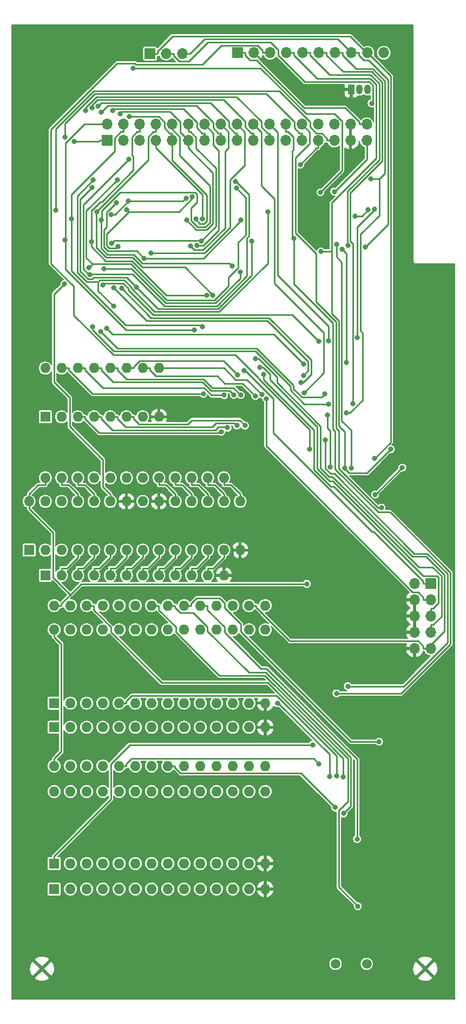
<source format=gbr>
G04 #@! TF.GenerationSoftware,KiCad,Pcbnew,(5.1.2-1)-1*
G04 #@! TF.CreationDate,2019-09-02T14:15:03+01:00*
G04 #@! TF.ProjectId,MZ80-80CLR,4d5a3830-2d38-4304-934c-522e6b696361,rev?*
G04 #@! TF.SameCoordinates,Original*
G04 #@! TF.FileFunction,Copper,L2,Bot*
G04 #@! TF.FilePolarity,Positive*
%FSLAX46Y46*%
G04 Gerber Fmt 4.6, Leading zero omitted, Abs format (unit mm)*
G04 Created by KiCad (PCBNEW (5.1.2-1)-1) date 2019-09-02 14:15:03*
%MOMM*%
%LPD*%
G04 APERTURE LIST*
%ADD10O,1.600000X1.600000*%
%ADD11R,1.600000X1.600000*%
%ADD12R,1.050000X1.500000*%
%ADD13O,1.050000X1.500000*%
%ADD14O,1.700000X1.700000*%
%ADD15R,1.700000X1.700000*%
%ADD16C,1.500000*%
%ADD17C,0.800000*%
%ADD18C,0.250000*%
%ADD19C,0.200000*%
G04 APERTURE END LIST*
D10*
X77470000Y-145034000D03*
X110490000Y-160274000D03*
X80010000Y-145034000D03*
X107950000Y-160274000D03*
X82550000Y-145034000D03*
X105410000Y-160274000D03*
X85090000Y-145034000D03*
X102870000Y-160274000D03*
X87630000Y-145034000D03*
X100330000Y-160274000D03*
X90170000Y-145034000D03*
X97790000Y-160274000D03*
X92710000Y-145034000D03*
X95250000Y-160274000D03*
X95250000Y-145034000D03*
X92710000Y-160274000D03*
X97790000Y-145034000D03*
X90170000Y-160274000D03*
X100330000Y-145034000D03*
X87630000Y-160274000D03*
X102870000Y-145034000D03*
X85090000Y-160274000D03*
X105410000Y-145034000D03*
X82550000Y-160274000D03*
X107950000Y-145034000D03*
X80010000Y-160274000D03*
X110490000Y-145034000D03*
D11*
X77470000Y-160274000D03*
D10*
X76073000Y-78867000D03*
X93853000Y-86487000D03*
X78613000Y-78867000D03*
X91313000Y-86487000D03*
X81153000Y-78867000D03*
X88773000Y-86487000D03*
X83693000Y-78867000D03*
X86233000Y-86487000D03*
X86233000Y-78867000D03*
X83693000Y-86487000D03*
X88773000Y-78867000D03*
X81153000Y-86487000D03*
X91313000Y-78867000D03*
X78613000Y-86487000D03*
X93853000Y-78867000D03*
D11*
X76073000Y-86487000D03*
D10*
X77470000Y-119761000D03*
X110490000Y-135001000D03*
X80010000Y-119761000D03*
X107950000Y-135001000D03*
X82550000Y-119761000D03*
X105410000Y-135001000D03*
X85090000Y-119761000D03*
X102870000Y-135001000D03*
X87630000Y-119761000D03*
X100330000Y-135001000D03*
X90170000Y-119761000D03*
X97790000Y-135001000D03*
X92710000Y-119761000D03*
X95250000Y-135001000D03*
X95250000Y-119761000D03*
X92710000Y-135001000D03*
X97790000Y-119761000D03*
X90170000Y-135001000D03*
X100330000Y-119761000D03*
X87630000Y-135001000D03*
X102870000Y-119761000D03*
X85090000Y-135001000D03*
X105410000Y-119761000D03*
X82550000Y-135001000D03*
X107950000Y-119761000D03*
X80010000Y-135001000D03*
X110490000Y-119761000D03*
D11*
X77470000Y-135001000D03*
D10*
X76073000Y-96012000D03*
X104013000Y-111252000D03*
X78613000Y-96012000D03*
X101473000Y-111252000D03*
X81153000Y-96012000D03*
X98933000Y-111252000D03*
X83693000Y-96012000D03*
X96393000Y-111252000D03*
X86233000Y-96012000D03*
X93853000Y-111252000D03*
X88773000Y-96012000D03*
X91313000Y-111252000D03*
X91313000Y-96012000D03*
X88773000Y-111252000D03*
X93853000Y-96012000D03*
X86233000Y-111252000D03*
X96393000Y-96012000D03*
X83693000Y-111252000D03*
X98933000Y-96012000D03*
X81153000Y-111252000D03*
X101473000Y-96012000D03*
X78613000Y-111252000D03*
X104013000Y-96012000D03*
D11*
X76073000Y-111252000D03*
D12*
X123952000Y-35306000D03*
D13*
X126492000Y-35306000D03*
X125222000Y-35306000D03*
D14*
X97536000Y-29718000D03*
X94996000Y-29718000D03*
D15*
X92456000Y-29718000D03*
D14*
X129032000Y-29591000D03*
X126492000Y-29591000D03*
X123952000Y-29591000D03*
X121412000Y-29591000D03*
X118872000Y-29591000D03*
X116332000Y-29591000D03*
X113792000Y-29591000D03*
X111252000Y-29591000D03*
X108712000Y-29591000D03*
D15*
X106172000Y-29591000D03*
D14*
X133858000Y-122682000D03*
X136398000Y-122682000D03*
X133858000Y-120142000D03*
X136398000Y-120142000D03*
X133858000Y-117602000D03*
X136398000Y-117602000D03*
X133858000Y-115062000D03*
X136398000Y-115062000D03*
X133858000Y-112522000D03*
D15*
X136398000Y-112522000D03*
D10*
X73533000Y-99695000D03*
X106553000Y-107315000D03*
X76073000Y-99695000D03*
X104013000Y-107315000D03*
X78613000Y-99695000D03*
X101473000Y-107315000D03*
X81153000Y-99695000D03*
X98933000Y-107315000D03*
X83693000Y-99695000D03*
X96393000Y-107315000D03*
X86233000Y-99695000D03*
X93853000Y-107315000D03*
X88773000Y-99695000D03*
X91313000Y-107315000D03*
X91313000Y-99695000D03*
X88773000Y-107315000D03*
X93853000Y-99695000D03*
X86233000Y-107315000D03*
X96393000Y-99695000D03*
X83693000Y-107315000D03*
X98933000Y-99695000D03*
X81153000Y-107315000D03*
X101473000Y-99695000D03*
X78613000Y-107315000D03*
X104013000Y-99695000D03*
X76073000Y-107315000D03*
X106553000Y-99695000D03*
D11*
X73533000Y-107315000D03*
D16*
X126365000Y-171958000D03*
X121485000Y-171958000D03*
D14*
X126365000Y-40767000D03*
X126365000Y-43307000D03*
X123825000Y-40767000D03*
X123825000Y-43307000D03*
X121285000Y-40767000D03*
X121285000Y-43307000D03*
X118745000Y-40767000D03*
X118745000Y-43307000D03*
X116205000Y-40767000D03*
X116205000Y-43307000D03*
X113665000Y-40767000D03*
X113665000Y-43307000D03*
X111125000Y-40767000D03*
X111125000Y-43307000D03*
X108585000Y-40767000D03*
X108585000Y-43307000D03*
X106045000Y-40767000D03*
X106045000Y-43307000D03*
X103505000Y-40767000D03*
X103505000Y-43307000D03*
X100965000Y-40767000D03*
X100965000Y-43307000D03*
X98425000Y-40767000D03*
X98425000Y-43307000D03*
X95885000Y-40767000D03*
X95885000Y-43307000D03*
X93345000Y-40767000D03*
X93345000Y-43307000D03*
X90805000Y-40767000D03*
X90805000Y-43307000D03*
X88265000Y-40767000D03*
X88265000Y-43307000D03*
X85725000Y-40767000D03*
D15*
X85725000Y-43307000D03*
D10*
X77470000Y-141034000D03*
X110490000Y-156274000D03*
X80010000Y-141034000D03*
X107950000Y-156274000D03*
X82550000Y-141034000D03*
X105410000Y-156274000D03*
X85090000Y-141034000D03*
X102870000Y-156274000D03*
X87630000Y-141034000D03*
X100330000Y-156274000D03*
X90170000Y-141034000D03*
X97790000Y-156274000D03*
X92710000Y-141034000D03*
X95250000Y-156274000D03*
X95250000Y-141034000D03*
X92710000Y-156274000D03*
X97790000Y-141034000D03*
X90170000Y-156274000D03*
X100330000Y-141034000D03*
X87630000Y-156274000D03*
X102870000Y-141034000D03*
X85090000Y-156274000D03*
X105410000Y-141034000D03*
X82550000Y-156274000D03*
X107950000Y-141034000D03*
X80010000Y-156274000D03*
X110490000Y-141034000D03*
D11*
X77470000Y-156274000D03*
D10*
X77470000Y-115971000D03*
X110490000Y-131211000D03*
X80010000Y-115971000D03*
X107950000Y-131211000D03*
X82550000Y-115971000D03*
X105410000Y-131211000D03*
X85090000Y-115971000D03*
X102870000Y-131211000D03*
X87630000Y-115971000D03*
X100330000Y-131211000D03*
X90170000Y-115971000D03*
X97790000Y-131211000D03*
X92710000Y-115971000D03*
X95250000Y-131211000D03*
X95250000Y-115971000D03*
X92710000Y-131211000D03*
X97790000Y-115971000D03*
X90170000Y-131211000D03*
X100330000Y-115971000D03*
X87630000Y-131211000D03*
X102870000Y-115971000D03*
X85090000Y-131211000D03*
X105410000Y-115971000D03*
X82550000Y-131211000D03*
X107950000Y-115971000D03*
X80010000Y-131211000D03*
X110490000Y-115971000D03*
D11*
X77470000Y-131211000D03*
D17*
X116965900Y-112584000D03*
X121281400Y-51288400D03*
X77696800Y-54222700D03*
X115964200Y-47074600D03*
X128655100Y-100657200D03*
X79187600Y-42767400D03*
X121625900Y-129696200D03*
X114991600Y-58568400D03*
X120360800Y-74563400D03*
X82336400Y-38571100D03*
X116542700Y-82707000D03*
X83362300Y-38182200D03*
X92584500Y-60870300D03*
X84362600Y-37899100D03*
X98778200Y-59769300D03*
X84810000Y-38866500D03*
X99793300Y-59673100D03*
X86598700Y-38579200D03*
X86449600Y-59334700D03*
X100525000Y-58990100D03*
X98179200Y-55702600D03*
X87809500Y-39091500D03*
X105311900Y-62881000D03*
X84853900Y-55756100D03*
X89224400Y-39548900D03*
X99629900Y-55532800D03*
X102299600Y-67463000D03*
X84150600Y-54407600D03*
X100630200Y-55518600D03*
X83273300Y-59087500D03*
X101299200Y-67495300D03*
X100620800Y-72411100D03*
X80190100Y-55572200D03*
X99430500Y-72869700D03*
X79121000Y-58860300D03*
X80621800Y-43406900D03*
X109664700Y-78760500D03*
X110233400Y-79878000D03*
X110686300Y-83658400D03*
X105563300Y-83063000D03*
X106680000Y-83075700D03*
X106174900Y-79937100D03*
X108933300Y-83231600D03*
X109945000Y-82985100D03*
X107330100Y-87843800D03*
X106047200Y-87825700D03*
X104599500Y-88176000D03*
X103599800Y-88786200D03*
X100803100Y-82857600D03*
X119126000Y-51388300D03*
X89844900Y-32003700D03*
X122503200Y-60259100D03*
X123210400Y-77974800D03*
X108367400Y-59036700D03*
X90360600Y-66221500D03*
X83426800Y-50657300D03*
X91543700Y-61725900D03*
X106709800Y-55725100D03*
X87201000Y-52970000D03*
X85287700Y-63307400D03*
X106564700Y-63872800D03*
X105791000Y-49706100D03*
X89107200Y-46244800D03*
X83067500Y-64226600D03*
X105959500Y-50754800D03*
X82869600Y-63180300D03*
X87353300Y-49415300D03*
X89092700Y-52763800D03*
X98094900Y-52311600D03*
X86375100Y-54864300D03*
X88802200Y-54085900D03*
X87419900Y-59844200D03*
X99095300Y-52088300D03*
X86748000Y-69197400D03*
X83591600Y-49447600D03*
X110871000Y-54442900D03*
X120523000Y-142693300D03*
X112410100Y-131250600D03*
X108994100Y-77386200D03*
X104062400Y-83104300D03*
X117909200Y-137724700D03*
X79077900Y-65700000D03*
X85060600Y-65836700D03*
X118905100Y-74703000D03*
X86817100Y-66323600D03*
X116505400Y-79988700D03*
X88018000Y-66399300D03*
X116080600Y-81082100D03*
X85715800Y-72677300D03*
X116473300Y-78195600D03*
X83478100Y-72419400D03*
X120355800Y-84463300D03*
X84758200Y-73159400D03*
X119761000Y-82931900D03*
X128295900Y-137255100D03*
X118852300Y-140698600D03*
X121666100Y-142578900D03*
X122681700Y-142738000D03*
X126989300Y-49281000D03*
X123182300Y-85894200D03*
X123415400Y-59696400D03*
X117407400Y-91555300D03*
X107188000Y-79275000D03*
X127589200Y-93004600D03*
X126167500Y-59920000D03*
X124167000Y-84415000D03*
X119205100Y-60634600D03*
X130135000Y-91544100D03*
X122935700Y-94489300D03*
X127134300Y-37474300D03*
X127689800Y-98608200D03*
X131942100Y-94415300D03*
X126610400Y-54075800D03*
X124554900Y-55084000D03*
X127610900Y-54054600D03*
X124914000Y-74075300D03*
X121666000Y-59516800D03*
X123936100Y-94489300D03*
X119912500Y-90051200D03*
X123403800Y-128583000D03*
X120681000Y-94337200D03*
X120242300Y-86193900D03*
X124841000Y-152465900D03*
X124955900Y-162950100D03*
X122742300Y-148464600D03*
X121411700Y-147534900D03*
D18*
X123101700Y-35306000D02*
X114427000Y-35306000D01*
X114427000Y-35306000D02*
X108712000Y-29591000D01*
X123952000Y-35306000D02*
X123101700Y-35306000D01*
X104013000Y-111252000D02*
X104013000Y-110126700D01*
X104013000Y-110126700D02*
X105427700Y-108712000D01*
X105427700Y-108712000D02*
X105427700Y-107315000D01*
X93853000Y-99695000D02*
X94978300Y-99695000D01*
X106553000Y-107315000D02*
X105427700Y-107315000D01*
X105427700Y-107315000D02*
X105427700Y-107033600D01*
X105427700Y-107033600D02*
X99214400Y-100820300D01*
X99214400Y-100820300D02*
X95822200Y-100820300D01*
X95822200Y-100820300D02*
X94978300Y-99976400D01*
X94978300Y-99976400D02*
X94978300Y-99695000D01*
X88773000Y-99695000D02*
X89898300Y-99695000D01*
X93853000Y-99695000D02*
X92727700Y-99695000D01*
X92727700Y-99695000D02*
X92727700Y-99413700D01*
X92727700Y-99413700D02*
X91883700Y-98569700D01*
X91883700Y-98569700D02*
X90742200Y-98569700D01*
X90742200Y-98569700D02*
X89898300Y-99413600D01*
X89898300Y-99413600D02*
X89898300Y-99695000D01*
X126365000Y-40767000D02*
X125189700Y-40767000D01*
X106172000Y-29591000D02*
X107347300Y-29591000D01*
X107347300Y-29591000D02*
X107347300Y-29958400D01*
X107347300Y-29958400D02*
X108155200Y-30766300D01*
X108155200Y-30766300D02*
X109150000Y-30766300D01*
X109150000Y-30766300D02*
X116583400Y-38199700D01*
X116583400Y-38199700D02*
X122989700Y-38199700D01*
X122989700Y-38199700D02*
X125189700Y-40399700D01*
X125189700Y-40399700D02*
X125189700Y-40767000D01*
X77470000Y-141034000D02*
X77470000Y-139908700D01*
X77470000Y-119761000D02*
X77470000Y-120886300D01*
X77470000Y-120886300D02*
X78595300Y-122011600D01*
X78595300Y-122011600D02*
X78595300Y-138783400D01*
X78595300Y-138783400D02*
X77470000Y-139908700D01*
X126365000Y-44482300D02*
X126365000Y-46204800D01*
X126365000Y-46204800D02*
X121281400Y-51288400D01*
X80009700Y-114275200D02*
X78595300Y-115689600D01*
X78595300Y-115689600D02*
X78595300Y-115971000D01*
X116965900Y-112584000D02*
X81700900Y-112584000D01*
X81700900Y-112584000D02*
X80009700Y-114275200D01*
X80009700Y-114275200D02*
X77293000Y-111558500D01*
X77293000Y-111558500D02*
X77293000Y-104580300D01*
X77293000Y-104580300D02*
X73533000Y-100820300D01*
X73533000Y-99695000D02*
X73533000Y-100820300D01*
X76073000Y-96012000D02*
X76073000Y-97137300D01*
X73533000Y-99695000D02*
X73533000Y-98569700D01*
X76073000Y-97137300D02*
X74965400Y-97137300D01*
X74965400Y-97137300D02*
X73533000Y-98569700D01*
X77470000Y-115971000D02*
X78595300Y-115971000D01*
X126365000Y-43307000D02*
X126365000Y-44482300D01*
X77696800Y-54222700D02*
X77696800Y-41503000D01*
X77696800Y-41503000D02*
X83646600Y-35553200D01*
X83646600Y-35553200D02*
X112653500Y-35553200D01*
X112653500Y-35553200D02*
X117475000Y-40374700D01*
X117475000Y-40374700D02*
X117475000Y-41176400D01*
X117475000Y-41176400D02*
X118430300Y-42131700D01*
X118430300Y-42131700D02*
X119301800Y-42131700D01*
X119301800Y-42131700D02*
X120109700Y-42939600D01*
X120109700Y-42939600D02*
X120109700Y-43307000D01*
X121285000Y-43307000D02*
X120109700Y-43307000D01*
X118745000Y-43307000D02*
X118745000Y-44482300D01*
X118745000Y-44482300D02*
X118556500Y-44482300D01*
X118556500Y-44482300D02*
X115964200Y-47074600D01*
X116205000Y-40767000D02*
X117423400Y-41985400D01*
X117423400Y-41985400D02*
X117423400Y-43795200D01*
X117423400Y-43795200D02*
X115208200Y-46010400D01*
X115208200Y-46010400D02*
X115208200Y-57747700D01*
X115208200Y-57747700D02*
X118459400Y-60998900D01*
X118459400Y-60998900D02*
X118459400Y-68516500D01*
X118459400Y-68516500D02*
X121536400Y-71593500D01*
X121536400Y-71593500D02*
X121536400Y-88236200D01*
X121536400Y-88236200D02*
X121981800Y-88681600D01*
X121981800Y-88681600D02*
X121981800Y-94561300D01*
X121981800Y-94561300D02*
X128077700Y-100657200D01*
X128077700Y-100657200D02*
X128655100Y-100657200D01*
X116205000Y-43307000D02*
X116205000Y-42131700D01*
X79187600Y-42767400D02*
X79187600Y-40649100D01*
X79187600Y-40649100D02*
X83810000Y-36026700D01*
X83810000Y-36026700D02*
X110666000Y-36026700D01*
X110666000Y-36026700D02*
X115029700Y-40390400D01*
X115029700Y-40390400D02*
X115029700Y-41323800D01*
X115029700Y-41323800D02*
X115837600Y-42131700D01*
X115837600Y-42131700D02*
X116205000Y-42131700D01*
X114991600Y-58568400D02*
X114991600Y-65703600D01*
X114991600Y-65703600D02*
X121086100Y-71798100D01*
X121086100Y-71798100D02*
X121086100Y-88422800D01*
X121086100Y-88422800D02*
X121418000Y-88754700D01*
X121418000Y-88754700D02*
X121418000Y-94634500D01*
X121418000Y-94634500D02*
X128166100Y-101382600D01*
X128166100Y-101382600D02*
X130003100Y-101382600D01*
X130003100Y-101382600D02*
X139427900Y-110807400D01*
X139427900Y-110807400D02*
X139427900Y-122017400D01*
X139427900Y-122017400D02*
X131749100Y-129696200D01*
X131749100Y-129696200D02*
X121625900Y-129696200D01*
X113665000Y-41942300D02*
X114032300Y-41942300D01*
X114032300Y-41942300D02*
X114860100Y-42770100D01*
X114860100Y-42770100D02*
X114860100Y-44788800D01*
X114860100Y-44788800D02*
X114742700Y-44906200D01*
X114742700Y-44906200D02*
X114742700Y-58319500D01*
X114742700Y-58319500D02*
X114991600Y-58568400D01*
X113665000Y-40767000D02*
X113665000Y-41942300D01*
X111125000Y-40767000D02*
X112395000Y-42037000D01*
X112395000Y-42037000D02*
X112395000Y-64365600D01*
X112395000Y-64365600D02*
X120360800Y-72331400D01*
X120360800Y-72331400D02*
X120360800Y-74563400D01*
X82336400Y-38571100D02*
X82336400Y-38182100D01*
X82336400Y-38182100D02*
X84041400Y-36477100D01*
X84041400Y-36477100D02*
X105985600Y-36477100D01*
X105985600Y-36477100D02*
X109855000Y-40346500D01*
X109855000Y-40346500D02*
X109855000Y-41164600D01*
X109855000Y-41164600D02*
X110822100Y-42131700D01*
X110822100Y-42131700D02*
X111125000Y-42131700D01*
X111125000Y-43307000D02*
X111125000Y-42131700D01*
X108585000Y-40767000D02*
X109855000Y-42037000D01*
X109855000Y-42037000D02*
X109855000Y-50363400D01*
X109855000Y-50363400D02*
X111944600Y-52453000D01*
X111944600Y-52453000D02*
X111944600Y-65642500D01*
X111944600Y-65642500D02*
X119635400Y-73333300D01*
X119635400Y-73333300D02*
X119635400Y-79614300D01*
X119635400Y-79614300D02*
X116542700Y-82707000D01*
X108585000Y-42131700D02*
X108282100Y-42131700D01*
X108282100Y-42131700D02*
X107315000Y-41164600D01*
X107315000Y-41164600D02*
X107315000Y-40269800D01*
X107315000Y-40269800D02*
X103985800Y-36940600D01*
X103985800Y-36940600D02*
X84214800Y-36940600D01*
X84214800Y-36940600D02*
X83362300Y-37793100D01*
X83362300Y-37793100D02*
X83362300Y-38182200D01*
X108585000Y-43307000D02*
X108585000Y-42131700D01*
X106045000Y-40767000D02*
X107260100Y-41982100D01*
X107260100Y-41982100D02*
X107260100Y-47174600D01*
X107260100Y-47174600D02*
X105003200Y-49431500D01*
X105003200Y-49431500D02*
X105003200Y-56886400D01*
X105003200Y-56886400D02*
X101019300Y-60870300D01*
X101019300Y-60870300D02*
X92584500Y-60870300D01*
X106045000Y-42131700D02*
X105742100Y-42131700D01*
X105742100Y-42131700D02*
X104775000Y-41164600D01*
X104775000Y-41164600D02*
X104775000Y-40269800D01*
X104775000Y-40269800D02*
X101908800Y-37403600D01*
X101908800Y-37403600D02*
X84858100Y-37403600D01*
X84858100Y-37403600D02*
X84362600Y-37899100D01*
X106045000Y-43307000D02*
X106045000Y-42131700D01*
X103505000Y-40767000D02*
X104705600Y-41967600D01*
X104705600Y-41967600D02*
X104705600Y-44413000D01*
X104705600Y-44413000D02*
X104185900Y-44932700D01*
X104185900Y-44932700D02*
X104185900Y-56995500D01*
X104185900Y-56995500D02*
X100783000Y-60398400D01*
X100783000Y-60398400D02*
X99407300Y-60398400D01*
X99407300Y-60398400D02*
X98778200Y-59769300D01*
X103505000Y-42131700D02*
X103137600Y-42131700D01*
X103137600Y-42131700D02*
X102329700Y-41323800D01*
X102329700Y-41323800D02*
X102329700Y-40469400D01*
X102329700Y-40469400D02*
X99714200Y-37853900D01*
X99714200Y-37853900D02*
X85822600Y-37853900D01*
X85822600Y-37853900D02*
X84810000Y-38866500D01*
X103505000Y-43307000D02*
X103505000Y-42131700D01*
X100965000Y-40767000D02*
X102329600Y-42131600D01*
X102329600Y-42131600D02*
X102329600Y-44031800D01*
X102329600Y-44031800D02*
X103207900Y-44910100D01*
X103207900Y-44910100D02*
X103207900Y-57336600D01*
X103207900Y-57336600D02*
X100819300Y-59725200D01*
X100819300Y-59725200D02*
X99845400Y-59725200D01*
X99845400Y-59725200D02*
X99793300Y-59673100D01*
X100965000Y-43307000D02*
X100965000Y-42131700D01*
X100965000Y-42131700D02*
X100597600Y-42131700D01*
X100597600Y-42131700D02*
X99789700Y-41323800D01*
X99789700Y-41323800D02*
X99789700Y-40452200D01*
X99789700Y-40452200D02*
X97703100Y-38365600D01*
X97703100Y-38365600D02*
X86812300Y-38365600D01*
X86812300Y-38365600D02*
X86598700Y-38579200D01*
X100525000Y-58923100D02*
X86861200Y-58923100D01*
X86861200Y-58923100D02*
X86449600Y-59334700D01*
X98425000Y-41942300D02*
X98760600Y-41942300D01*
X98760600Y-41942300D02*
X99653000Y-42834700D01*
X99653000Y-42834700D02*
X99653000Y-44507900D01*
X99653000Y-44507900D02*
X102742500Y-47597400D01*
X102742500Y-47597400D02*
X102742500Y-56705600D01*
X102742500Y-56705600D02*
X100525000Y-58923100D01*
X100525000Y-58923100D02*
X100525000Y-58990100D01*
X98425000Y-40767000D02*
X98425000Y-41942300D01*
X87809500Y-39091500D02*
X88085000Y-38816000D01*
X88085000Y-38816000D02*
X95612200Y-38816000D01*
X95612200Y-38816000D02*
X97155000Y-40358800D01*
X97155000Y-40358800D02*
X97155000Y-42037000D01*
X97155000Y-42037000D02*
X98425000Y-43307000D01*
X98425000Y-44482300D02*
X102256200Y-48313500D01*
X102256200Y-48313500D02*
X102256200Y-56338200D01*
X102256200Y-56338200D02*
X101339900Y-57254500D01*
X101339900Y-57254500D02*
X99688900Y-57254500D01*
X99688900Y-57254500D02*
X98179200Y-55744800D01*
X98179200Y-55744800D02*
X98179200Y-55702600D01*
X98425000Y-43307000D02*
X98425000Y-44482300D01*
X105311900Y-62881000D02*
X104905300Y-62474400D01*
X104905300Y-62474400D02*
X91266300Y-62474400D01*
X91266300Y-62474400D02*
X89901100Y-61109200D01*
X89901100Y-61109200D02*
X85783000Y-61109200D01*
X85783000Y-61109200D02*
X84801500Y-60127700D01*
X84801500Y-60127700D02*
X84801500Y-55808500D01*
X84801500Y-55808500D02*
X84853900Y-55756100D01*
X95885000Y-40767000D02*
X95885000Y-41494800D01*
X95885000Y-41494800D02*
X97113000Y-42722800D01*
X97113000Y-42722800D02*
X97113000Y-45679400D01*
X97113000Y-45679400D02*
X101805900Y-50372300D01*
X101805900Y-50372300D02*
X101805900Y-56116400D01*
X101805900Y-56116400D02*
X101127500Y-56794800D01*
X101127500Y-56794800D02*
X99866100Y-56794800D01*
X99866100Y-56794800D02*
X98904500Y-55833200D01*
X98904500Y-55833200D02*
X98904500Y-53823400D01*
X98904500Y-53823400D02*
X99838200Y-52889700D01*
X99838200Y-52889700D02*
X99838200Y-51744200D01*
X99838200Y-51744200D02*
X99449700Y-51355700D01*
X99449700Y-51355700D02*
X87765700Y-51355700D01*
X87765700Y-51355700D02*
X84875900Y-54245500D01*
X84875900Y-54245500D02*
X84875900Y-55734100D01*
X84875900Y-55734100D02*
X84853900Y-55756100D01*
X95885000Y-43307000D02*
X95885000Y-46382500D01*
X95885000Y-46382500D02*
X101355500Y-51853000D01*
X101355500Y-51853000D02*
X101355500Y-55865900D01*
X101355500Y-55865900D02*
X100936700Y-56284700D01*
X100936700Y-56284700D02*
X100270000Y-56284700D01*
X100270000Y-56284700D02*
X99629900Y-55644600D01*
X99629900Y-55644600D02*
X99629900Y-55532800D01*
X95885000Y-43307000D02*
X95885000Y-42131700D01*
X95885000Y-42131700D02*
X95517600Y-42131700D01*
X95517600Y-42131700D02*
X94709700Y-41323800D01*
X94709700Y-41323800D02*
X94709700Y-40424300D01*
X94709700Y-40424300D02*
X93834300Y-39548900D01*
X93834300Y-39548900D02*
X89224400Y-39548900D01*
X102299600Y-67463000D02*
X97919800Y-63083200D01*
X97919800Y-63083200D02*
X91238200Y-63083200D01*
X91238200Y-63083200D02*
X89714500Y-61559500D01*
X89714500Y-61559500D02*
X85596400Y-61559500D01*
X85596400Y-61559500D02*
X84105400Y-60068500D01*
X84105400Y-60068500D02*
X84105400Y-54452800D01*
X84105400Y-54452800D02*
X84150600Y-54407600D01*
X93345000Y-41942300D02*
X92977600Y-41942300D01*
X92977600Y-41942300D02*
X92169700Y-42750200D01*
X92169700Y-42750200D02*
X92169700Y-46314800D01*
X92169700Y-46314800D02*
X84150600Y-54333900D01*
X84150600Y-54333900D02*
X84150600Y-54407600D01*
X93345000Y-40767000D02*
X93345000Y-41942300D01*
X93345000Y-44482300D02*
X100630200Y-51767500D01*
X100630200Y-51767500D02*
X100630200Y-55518600D01*
X93345000Y-43307000D02*
X93345000Y-44482300D01*
X101299200Y-67495300D02*
X95013400Y-67495300D01*
X95013400Y-67495300D02*
X89649900Y-62131800D01*
X89649900Y-62131800D02*
X85531800Y-62131800D01*
X85531800Y-62131800D02*
X83273300Y-59873300D01*
X83273300Y-59873300D02*
X83273300Y-59087500D01*
X83273300Y-59087500D02*
X83273300Y-54251000D01*
X83273300Y-54251000D02*
X84623700Y-52900600D01*
X84623700Y-52900600D02*
X84893800Y-52900600D01*
X84893800Y-52900600D02*
X89860500Y-47933900D01*
X89860500Y-47933900D02*
X89860500Y-45801100D01*
X89860500Y-45801100D02*
X89629700Y-45570300D01*
X89629700Y-45570300D02*
X89629700Y-42750200D01*
X89629700Y-42750200D02*
X90437600Y-41942300D01*
X90437600Y-41942300D02*
X90805000Y-41942300D01*
X90805000Y-40767000D02*
X90805000Y-41942300D01*
X80190100Y-55572200D02*
X80190100Y-63671800D01*
X80190100Y-63671800D02*
X88662600Y-72144300D01*
X88662600Y-72144300D02*
X100354000Y-72144300D01*
X100354000Y-72144300D02*
X100620800Y-72411100D01*
X88265000Y-41942300D02*
X87897600Y-41942300D01*
X87897600Y-41942300D02*
X86915000Y-42924900D01*
X86915000Y-42924900D02*
X86915000Y-44979600D01*
X86915000Y-44979600D02*
X80190100Y-51704500D01*
X80190100Y-51704500D02*
X80190100Y-55572200D01*
X88265000Y-40767000D02*
X88265000Y-41942300D01*
X79272600Y-58860300D02*
X79272600Y-63398200D01*
X79272600Y-63398200D02*
X88744100Y-72869700D01*
X88744100Y-72869700D02*
X99430500Y-72869700D01*
X79272600Y-58860300D02*
X79272600Y-43730400D01*
X79272600Y-43730400D02*
X82236000Y-40767000D01*
X82236000Y-40767000D02*
X84549700Y-40767000D01*
X79121000Y-58860300D02*
X79272600Y-58860300D01*
X85725000Y-40767000D02*
X84549700Y-40767000D01*
X85725000Y-43307000D02*
X84549700Y-43307000D01*
X84549700Y-43307000D02*
X84449800Y-43406900D01*
X84449800Y-43406900D02*
X80621800Y-43406900D01*
X109664700Y-78760500D02*
X110153300Y-78760500D01*
X110153300Y-78760500D02*
X111256100Y-79863300D01*
X111256100Y-79863300D02*
X111256100Y-80728400D01*
X111256100Y-80728400D02*
X118595200Y-88067500D01*
X118595200Y-88067500D02*
X118595200Y-94551100D01*
X118595200Y-94551100D02*
X120547600Y-96503500D01*
X120547600Y-96503500D02*
X121058000Y-96503500D01*
X121058000Y-96503500D02*
X134514500Y-109960000D01*
X134514500Y-109960000D02*
X136669800Y-109960000D01*
X136669800Y-109960000D02*
X138076900Y-111367100D01*
X138076900Y-111367100D02*
X138076900Y-117655100D01*
X138076900Y-117655100D02*
X136765300Y-118966700D01*
X136765300Y-118966700D02*
X136398000Y-118966700D01*
X136398000Y-120142000D02*
X136398000Y-118966700D01*
X110233400Y-79878000D02*
X110233400Y-80660900D01*
X110233400Y-80660900D02*
X118144800Y-88572300D01*
X118144800Y-88572300D02*
X118144800Y-94737600D01*
X118144800Y-94737600D02*
X120745300Y-97338100D01*
X120745300Y-97338100D02*
X121255700Y-97338100D01*
X121255700Y-97338100D02*
X135221000Y-111303400D01*
X135221000Y-111303400D02*
X137344700Y-111303400D01*
X137344700Y-111303400D02*
X137605100Y-111563800D01*
X137605100Y-111563800D02*
X137605100Y-115586900D01*
X137605100Y-115586900D02*
X136765300Y-116426700D01*
X136765300Y-116426700D02*
X136398000Y-116426700D01*
X136398000Y-117602000D02*
X136398000Y-116426700D01*
X135222700Y-115062000D02*
X135222700Y-114694600D01*
X135222700Y-114694600D02*
X134414800Y-113886700D01*
X134414800Y-113886700D02*
X133540500Y-113886700D01*
X133540500Y-113886700D02*
X110686300Y-91032500D01*
X110686300Y-91032500D02*
X110686300Y-83658400D01*
X136398000Y-115062000D02*
X135222700Y-115062000D01*
X105563300Y-83063000D02*
X104873900Y-82373600D01*
X104873900Y-82373600D02*
X101982200Y-82373600D01*
X101982200Y-82373600D02*
X100631100Y-81022500D01*
X100631100Y-81022500D02*
X86692500Y-81022500D01*
X86692500Y-81022500D02*
X84818300Y-79148300D01*
X84818300Y-79148300D02*
X84818300Y-78867000D01*
X83693000Y-78867000D02*
X84818300Y-78867000D01*
X106680000Y-83075700D02*
X105527400Y-81923100D01*
X105527400Y-81923100D02*
X102207100Y-81923100D01*
X102207100Y-81923100D02*
X100856200Y-80572200D01*
X100856200Y-80572200D02*
X88782200Y-80572200D01*
X88782200Y-80572200D02*
X87358300Y-79148300D01*
X87358300Y-79148300D02*
X87358300Y-78867000D01*
X86233000Y-78867000D02*
X87358300Y-78867000D01*
X89898300Y-78867000D02*
X89898300Y-78657900D01*
X89898300Y-78657900D02*
X90847200Y-77709000D01*
X90847200Y-77709000D02*
X103946800Y-77709000D01*
X103946800Y-77709000D02*
X106174900Y-79937100D01*
X88773000Y-78867000D02*
X89898300Y-78867000D01*
X108933300Y-83231600D02*
X106949400Y-81247700D01*
X106949400Y-81247700D02*
X104119700Y-81247700D01*
X104119700Y-81247700D02*
X102993900Y-80121900D01*
X102993900Y-80121900D02*
X93411900Y-80121900D01*
X93411900Y-80121900D02*
X92438300Y-79148300D01*
X92438300Y-79148300D02*
X92438300Y-78867000D01*
X91313000Y-78867000D02*
X92438300Y-78867000D01*
X94978300Y-78867000D02*
X104037600Y-78867000D01*
X104037600Y-78867000D02*
X105833000Y-80662400D01*
X105833000Y-80662400D02*
X107622300Y-80662400D01*
X107622300Y-80662400D02*
X109945000Y-82985100D01*
X93853000Y-78867000D02*
X94978300Y-78867000D01*
X107330100Y-87843800D02*
X106486700Y-87000400D01*
X106486700Y-87000400D02*
X98994400Y-87000400D01*
X98994400Y-87000400D02*
X98382500Y-87612300D01*
X98382500Y-87612300D02*
X90742200Y-87612300D01*
X90742200Y-87612300D02*
X89898300Y-86768400D01*
X89898300Y-86768400D02*
X89898300Y-86487000D01*
X88773000Y-86487000D02*
X89898300Y-86487000D01*
X106047200Y-87825700D02*
X105672200Y-87450700D01*
X105672200Y-87450700D02*
X102793500Y-87450700D01*
X102793500Y-87450700D02*
X102156600Y-88087600D01*
X102156600Y-88087600D02*
X88677600Y-88087600D01*
X88677600Y-88087600D02*
X87358300Y-86768300D01*
X87358300Y-86768300D02*
X87358300Y-86487000D01*
X86233000Y-86487000D02*
X87358300Y-86487000D01*
X83693000Y-86487000D02*
X84818300Y-86487000D01*
X104599500Y-88176000D02*
X104484300Y-88060800D01*
X104484300Y-88060800D02*
X103239000Y-88060800D01*
X103239000Y-88060800D02*
X102732800Y-88567000D01*
X102732800Y-88567000D02*
X86617000Y-88567000D01*
X86617000Y-88567000D02*
X84818300Y-86768300D01*
X84818300Y-86768300D02*
X84818300Y-86487000D01*
X82278300Y-86487000D02*
X82278300Y-86768300D01*
X82278300Y-86768300D02*
X84527400Y-89017400D01*
X84527400Y-89017400D02*
X103368600Y-89017400D01*
X103368600Y-89017400D02*
X103599800Y-88786200D01*
X81153000Y-86487000D02*
X82278300Y-86487000D01*
X79738300Y-78867000D02*
X79738300Y-79148300D01*
X79738300Y-79148300D02*
X83447600Y-82857600D01*
X83447600Y-82857600D02*
X100803100Y-82857600D01*
X78613000Y-78867000D02*
X79738300Y-78867000D01*
X89844900Y-32003700D02*
X109750500Y-32003700D01*
X109750500Y-32003700D02*
X116888100Y-39141300D01*
X116888100Y-39141300D02*
X121348100Y-39141300D01*
X121348100Y-39141300D02*
X122489100Y-40282300D01*
X122489100Y-40282300D02*
X122489100Y-48025200D01*
X122489100Y-48025200D02*
X119126000Y-51388300D01*
X122503200Y-60259100D02*
X123210400Y-60966300D01*
X123210400Y-60966300D02*
X123210400Y-77974800D01*
X90360600Y-66221500D02*
X88792400Y-64653300D01*
X88792400Y-64653300D02*
X83666600Y-64653300D01*
X83666600Y-64653300D02*
X83368000Y-64951900D01*
X83368000Y-64951900D02*
X82767000Y-64951900D01*
X82767000Y-64951900D02*
X81562200Y-63747100D01*
X81562200Y-63747100D02*
X81562200Y-52521900D01*
X81562200Y-52521900D02*
X83426800Y-50657300D01*
X108367400Y-59036700D02*
X108367300Y-59036700D01*
X108367300Y-59036700D02*
X108367300Y-64331900D01*
X108367300Y-64331900D02*
X103102300Y-69596900D01*
X103102300Y-69596900D02*
X93736000Y-69596900D01*
X93736000Y-69596900D02*
X90360600Y-66221500D01*
X106709800Y-55725100D02*
X106709800Y-55837500D01*
X106709800Y-55837500D02*
X100821400Y-61725900D01*
X100821400Y-61725900D02*
X91543700Y-61725900D01*
X91543700Y-61725900D02*
X90388000Y-60570200D01*
X90388000Y-60570200D02*
X85880900Y-60570200D01*
X85880900Y-60570200D02*
X85251900Y-59941200D01*
X85251900Y-59941200D02*
X85251900Y-57232200D01*
X85251900Y-57232200D02*
X85649800Y-56834300D01*
X85649800Y-56834300D02*
X85649800Y-54521200D01*
X85649800Y-54521200D02*
X87201000Y-52970000D01*
X106564700Y-63872800D02*
X106564700Y-64860700D01*
X106564700Y-64860700D02*
X102729100Y-68696300D01*
X102729100Y-68696300D02*
X94940600Y-68696300D01*
X94940600Y-68696300D02*
X89551700Y-63307400D01*
X89551700Y-63307400D02*
X85287700Y-63307400D01*
X83067500Y-64226600D02*
X83139200Y-64154900D01*
X83139200Y-64154900D02*
X89762200Y-64154900D01*
X89762200Y-64154900D02*
X94753900Y-69146600D01*
X94753900Y-69146600D02*
X102915700Y-69146600D01*
X102915700Y-69146600D02*
X107586200Y-64476100D01*
X107586200Y-64476100D02*
X107586200Y-58556700D01*
X107586200Y-58556700D02*
X107974900Y-58168000D01*
X107974900Y-58168000D02*
X107974900Y-51731400D01*
X107974900Y-51731400D02*
X105949600Y-49706100D01*
X105949600Y-49706100D02*
X105791000Y-49706100D01*
X89107200Y-46244800D02*
X82018500Y-53333500D01*
X82018500Y-53333500D02*
X82018500Y-63372300D01*
X82018500Y-63372300D02*
X82872800Y-64226600D01*
X82872800Y-64226600D02*
X83067500Y-64226600D01*
X83467800Y-62582100D02*
X89463300Y-62582100D01*
X89463300Y-62582100D02*
X95108100Y-68226900D01*
X95108100Y-68226900D02*
X102561600Y-68226900D01*
X102561600Y-68226900D02*
X104729600Y-66058900D01*
X104729600Y-66058900D02*
X104729600Y-64682200D01*
X104729600Y-64682200D02*
X106279100Y-63132700D01*
X106279100Y-63132700D02*
X106279200Y-63132700D01*
X106279200Y-63132700D02*
X106279200Y-59226800D01*
X106279200Y-59226800D02*
X107435200Y-58070800D01*
X107435200Y-58070800D02*
X107435200Y-52230500D01*
X107435200Y-52230500D02*
X105959500Y-50754800D01*
X83467800Y-62582100D02*
X82869600Y-63180300D01*
X83467800Y-62582100D02*
X82500900Y-61615200D01*
X82500900Y-61615200D02*
X82500900Y-54267700D01*
X82500900Y-54267700D02*
X87353300Y-49415300D01*
X86375100Y-54864300D02*
X86992200Y-54864300D01*
X86992200Y-54864300D02*
X89092700Y-52763800D01*
X89092700Y-52763800D02*
X97642700Y-52763800D01*
X97642700Y-52763800D02*
X98094900Y-52311600D01*
X89166500Y-54450200D02*
X88802200Y-54085900D01*
X87419900Y-59844200D02*
X87144200Y-60119900D01*
X87144200Y-60119900D02*
X86140200Y-60119900D01*
X86140200Y-60119900D02*
X85711100Y-59690800D01*
X85711100Y-59690800D02*
X85711100Y-57905600D01*
X85711100Y-57905600D02*
X89166500Y-54450200D01*
X99095300Y-52088300D02*
X99095300Y-52339900D01*
X99095300Y-52339900D02*
X96985000Y-54450200D01*
X96985000Y-54450200D02*
X89166500Y-54450200D01*
X84335200Y-65402200D02*
X82580400Y-65402200D01*
X82580400Y-65402200D02*
X81090700Y-63912500D01*
X81090700Y-63912500D02*
X81090700Y-51948500D01*
X81090700Y-51948500D02*
X83591600Y-49447600D01*
X84335200Y-65402200D02*
X84335200Y-66784600D01*
X84335200Y-66784600D02*
X86748000Y-69197400D01*
X110871000Y-54442900D02*
X110871000Y-62465100D01*
X110871000Y-62465100D02*
X103288900Y-70047200D01*
X103288900Y-70047200D02*
X93160100Y-70047200D01*
X93160100Y-70047200D02*
X89538000Y-66425100D01*
X89538000Y-66425100D02*
X89538000Y-66231000D01*
X89538000Y-66231000D02*
X88417200Y-65110200D01*
X88417200Y-65110200D02*
X84627200Y-65110200D01*
X84627200Y-65110200D02*
X84335200Y-65402200D01*
X112410100Y-131250600D02*
X112535100Y-131250600D01*
X112535100Y-131250600D02*
X120523000Y-139238500D01*
X120523000Y-139238500D02*
X120523000Y-142693300D01*
X135810400Y-122682000D02*
X138527300Y-119965100D01*
X138527300Y-119965100D02*
X138527300Y-111180600D01*
X138527300Y-111180600D02*
X135644800Y-108298100D01*
X135644800Y-108298100D02*
X133489600Y-108298100D01*
X133489600Y-108298100D02*
X121019600Y-95828100D01*
X121019600Y-95828100D02*
X120509100Y-95828100D01*
X120509100Y-95828100D02*
X119152900Y-94471900D01*
X119152900Y-94471900D02*
X119152900Y-87988300D01*
X119152900Y-87988300D02*
X112322400Y-81157800D01*
X112322400Y-81157800D02*
X112322400Y-80247500D01*
X112322400Y-80247500D02*
X109461100Y-77386200D01*
X109461100Y-77386200D02*
X108994100Y-77386200D01*
X135810400Y-122682000D02*
X135222700Y-122682000D01*
X136398000Y-122682000D02*
X135810400Y-122682000D01*
X107950000Y-115971000D02*
X109075300Y-115971000D01*
X109075300Y-115971000D02*
X109075300Y-116252400D01*
X109075300Y-116252400D02*
X114329600Y-121506700D01*
X114329600Y-121506700D02*
X134414800Y-121506700D01*
X134414800Y-121506700D02*
X135222700Y-122314600D01*
X135222700Y-122314600D02*
X135222700Y-122682000D01*
X78613000Y-96012000D02*
X78613000Y-97137300D01*
X81153000Y-99695000D02*
X81153000Y-98569700D01*
X81153000Y-98569700D02*
X79720600Y-97137300D01*
X79720600Y-97137300D02*
X78613000Y-97137300D01*
X101473000Y-111252000D02*
X101473000Y-110126700D01*
X104013000Y-107315000D02*
X104013000Y-108440300D01*
X104013000Y-108440300D02*
X102326600Y-110126700D01*
X102326600Y-110126700D02*
X101473000Y-110126700D01*
X81153000Y-96012000D02*
X81153000Y-97137300D01*
X83693000Y-99695000D02*
X83693000Y-98569700D01*
X83693000Y-98569700D02*
X82260600Y-97137300D01*
X82260600Y-97137300D02*
X81153000Y-97137300D01*
X98933000Y-111252000D02*
X98933000Y-110126700D01*
X101473000Y-107315000D02*
X101473000Y-108440300D01*
X101473000Y-108440300D02*
X99786600Y-110126700D01*
X99786600Y-110126700D02*
X98933000Y-110126700D01*
X96393000Y-111252000D02*
X96393000Y-110126700D01*
X98933000Y-107315000D02*
X98933000Y-108440300D01*
X98933000Y-108440300D02*
X97246600Y-110126700D01*
X97246600Y-110126700D02*
X96393000Y-110126700D01*
X93853000Y-111252000D02*
X93853000Y-110126700D01*
X96393000Y-107315000D02*
X96393000Y-108440300D01*
X96393000Y-108440300D02*
X94706600Y-110126700D01*
X94706600Y-110126700D02*
X93853000Y-110126700D01*
X91313000Y-111252000D02*
X91313000Y-110126700D01*
X93853000Y-107315000D02*
X93853000Y-108440300D01*
X93853000Y-108440300D02*
X92166600Y-110126700D01*
X92166600Y-110126700D02*
X91313000Y-110126700D01*
X88773000Y-111252000D02*
X88773000Y-110126700D01*
X91313000Y-107315000D02*
X91313000Y-108440300D01*
X91313000Y-108440300D02*
X89626600Y-110126700D01*
X89626600Y-110126700D02*
X88773000Y-110126700D01*
X93853000Y-96012000D02*
X93853000Y-97137300D01*
X96393000Y-99695000D02*
X96393000Y-98569700D01*
X96393000Y-98569700D02*
X94960600Y-97137300D01*
X94960600Y-97137300D02*
X93853000Y-97137300D01*
X86233000Y-111252000D02*
X86233000Y-110126700D01*
X88773000Y-107315000D02*
X88773000Y-108440300D01*
X88773000Y-108440300D02*
X87086600Y-110126700D01*
X87086600Y-110126700D02*
X86233000Y-110126700D01*
X96393000Y-96012000D02*
X96393000Y-97137300D01*
X98933000Y-99695000D02*
X98933000Y-98569700D01*
X98933000Y-98569700D02*
X97500600Y-97137300D01*
X97500600Y-97137300D02*
X96393000Y-97137300D01*
X83693000Y-111252000D02*
X83693000Y-110126700D01*
X86233000Y-107315000D02*
X86233000Y-108440300D01*
X86233000Y-108440300D02*
X84546600Y-110126700D01*
X84546600Y-110126700D02*
X83693000Y-110126700D01*
X98933000Y-96012000D02*
X98933000Y-97137300D01*
X101473000Y-99695000D02*
X101473000Y-98569700D01*
X101473000Y-98569700D02*
X100040600Y-97137300D01*
X100040600Y-97137300D02*
X98933000Y-97137300D01*
X81153000Y-111252000D02*
X81153000Y-110126700D01*
X83693000Y-107315000D02*
X83693000Y-108440300D01*
X83693000Y-108440300D02*
X82006600Y-110126700D01*
X82006600Y-110126700D02*
X81153000Y-110126700D01*
X101473000Y-96012000D02*
X101473000Y-97137300D01*
X104013000Y-99695000D02*
X104013000Y-98569700D01*
X104013000Y-98569700D02*
X102580600Y-97137300D01*
X102580600Y-97137300D02*
X101473000Y-97137300D01*
X78613000Y-111252000D02*
X78613000Y-110126700D01*
X81153000Y-107315000D02*
X81153000Y-108440300D01*
X81153000Y-108440300D02*
X79466600Y-110126700D01*
X79466600Y-110126700D02*
X78613000Y-110126700D01*
X104013000Y-96012000D02*
X104013000Y-97137300D01*
X106553000Y-99695000D02*
X106553000Y-98569700D01*
X106553000Y-98569700D02*
X105120600Y-97137300D01*
X105120600Y-97137300D02*
X104013000Y-97137300D01*
X81153000Y-78867000D02*
X82278300Y-78867000D01*
X82278300Y-78867000D02*
X82278300Y-79148300D01*
X82278300Y-79148300D02*
X85053200Y-81923200D01*
X85053200Y-81923200D02*
X100894700Y-81923200D01*
X100894700Y-81923200D02*
X102075800Y-83104300D01*
X102075800Y-83104300D02*
X104062400Y-83104300D01*
X77470000Y-155148700D02*
X86360000Y-146258700D01*
X86360000Y-146258700D02*
X86360000Y-140692600D01*
X86360000Y-140692600D02*
X89327900Y-137724700D01*
X89327900Y-137724700D02*
X117909200Y-137724700D01*
X77470000Y-156274000D02*
X77470000Y-155148700D01*
X86233000Y-99695000D02*
X86233000Y-98569700D01*
X86233000Y-98569700D02*
X85107700Y-97444400D01*
X85107700Y-97444400D02*
X85107700Y-93210000D01*
X85107700Y-93210000D02*
X79883000Y-87985300D01*
X79883000Y-87985300D02*
X79883000Y-83466500D01*
X79883000Y-83466500D02*
X77448300Y-81031800D01*
X77448300Y-81031800D02*
X77448300Y-67329600D01*
X77448300Y-67329600D02*
X79077900Y-65700000D01*
X85060600Y-65836700D02*
X85317500Y-65579800D01*
X85317500Y-65579800D02*
X88249900Y-65579800D01*
X88249900Y-65579800D02*
X89087700Y-66417600D01*
X89087700Y-66417600D02*
X89087700Y-66611700D01*
X89087700Y-66611700D02*
X92977600Y-70501600D01*
X92977600Y-70501600D02*
X114703700Y-70501600D01*
X114703700Y-70501600D02*
X118905100Y-74703000D01*
X116505400Y-79988700D02*
X117208300Y-79285800D01*
X117208300Y-79285800D02*
X117208300Y-77826500D01*
X117208300Y-77826500D02*
X110840300Y-71458500D01*
X110840300Y-71458500D02*
X91952000Y-71458500D01*
X91952000Y-71458500D02*
X86817100Y-66323600D01*
X116080600Y-81082100D02*
X116443100Y-81082100D01*
X116443100Y-81082100D02*
X117691300Y-79833900D01*
X117691300Y-79833900D02*
X117691300Y-77600900D01*
X117691300Y-77600900D02*
X111098500Y-71008100D01*
X111098500Y-71008100D02*
X92626800Y-71008100D01*
X92626800Y-71008100D02*
X88018000Y-66399300D01*
X85715800Y-72677300D02*
X86633500Y-73595000D01*
X86633500Y-73595000D02*
X111872700Y-73595000D01*
X111872700Y-73595000D02*
X116473300Y-78195600D01*
X83478100Y-72419400D02*
X83478100Y-72905000D01*
X83478100Y-72905000D02*
X86813200Y-76240100D01*
X86813200Y-76240100D02*
X108963900Y-76240100D01*
X108963900Y-76240100D02*
X114450100Y-81726300D01*
X114450100Y-81726300D02*
X114450100Y-82292500D01*
X114450100Y-82292500D02*
X116620900Y-84463300D01*
X116620900Y-84463300D02*
X120355800Y-84463300D01*
X119761000Y-82931900D02*
X119253200Y-83439700D01*
X119253200Y-83439700D02*
X116234200Y-83439700D01*
X116234200Y-83439700D02*
X114900400Y-82105900D01*
X114900400Y-82105900D02*
X114900400Y-81539700D01*
X114900400Y-81539700D02*
X109150300Y-75789600D01*
X109150300Y-75789600D02*
X87388400Y-75789600D01*
X87388400Y-75789600D02*
X84758200Y-73159400D01*
X128295900Y-137255100D02*
X123844000Y-137255100D01*
X123844000Y-137255100D02*
X106680000Y-120091100D01*
X106680000Y-120091100D02*
X106680000Y-118837600D01*
X106680000Y-118837600D02*
X104140000Y-116297600D01*
X104140000Y-116297600D02*
X104140000Y-115588700D01*
X104140000Y-115588700D02*
X103383200Y-114831900D01*
X103383200Y-114831900D02*
X99773100Y-114831900D01*
X99773100Y-114831900D02*
X98915300Y-115689700D01*
X98915300Y-115689700D02*
X98915300Y-115971000D01*
X97790000Y-115971000D02*
X98915300Y-115971000D01*
X87630000Y-141034000D02*
X88755300Y-141034000D01*
X88755300Y-141034000D02*
X88755300Y-140752700D01*
X88755300Y-140752700D02*
X89599900Y-139908100D01*
X89599900Y-139908100D02*
X118061800Y-139908100D01*
X118061800Y-139908100D02*
X118852300Y-140698600D01*
X88755300Y-131211000D02*
X88755300Y-130929700D01*
X88755300Y-130929700D02*
X89600500Y-130084500D01*
X89600500Y-130084500D02*
X112296200Y-130084500D01*
X112296200Y-130084500D02*
X121666000Y-139454300D01*
X121666000Y-139454300D02*
X121666000Y-142578900D01*
X121666000Y-142578900D02*
X121666100Y-142578900D01*
X87630000Y-131211000D02*
X88755300Y-131211000D01*
X83675300Y-115971000D02*
X83675300Y-116653600D01*
X83675300Y-116653600D02*
X86360000Y-119338300D01*
X86360000Y-119338300D02*
X86360000Y-120112400D01*
X86360000Y-120112400D02*
X94282100Y-128034500D01*
X94282100Y-128034500D02*
X110883100Y-128034500D01*
X110883100Y-128034500D02*
X122681700Y-139833100D01*
X122681700Y-139833100D02*
X122681700Y-142738000D01*
X82550000Y-115971000D02*
X83675300Y-115971000D01*
X128337300Y-49300900D02*
X129217700Y-48420500D01*
X129217700Y-48420500D02*
X129217700Y-34005400D01*
X129217700Y-34005400D02*
X127311000Y-32098700D01*
X127311000Y-32098700D02*
X124727700Y-32098700D01*
X124727700Y-32098700D02*
X122587300Y-29958300D01*
X122587300Y-29958300D02*
X122587300Y-29591000D01*
X123182300Y-85894200D02*
X123716000Y-85894200D01*
X123716000Y-85894200D02*
X125699000Y-83911200D01*
X125699000Y-83911200D02*
X125699000Y-73346300D01*
X125699000Y-73346300D02*
X125418500Y-73065800D01*
X125418500Y-73065800D02*
X125418500Y-57917800D01*
X125418500Y-57917800D02*
X128337300Y-54999000D01*
X128337300Y-54999000D02*
X128337300Y-49300900D01*
X128337300Y-49300900D02*
X127009200Y-49300900D01*
X127009200Y-49300900D02*
X126989300Y-49281000D01*
X121412000Y-29591000D02*
X122587300Y-29591000D01*
X123415400Y-59696400D02*
X123353000Y-59634000D01*
X123353000Y-59634000D02*
X123353000Y-51254700D01*
X123353000Y-51254700D02*
X128317100Y-46290600D01*
X128317100Y-46290600D02*
X128317100Y-34378600D01*
X128317100Y-34378600D02*
X126937800Y-32999300D01*
X126937800Y-32999300D02*
X120548300Y-32999300D01*
X120548300Y-32999300D02*
X117507300Y-29958300D01*
X117507300Y-29958300D02*
X117507300Y-29591000D01*
X116332000Y-29591000D02*
X117507300Y-29591000D01*
X110076700Y-29591000D02*
X110076700Y-29223700D01*
X110076700Y-29223700D02*
X109268600Y-28415600D01*
X109268600Y-28415600D02*
X103606900Y-28415600D01*
X103606900Y-28415600D02*
X100646300Y-31376200D01*
X100646300Y-31376200D02*
X90243200Y-31376200D01*
X90243200Y-31376200D02*
X90107700Y-31240700D01*
X90107700Y-31240700D02*
X87322200Y-31240700D01*
X87322200Y-31240700D02*
X76971500Y-41591400D01*
X76971500Y-41591400D02*
X76971500Y-62532100D01*
X76971500Y-62532100D02*
X80518300Y-66078900D01*
X80518300Y-66078900D02*
X80518300Y-70582100D01*
X80518300Y-70582100D02*
X86744600Y-76808400D01*
X86744600Y-76808400D02*
X105841400Y-76808400D01*
X105841400Y-76808400D02*
X109458400Y-80425400D01*
X109458400Y-80425400D02*
X109458400Y-80522800D01*
X109458400Y-80522800D02*
X117407300Y-88471700D01*
X117407300Y-88471700D02*
X117407300Y-91555300D01*
X117407300Y-91555300D02*
X117407400Y-91555300D01*
X111252000Y-29591000D02*
X110076700Y-29591000D01*
X135222700Y-112522000D02*
X135222700Y-112215100D01*
X135222700Y-112215100D02*
X127415800Y-104408200D01*
X127415800Y-104408200D02*
X127169900Y-104408200D01*
X127169900Y-104408200D02*
X111730100Y-88968400D01*
X111730100Y-88968400D02*
X111730100Y-83676400D01*
X111730100Y-83676400D02*
X107328700Y-79275000D01*
X107328700Y-79275000D02*
X107188000Y-79275000D01*
X136398000Y-112522000D02*
X135222700Y-112522000D01*
X127589200Y-93004600D02*
X130118300Y-90475500D01*
X130118300Y-90475500D02*
X130118300Y-33234700D01*
X130118300Y-33234700D02*
X126474600Y-29591000D01*
X126492000Y-29591000D02*
X126474600Y-29591000D01*
X126474300Y-29591000D02*
X126456600Y-29591000D01*
X126474300Y-29591000D02*
X126474600Y-29591000D01*
X126456300Y-29591000D02*
X126420600Y-29591000D01*
X126456300Y-29591000D02*
X126456600Y-29591000D01*
X126420300Y-29591000D02*
X126348600Y-29591000D01*
X126420300Y-29591000D02*
X126420600Y-29591000D01*
X92456000Y-29718000D02*
X93631300Y-29718000D01*
X126348600Y-29591000D02*
X123749100Y-26991500D01*
X123749100Y-26991500D02*
X95990500Y-26991500D01*
X95990500Y-26991500D02*
X93631300Y-29350700D01*
X93631300Y-29350700D02*
X93631300Y-29718000D01*
X126167500Y-59920000D02*
X129668000Y-56419500D01*
X129668000Y-56419500D02*
X129668000Y-33818800D01*
X129668000Y-33818800D02*
X126615500Y-30766300D01*
X126615500Y-30766300D02*
X125935200Y-30766300D01*
X125935200Y-30766300D02*
X125127300Y-29958400D01*
X125127300Y-29958400D02*
X125127300Y-29591000D01*
X123952000Y-29591000D02*
X125127300Y-29591000D01*
X98711300Y-29718000D02*
X100964100Y-27465200D01*
X100964100Y-27465200D02*
X121826200Y-27465200D01*
X121826200Y-27465200D02*
X123952000Y-29591000D01*
X97536000Y-29718000D02*
X98711300Y-29718000D01*
X124167000Y-84415000D02*
X124167000Y-59422200D01*
X124167000Y-59422200D02*
X123803400Y-59058600D01*
X123803400Y-59058600D02*
X123803400Y-51441200D01*
X123803400Y-51441200D02*
X128767400Y-46477200D01*
X128767400Y-46477200D02*
X128767400Y-34192000D01*
X128767400Y-34192000D02*
X127124400Y-32549000D01*
X127124400Y-32549000D02*
X122638000Y-32549000D01*
X122638000Y-32549000D02*
X120047300Y-29958300D01*
X120047300Y-29958300D02*
X120047300Y-29591000D01*
X118872000Y-29591000D02*
X120047300Y-29591000D01*
X120933600Y-60634600D02*
X120933600Y-70353800D01*
X120933600Y-70353800D02*
X122006100Y-71426300D01*
X122006100Y-71426300D02*
X122006100Y-87914300D01*
X122006100Y-87914300D02*
X122935700Y-88843900D01*
X122935700Y-88843900D02*
X122935700Y-94489300D01*
X114967300Y-29591000D02*
X114967300Y-29958300D01*
X114967300Y-29958300D02*
X118617900Y-33608900D01*
X118617900Y-33608900D02*
X126910500Y-33608900D01*
X126910500Y-33608900D02*
X127866800Y-34565200D01*
X127866800Y-34565200D02*
X127866800Y-46104000D01*
X127866800Y-46104000D02*
X120933600Y-53037200D01*
X120933600Y-53037200D02*
X120933600Y-60634600D01*
X120933600Y-60634600D02*
X119205100Y-60634600D01*
X113792000Y-29591000D02*
X114967300Y-29591000D01*
X130135000Y-91544100D02*
X126412700Y-95266400D01*
X126412700Y-95266400D02*
X123598500Y-95266400D01*
X123598500Y-95266400D02*
X122935700Y-94603600D01*
X122935700Y-94603600D02*
X122935700Y-94489300D01*
X127134300Y-37474300D02*
X127349400Y-37259200D01*
X127349400Y-37259200D02*
X127349400Y-34685600D01*
X127349400Y-34685600D02*
X126788900Y-34125100D01*
X126788900Y-34125100D02*
X116639100Y-34125100D01*
X116639100Y-34125100D02*
X112522000Y-30008000D01*
X112522000Y-30008000D02*
X112522000Y-29115500D01*
X112522000Y-29115500D02*
X111322100Y-27915600D01*
X111322100Y-27915600D02*
X101531400Y-27915600D01*
X101531400Y-27915600D02*
X98521200Y-30925800D01*
X98521200Y-30925800D02*
X97011800Y-30925800D01*
X97011800Y-30925800D02*
X96171300Y-30085300D01*
X96171300Y-30085300D02*
X96171300Y-29718000D01*
X94996000Y-29718000D02*
X96171300Y-29718000D01*
X127689800Y-98608200D02*
X127749200Y-98608200D01*
X127749200Y-98608200D02*
X131942100Y-94415300D01*
X124554900Y-55084000D02*
X125602200Y-55084000D01*
X125602200Y-55084000D02*
X126610400Y-54075800D01*
X127610900Y-54054600D02*
X127610900Y-54106700D01*
X127610900Y-54106700D02*
X124914100Y-56803500D01*
X124914100Y-56803500D02*
X124914100Y-74075300D01*
X124914100Y-74075300D02*
X124914000Y-74075300D01*
X121666000Y-59516800D02*
X121666000Y-61500000D01*
X121666000Y-61500000D02*
X122456500Y-62290500D01*
X122456500Y-62290500D02*
X122456500Y-87122500D01*
X122456500Y-87122500D02*
X123936100Y-88602100D01*
X123936100Y-88602100D02*
X123936100Y-94489300D01*
X123403800Y-128583000D02*
X132159200Y-128583000D01*
X132159200Y-128583000D02*
X138977600Y-121764600D01*
X138977600Y-121764600D02*
X138977600Y-110994000D01*
X138977600Y-110994000D02*
X135831400Y-107847800D01*
X135831400Y-107847800D02*
X133755800Y-107847800D01*
X133755800Y-107847800D02*
X121285800Y-95377800D01*
X121285800Y-95377800D02*
X120695700Y-95377800D01*
X120695700Y-95377800D02*
X119912500Y-94594600D01*
X119912500Y-94594600D02*
X119912500Y-90051200D01*
X120242300Y-86193900D02*
X120242300Y-88215900D01*
X120242300Y-88215900D02*
X120681000Y-88654600D01*
X120681000Y-88654600D02*
X120681000Y-94337200D01*
X124841000Y-152465900D02*
X124841000Y-139989400D01*
X124841000Y-139989400D02*
X110646900Y-125795300D01*
X110646900Y-125795300D02*
X109822900Y-125795300D01*
X109822900Y-125795300D02*
X104140000Y-120112400D01*
X104140000Y-120112400D02*
X104140000Y-119338300D01*
X104140000Y-119338300D02*
X101455300Y-116653600D01*
X101455300Y-116653600D02*
X101455300Y-115971000D01*
X100330000Y-115971000D02*
X101455300Y-115971000D01*
X92710000Y-115971000D02*
X93835300Y-115971000D01*
X93835300Y-115971000D02*
X93835300Y-116653600D01*
X93835300Y-116653600D02*
X96520000Y-119338300D01*
X96520000Y-119338300D02*
X96520000Y-120112400D01*
X96520000Y-120112400D02*
X103300300Y-126892700D01*
X103300300Y-126892700D02*
X110389200Y-126892700D01*
X110389200Y-126892700D02*
X123407100Y-139910600D01*
X123407100Y-139910600D02*
X123407100Y-146570800D01*
X123407100Y-146570800D02*
X121981500Y-147996400D01*
X121981500Y-147996400D02*
X121981500Y-159975700D01*
X121981500Y-159975700D02*
X124955900Y-162950100D01*
X122742300Y-148464600D02*
X123861200Y-147345700D01*
X123861200Y-147345700D02*
X123861200Y-139727200D01*
X123861200Y-139727200D02*
X110576300Y-126442300D01*
X110576300Y-126442300D02*
X107955000Y-126442300D01*
X107955000Y-126442300D02*
X101455400Y-119942700D01*
X101455400Y-119942700D02*
X101455400Y-119289100D01*
X101455400Y-119289100D02*
X99262600Y-117096300D01*
X99262600Y-117096300D02*
X97219200Y-117096300D01*
X97219200Y-117096300D02*
X96375300Y-116252400D01*
X96375300Y-116252400D02*
X96375300Y-115971000D01*
X95250000Y-115971000D02*
X96375300Y-115971000D01*
X96375300Y-141034000D02*
X96375300Y-141315400D01*
X96375300Y-141315400D02*
X97219200Y-142159300D01*
X97219200Y-142159300D02*
X116036100Y-142159300D01*
X116036100Y-142159300D02*
X121411700Y-147534900D01*
X95250000Y-141034000D02*
X96375300Y-141034000D01*
D19*
G36*
X76546501Y-62511223D02*
G01*
X76544445Y-62532100D01*
X76552650Y-62615414D01*
X76573774Y-62685048D01*
X76576953Y-62695527D01*
X76616417Y-62769360D01*
X76669527Y-62834074D01*
X76685739Y-62847379D01*
X78867738Y-65029378D01*
X78746326Y-65079668D01*
X78631676Y-65156274D01*
X78534174Y-65253776D01*
X78457568Y-65368426D01*
X78404801Y-65495818D01*
X78377900Y-65631056D01*
X78377900Y-65768944D01*
X78382880Y-65793979D01*
X77162539Y-67014321D01*
X77146327Y-67027626D01*
X77093217Y-67092340D01*
X77067627Y-67140216D01*
X77053753Y-67166173D01*
X77029450Y-67246286D01*
X77021245Y-67329600D01*
X77023301Y-67350477D01*
X77023300Y-78311397D01*
X76992042Y-78252916D01*
X76854581Y-78085419D01*
X76687084Y-77947958D01*
X76495988Y-77845816D01*
X76288638Y-77782916D01*
X76127036Y-77767000D01*
X76018964Y-77767000D01*
X75857362Y-77782916D01*
X75650012Y-77845816D01*
X75458916Y-77947958D01*
X75291419Y-78085419D01*
X75153958Y-78252916D01*
X75051816Y-78444012D01*
X74988916Y-78651362D01*
X74967678Y-78867000D01*
X74988916Y-79082638D01*
X75051816Y-79289988D01*
X75153958Y-79481084D01*
X75291419Y-79648581D01*
X75458916Y-79786042D01*
X75650012Y-79888184D01*
X75857362Y-79951084D01*
X76018964Y-79967000D01*
X76127036Y-79967000D01*
X76288638Y-79951084D01*
X76495988Y-79888184D01*
X76687084Y-79786042D01*
X76854581Y-79648581D01*
X76992042Y-79481084D01*
X77023300Y-79422604D01*
X77023300Y-81010933D01*
X77021245Y-81031800D01*
X77023300Y-81052667D01*
X77023300Y-81052673D01*
X77029450Y-81115113D01*
X77053752Y-81195226D01*
X77093216Y-81269059D01*
X77146326Y-81333774D01*
X77162543Y-81347083D01*
X79458001Y-83642542D01*
X79458000Y-85782696D01*
X79394581Y-85705419D01*
X79227084Y-85567958D01*
X79035988Y-85465816D01*
X78828638Y-85402916D01*
X78667036Y-85387000D01*
X78558964Y-85387000D01*
X78397362Y-85402916D01*
X78190012Y-85465816D01*
X77998916Y-85567958D01*
X77831419Y-85705419D01*
X77693958Y-85872916D01*
X77591816Y-86064012D01*
X77528916Y-86271362D01*
X77507678Y-86487000D01*
X77528916Y-86702638D01*
X77591816Y-86909988D01*
X77693958Y-87101084D01*
X77831419Y-87268581D01*
X77998916Y-87406042D01*
X78190012Y-87508184D01*
X78397362Y-87571084D01*
X78558964Y-87587000D01*
X78667036Y-87587000D01*
X78828638Y-87571084D01*
X79035988Y-87508184D01*
X79227084Y-87406042D01*
X79394581Y-87268581D01*
X79458000Y-87191304D01*
X79458000Y-87964433D01*
X79455945Y-87985300D01*
X79458000Y-88006167D01*
X79458000Y-88006173D01*
X79464150Y-88068613D01*
X79488452Y-88148726D01*
X79527916Y-88222559D01*
X79581026Y-88287274D01*
X79597244Y-88300584D01*
X84682701Y-93386041D01*
X84682700Y-95530110D01*
X84612042Y-95397916D01*
X84474581Y-95230419D01*
X84307084Y-95092958D01*
X84115988Y-94990816D01*
X83908638Y-94927916D01*
X83747036Y-94912000D01*
X83638964Y-94912000D01*
X83477362Y-94927916D01*
X83270012Y-94990816D01*
X83078916Y-95092958D01*
X82911419Y-95230419D01*
X82773958Y-95397916D01*
X82671816Y-95589012D01*
X82608916Y-95796362D01*
X82587678Y-96012000D01*
X82608916Y-96227638D01*
X82671816Y-96434988D01*
X82773958Y-96626084D01*
X82911419Y-96793581D01*
X83078916Y-96931042D01*
X83270012Y-97033184D01*
X83477362Y-97096084D01*
X83638964Y-97112000D01*
X83747036Y-97112000D01*
X83908638Y-97096084D01*
X84115988Y-97033184D01*
X84307084Y-96931042D01*
X84474581Y-96793581D01*
X84612042Y-96626084D01*
X84682700Y-96493891D01*
X84682700Y-97423533D01*
X84680645Y-97444400D01*
X84682700Y-97465267D01*
X84682700Y-97465273D01*
X84688850Y-97527713D01*
X84713152Y-97607826D01*
X84752616Y-97681659D01*
X84805726Y-97746374D01*
X84821944Y-97759684D01*
X85761830Y-98699570D01*
X85618916Y-98775958D01*
X85451419Y-98913419D01*
X85313958Y-99080916D01*
X85211816Y-99272012D01*
X85148916Y-99479362D01*
X85127678Y-99695000D01*
X85148916Y-99910638D01*
X85211816Y-100117988D01*
X85313958Y-100309084D01*
X85451419Y-100476581D01*
X85618916Y-100614042D01*
X85810012Y-100716184D01*
X86017362Y-100779084D01*
X86178964Y-100795000D01*
X86287036Y-100795000D01*
X86448638Y-100779084D01*
X86655988Y-100716184D01*
X86847084Y-100614042D01*
X87014581Y-100476581D01*
X87152042Y-100309084D01*
X87254184Y-100117988D01*
X87269941Y-100066043D01*
X87414763Y-100066043D01*
X87513248Y-100323892D01*
X87660145Y-100557573D01*
X87849808Y-100758106D01*
X88074949Y-100917785D01*
X88326915Y-101030473D01*
X88401958Y-101053231D01*
X88619000Y-100941523D01*
X88619000Y-99849000D01*
X88927000Y-99849000D01*
X88927000Y-100941523D01*
X89144042Y-101053231D01*
X89219085Y-101030473D01*
X89471051Y-100917785D01*
X89696192Y-100758106D01*
X89885855Y-100557573D01*
X90032752Y-100323892D01*
X90131237Y-100066043D01*
X90020559Y-99849000D01*
X88927000Y-99849000D01*
X88619000Y-99849000D01*
X87525441Y-99849000D01*
X87414763Y-100066043D01*
X87269941Y-100066043D01*
X87317084Y-99910638D01*
X87338322Y-99695000D01*
X90207678Y-99695000D01*
X90228916Y-99910638D01*
X90291816Y-100117988D01*
X90393958Y-100309084D01*
X90531419Y-100476581D01*
X90698916Y-100614042D01*
X90890012Y-100716184D01*
X91097362Y-100779084D01*
X91258964Y-100795000D01*
X91367036Y-100795000D01*
X91528638Y-100779084D01*
X91735988Y-100716184D01*
X91927084Y-100614042D01*
X92094581Y-100476581D01*
X92232042Y-100309084D01*
X92334184Y-100117988D01*
X92349941Y-100066043D01*
X92494763Y-100066043D01*
X92593248Y-100323892D01*
X92740145Y-100557573D01*
X92929808Y-100758106D01*
X93154949Y-100917785D01*
X93406915Y-101030473D01*
X93481958Y-101053231D01*
X93699000Y-100941523D01*
X93699000Y-99849000D01*
X94007000Y-99849000D01*
X94007000Y-100941523D01*
X94224042Y-101053231D01*
X94299085Y-101030473D01*
X94551051Y-100917785D01*
X94776192Y-100758106D01*
X94965855Y-100557573D01*
X95112752Y-100323892D01*
X95211237Y-100066043D01*
X95100559Y-99849000D01*
X94007000Y-99849000D01*
X93699000Y-99849000D01*
X92605441Y-99849000D01*
X92494763Y-100066043D01*
X92349941Y-100066043D01*
X92397084Y-99910638D01*
X92418322Y-99695000D01*
X92397084Y-99479362D01*
X92349942Y-99323957D01*
X92494763Y-99323957D01*
X92605441Y-99541000D01*
X93699000Y-99541000D01*
X93699000Y-98448477D01*
X94007000Y-98448477D01*
X94007000Y-99541000D01*
X95100559Y-99541000D01*
X95211237Y-99323957D01*
X95112752Y-99066108D01*
X94965855Y-98832427D01*
X94776192Y-98631894D01*
X94551051Y-98472215D01*
X94299085Y-98359527D01*
X94224042Y-98336769D01*
X94007000Y-98448477D01*
X93699000Y-98448477D01*
X93481958Y-98336769D01*
X93406915Y-98359527D01*
X93154949Y-98472215D01*
X92929808Y-98631894D01*
X92740145Y-98832427D01*
X92593248Y-99066108D01*
X92494763Y-99323957D01*
X92349942Y-99323957D01*
X92334184Y-99272012D01*
X92232042Y-99080916D01*
X92094581Y-98913419D01*
X91927084Y-98775958D01*
X91735988Y-98673816D01*
X91528638Y-98610916D01*
X91367036Y-98595000D01*
X91258964Y-98595000D01*
X91097362Y-98610916D01*
X90890012Y-98673816D01*
X90698916Y-98775958D01*
X90531419Y-98913419D01*
X90393958Y-99080916D01*
X90291816Y-99272012D01*
X90228916Y-99479362D01*
X90207678Y-99695000D01*
X87338322Y-99695000D01*
X87317084Y-99479362D01*
X87269942Y-99323957D01*
X87414763Y-99323957D01*
X87525441Y-99541000D01*
X88619000Y-99541000D01*
X88619000Y-98448477D01*
X88927000Y-98448477D01*
X88927000Y-99541000D01*
X90020559Y-99541000D01*
X90131237Y-99323957D01*
X90032752Y-99066108D01*
X89885855Y-98832427D01*
X89696192Y-98631894D01*
X89471051Y-98472215D01*
X89219085Y-98359527D01*
X89144042Y-98336769D01*
X88927000Y-98448477D01*
X88619000Y-98448477D01*
X88401958Y-98336769D01*
X88326915Y-98359527D01*
X88074949Y-98472215D01*
X87849808Y-98631894D01*
X87660145Y-98832427D01*
X87513248Y-99066108D01*
X87414763Y-99323957D01*
X87269942Y-99323957D01*
X87254184Y-99272012D01*
X87152042Y-99080916D01*
X87014581Y-98913419D01*
X86847084Y-98775958D01*
X86658000Y-98674891D01*
X86658000Y-98590574D01*
X86660056Y-98569700D01*
X86651850Y-98486386D01*
X86627548Y-98406273D01*
X86626343Y-98404018D01*
X86588084Y-98332440D01*
X86534974Y-98267726D01*
X86518756Y-98254416D01*
X85532700Y-97268360D01*
X85532700Y-96860286D01*
X85618916Y-96931042D01*
X85810012Y-97033184D01*
X86017362Y-97096084D01*
X86178964Y-97112000D01*
X86287036Y-97112000D01*
X86448638Y-97096084D01*
X86655988Y-97033184D01*
X86847084Y-96931042D01*
X87014581Y-96793581D01*
X87152042Y-96626084D01*
X87254184Y-96434988D01*
X87317084Y-96227638D01*
X87338322Y-96012000D01*
X87667678Y-96012000D01*
X87688916Y-96227638D01*
X87751816Y-96434988D01*
X87853958Y-96626084D01*
X87991419Y-96793581D01*
X88158916Y-96931042D01*
X88350012Y-97033184D01*
X88557362Y-97096084D01*
X88718964Y-97112000D01*
X88827036Y-97112000D01*
X88988638Y-97096084D01*
X89195988Y-97033184D01*
X89387084Y-96931042D01*
X89554581Y-96793581D01*
X89692042Y-96626084D01*
X89794184Y-96434988D01*
X89857084Y-96227638D01*
X89878322Y-96012000D01*
X90207678Y-96012000D01*
X90228916Y-96227638D01*
X90291816Y-96434988D01*
X90393958Y-96626084D01*
X90531419Y-96793581D01*
X90698916Y-96931042D01*
X90890012Y-97033184D01*
X91097362Y-97096084D01*
X91258964Y-97112000D01*
X91367036Y-97112000D01*
X91528638Y-97096084D01*
X91735988Y-97033184D01*
X91927084Y-96931042D01*
X92094581Y-96793581D01*
X92232042Y-96626084D01*
X92334184Y-96434988D01*
X92397084Y-96227638D01*
X92418322Y-96012000D01*
X92747678Y-96012000D01*
X92768916Y-96227638D01*
X92831816Y-96434988D01*
X92933958Y-96626084D01*
X93071419Y-96793581D01*
X93238916Y-96931042D01*
X93428001Y-97032109D01*
X93428001Y-97116416D01*
X93425944Y-97137300D01*
X93434150Y-97220614D01*
X93458452Y-97300727D01*
X93497916Y-97374560D01*
X93551026Y-97439274D01*
X93615740Y-97492384D01*
X93689573Y-97531848D01*
X93769686Y-97556150D01*
X93832126Y-97562300D01*
X93853000Y-97564356D01*
X93873874Y-97562300D01*
X94784560Y-97562300D01*
X95921830Y-98699570D01*
X95778916Y-98775958D01*
X95611419Y-98913419D01*
X95473958Y-99080916D01*
X95371816Y-99272012D01*
X95308916Y-99479362D01*
X95287678Y-99695000D01*
X95308916Y-99910638D01*
X95371816Y-100117988D01*
X95473958Y-100309084D01*
X95611419Y-100476581D01*
X95778916Y-100614042D01*
X95970012Y-100716184D01*
X96177362Y-100779084D01*
X96338964Y-100795000D01*
X96447036Y-100795000D01*
X96608638Y-100779084D01*
X96815988Y-100716184D01*
X97007084Y-100614042D01*
X97174581Y-100476581D01*
X97312042Y-100309084D01*
X97414184Y-100117988D01*
X97477084Y-99910638D01*
X97498322Y-99695000D01*
X97477084Y-99479362D01*
X97414184Y-99272012D01*
X97312042Y-99080916D01*
X97174581Y-98913419D01*
X97007084Y-98775958D01*
X96818000Y-98674891D01*
X96818000Y-98590574D01*
X96820056Y-98569700D01*
X96811850Y-98486386D01*
X96787548Y-98406273D01*
X96786343Y-98404018D01*
X96748084Y-98332440D01*
X96694974Y-98267726D01*
X96678756Y-98254416D01*
X95275884Y-96851544D01*
X95262574Y-96835326D01*
X95197860Y-96782216D01*
X95124027Y-96742752D01*
X95043914Y-96718450D01*
X94981474Y-96712300D01*
X94981467Y-96712300D01*
X94960600Y-96710245D01*
X94939733Y-96712300D01*
X94701286Y-96712300D01*
X94772042Y-96626084D01*
X94874184Y-96434988D01*
X94937084Y-96227638D01*
X94958322Y-96012000D01*
X95287678Y-96012000D01*
X95308916Y-96227638D01*
X95371816Y-96434988D01*
X95473958Y-96626084D01*
X95611419Y-96793581D01*
X95778916Y-96931042D01*
X95968001Y-97032109D01*
X95968001Y-97116416D01*
X95965944Y-97137300D01*
X95974150Y-97220614D01*
X95998452Y-97300727D01*
X96037916Y-97374560D01*
X96091026Y-97439274D01*
X96155740Y-97492384D01*
X96229573Y-97531848D01*
X96309686Y-97556150D01*
X96372126Y-97562300D01*
X96393000Y-97564356D01*
X96413874Y-97562300D01*
X97324560Y-97562300D01*
X98461830Y-98699570D01*
X98318916Y-98775958D01*
X98151419Y-98913419D01*
X98013958Y-99080916D01*
X97911816Y-99272012D01*
X97848916Y-99479362D01*
X97827678Y-99695000D01*
X97848916Y-99910638D01*
X97911816Y-100117988D01*
X98013958Y-100309084D01*
X98151419Y-100476581D01*
X98318916Y-100614042D01*
X98510012Y-100716184D01*
X98717362Y-100779084D01*
X98878964Y-100795000D01*
X98987036Y-100795000D01*
X99148638Y-100779084D01*
X99355988Y-100716184D01*
X99547084Y-100614042D01*
X99714581Y-100476581D01*
X99852042Y-100309084D01*
X99954184Y-100117988D01*
X100017084Y-99910638D01*
X100038322Y-99695000D01*
X100017084Y-99479362D01*
X99954184Y-99272012D01*
X99852042Y-99080916D01*
X99714581Y-98913419D01*
X99547084Y-98775958D01*
X99358000Y-98674891D01*
X99358000Y-98590574D01*
X99360056Y-98569700D01*
X99351850Y-98486386D01*
X99327548Y-98406273D01*
X99326343Y-98404018D01*
X99288084Y-98332440D01*
X99234974Y-98267726D01*
X99218756Y-98254416D01*
X97815884Y-96851544D01*
X97802574Y-96835326D01*
X97737860Y-96782216D01*
X97664027Y-96742752D01*
X97583914Y-96718450D01*
X97521474Y-96712300D01*
X97521467Y-96712300D01*
X97500600Y-96710245D01*
X97479733Y-96712300D01*
X97241286Y-96712300D01*
X97312042Y-96626084D01*
X97414184Y-96434988D01*
X97477084Y-96227638D01*
X97498322Y-96012000D01*
X97827678Y-96012000D01*
X97848916Y-96227638D01*
X97911816Y-96434988D01*
X98013958Y-96626084D01*
X98151419Y-96793581D01*
X98318916Y-96931042D01*
X98508001Y-97032109D01*
X98508001Y-97116416D01*
X98505944Y-97137300D01*
X98514150Y-97220614D01*
X98538452Y-97300727D01*
X98577916Y-97374560D01*
X98631026Y-97439274D01*
X98695740Y-97492384D01*
X98769573Y-97531848D01*
X98849686Y-97556150D01*
X98912126Y-97562300D01*
X98933000Y-97564356D01*
X98953874Y-97562300D01*
X99864560Y-97562300D01*
X101001830Y-98699570D01*
X100858916Y-98775958D01*
X100691419Y-98913419D01*
X100553958Y-99080916D01*
X100451816Y-99272012D01*
X100388916Y-99479362D01*
X100367678Y-99695000D01*
X100388916Y-99910638D01*
X100451816Y-100117988D01*
X100553958Y-100309084D01*
X100691419Y-100476581D01*
X100858916Y-100614042D01*
X101050012Y-100716184D01*
X101257362Y-100779084D01*
X101418964Y-100795000D01*
X101527036Y-100795000D01*
X101688638Y-100779084D01*
X101895988Y-100716184D01*
X102087084Y-100614042D01*
X102254581Y-100476581D01*
X102392042Y-100309084D01*
X102494184Y-100117988D01*
X102557084Y-99910638D01*
X102578322Y-99695000D01*
X102557084Y-99479362D01*
X102494184Y-99272012D01*
X102392042Y-99080916D01*
X102254581Y-98913419D01*
X102087084Y-98775958D01*
X101898000Y-98674891D01*
X101898000Y-98590574D01*
X101900056Y-98569700D01*
X101891850Y-98486386D01*
X101867548Y-98406273D01*
X101866343Y-98404018D01*
X101828084Y-98332440D01*
X101774974Y-98267726D01*
X101758756Y-98254416D01*
X100355884Y-96851544D01*
X100342574Y-96835326D01*
X100277860Y-96782216D01*
X100204027Y-96742752D01*
X100123914Y-96718450D01*
X100061474Y-96712300D01*
X100061467Y-96712300D01*
X100040600Y-96710245D01*
X100019733Y-96712300D01*
X99781286Y-96712300D01*
X99852042Y-96626084D01*
X99954184Y-96434988D01*
X100017084Y-96227638D01*
X100038322Y-96012000D01*
X100367678Y-96012000D01*
X100388916Y-96227638D01*
X100451816Y-96434988D01*
X100553958Y-96626084D01*
X100691419Y-96793581D01*
X100858916Y-96931042D01*
X101048001Y-97032109D01*
X101048001Y-97116416D01*
X101045944Y-97137300D01*
X101054150Y-97220614D01*
X101078452Y-97300727D01*
X101117916Y-97374560D01*
X101171026Y-97439274D01*
X101235740Y-97492384D01*
X101309573Y-97531848D01*
X101389686Y-97556150D01*
X101452126Y-97562300D01*
X101473000Y-97564356D01*
X101493874Y-97562300D01*
X102404560Y-97562300D01*
X103541830Y-98699570D01*
X103398916Y-98775958D01*
X103231419Y-98913419D01*
X103093958Y-99080916D01*
X102991816Y-99272012D01*
X102928916Y-99479362D01*
X102907678Y-99695000D01*
X102928916Y-99910638D01*
X102991816Y-100117988D01*
X103093958Y-100309084D01*
X103231419Y-100476581D01*
X103398916Y-100614042D01*
X103590012Y-100716184D01*
X103797362Y-100779084D01*
X103958964Y-100795000D01*
X104067036Y-100795000D01*
X104228638Y-100779084D01*
X104435988Y-100716184D01*
X104627084Y-100614042D01*
X104794581Y-100476581D01*
X104932042Y-100309084D01*
X105034184Y-100117988D01*
X105097084Y-99910638D01*
X105118322Y-99695000D01*
X105097084Y-99479362D01*
X105034184Y-99272012D01*
X104932042Y-99080916D01*
X104794581Y-98913419D01*
X104627084Y-98775958D01*
X104438000Y-98674891D01*
X104438000Y-98590574D01*
X104440056Y-98569700D01*
X104431850Y-98486386D01*
X104407548Y-98406273D01*
X104406343Y-98404018D01*
X104368084Y-98332440D01*
X104314974Y-98267726D01*
X104298756Y-98254416D01*
X102895884Y-96851544D01*
X102882574Y-96835326D01*
X102817860Y-96782216D01*
X102744027Y-96742752D01*
X102663914Y-96718450D01*
X102601474Y-96712300D01*
X102601467Y-96712300D01*
X102580600Y-96710245D01*
X102559733Y-96712300D01*
X102321286Y-96712300D01*
X102392042Y-96626084D01*
X102494184Y-96434988D01*
X102557084Y-96227638D01*
X102578322Y-96012000D01*
X102907678Y-96012000D01*
X102928916Y-96227638D01*
X102991816Y-96434988D01*
X103093958Y-96626084D01*
X103231419Y-96793581D01*
X103398916Y-96931042D01*
X103588001Y-97032109D01*
X103588001Y-97116416D01*
X103585944Y-97137300D01*
X103594150Y-97220614D01*
X103618452Y-97300727D01*
X103657916Y-97374560D01*
X103711026Y-97439274D01*
X103775740Y-97492384D01*
X103849573Y-97531848D01*
X103929686Y-97556150D01*
X103992126Y-97562300D01*
X104013000Y-97564356D01*
X104033874Y-97562300D01*
X104944560Y-97562300D01*
X106081830Y-98699570D01*
X105938916Y-98775958D01*
X105771419Y-98913419D01*
X105633958Y-99080916D01*
X105531816Y-99272012D01*
X105468916Y-99479362D01*
X105447678Y-99695000D01*
X105468916Y-99910638D01*
X105531816Y-100117988D01*
X105633958Y-100309084D01*
X105771419Y-100476581D01*
X105938916Y-100614042D01*
X106130012Y-100716184D01*
X106337362Y-100779084D01*
X106498964Y-100795000D01*
X106607036Y-100795000D01*
X106768638Y-100779084D01*
X106975988Y-100716184D01*
X107167084Y-100614042D01*
X107334581Y-100476581D01*
X107472042Y-100309084D01*
X107574184Y-100117988D01*
X107637084Y-99910638D01*
X107658322Y-99695000D01*
X107637084Y-99479362D01*
X107574184Y-99272012D01*
X107472042Y-99080916D01*
X107334581Y-98913419D01*
X107167084Y-98775958D01*
X106978000Y-98674891D01*
X106978000Y-98590574D01*
X106980056Y-98569700D01*
X106971850Y-98486386D01*
X106947548Y-98406273D01*
X106946343Y-98404018D01*
X106908084Y-98332440D01*
X106854974Y-98267726D01*
X106838756Y-98254416D01*
X105435884Y-96851544D01*
X105422574Y-96835326D01*
X105357860Y-96782216D01*
X105284027Y-96742752D01*
X105203914Y-96718450D01*
X105141474Y-96712300D01*
X105141467Y-96712300D01*
X105120600Y-96710245D01*
X105099733Y-96712300D01*
X104861286Y-96712300D01*
X104932042Y-96626084D01*
X105034184Y-96434988D01*
X105097084Y-96227638D01*
X105118322Y-96012000D01*
X105097084Y-95796362D01*
X105034184Y-95589012D01*
X104932042Y-95397916D01*
X104794581Y-95230419D01*
X104627084Y-95092958D01*
X104435988Y-94990816D01*
X104228638Y-94927916D01*
X104067036Y-94912000D01*
X103958964Y-94912000D01*
X103797362Y-94927916D01*
X103590012Y-94990816D01*
X103398916Y-95092958D01*
X103231419Y-95230419D01*
X103093958Y-95397916D01*
X102991816Y-95589012D01*
X102928916Y-95796362D01*
X102907678Y-96012000D01*
X102578322Y-96012000D01*
X102557084Y-95796362D01*
X102494184Y-95589012D01*
X102392042Y-95397916D01*
X102254581Y-95230419D01*
X102087084Y-95092958D01*
X101895988Y-94990816D01*
X101688638Y-94927916D01*
X101527036Y-94912000D01*
X101418964Y-94912000D01*
X101257362Y-94927916D01*
X101050012Y-94990816D01*
X100858916Y-95092958D01*
X100691419Y-95230419D01*
X100553958Y-95397916D01*
X100451816Y-95589012D01*
X100388916Y-95796362D01*
X100367678Y-96012000D01*
X100038322Y-96012000D01*
X100017084Y-95796362D01*
X99954184Y-95589012D01*
X99852042Y-95397916D01*
X99714581Y-95230419D01*
X99547084Y-95092958D01*
X99355988Y-94990816D01*
X99148638Y-94927916D01*
X98987036Y-94912000D01*
X98878964Y-94912000D01*
X98717362Y-94927916D01*
X98510012Y-94990816D01*
X98318916Y-95092958D01*
X98151419Y-95230419D01*
X98013958Y-95397916D01*
X97911816Y-95589012D01*
X97848916Y-95796362D01*
X97827678Y-96012000D01*
X97498322Y-96012000D01*
X97477084Y-95796362D01*
X97414184Y-95589012D01*
X97312042Y-95397916D01*
X97174581Y-95230419D01*
X97007084Y-95092958D01*
X96815988Y-94990816D01*
X96608638Y-94927916D01*
X96447036Y-94912000D01*
X96338964Y-94912000D01*
X96177362Y-94927916D01*
X95970012Y-94990816D01*
X95778916Y-95092958D01*
X95611419Y-95230419D01*
X95473958Y-95397916D01*
X95371816Y-95589012D01*
X95308916Y-95796362D01*
X95287678Y-96012000D01*
X94958322Y-96012000D01*
X94937084Y-95796362D01*
X94874184Y-95589012D01*
X94772042Y-95397916D01*
X94634581Y-95230419D01*
X94467084Y-95092958D01*
X94275988Y-94990816D01*
X94068638Y-94927916D01*
X93907036Y-94912000D01*
X93798964Y-94912000D01*
X93637362Y-94927916D01*
X93430012Y-94990816D01*
X93238916Y-95092958D01*
X93071419Y-95230419D01*
X92933958Y-95397916D01*
X92831816Y-95589012D01*
X92768916Y-95796362D01*
X92747678Y-96012000D01*
X92418322Y-96012000D01*
X92397084Y-95796362D01*
X92334184Y-95589012D01*
X92232042Y-95397916D01*
X92094581Y-95230419D01*
X91927084Y-95092958D01*
X91735988Y-94990816D01*
X91528638Y-94927916D01*
X91367036Y-94912000D01*
X91258964Y-94912000D01*
X91097362Y-94927916D01*
X90890012Y-94990816D01*
X90698916Y-95092958D01*
X90531419Y-95230419D01*
X90393958Y-95397916D01*
X90291816Y-95589012D01*
X90228916Y-95796362D01*
X90207678Y-96012000D01*
X89878322Y-96012000D01*
X89857084Y-95796362D01*
X89794184Y-95589012D01*
X89692042Y-95397916D01*
X89554581Y-95230419D01*
X89387084Y-95092958D01*
X89195988Y-94990816D01*
X88988638Y-94927916D01*
X88827036Y-94912000D01*
X88718964Y-94912000D01*
X88557362Y-94927916D01*
X88350012Y-94990816D01*
X88158916Y-95092958D01*
X87991419Y-95230419D01*
X87853958Y-95397916D01*
X87751816Y-95589012D01*
X87688916Y-95796362D01*
X87667678Y-96012000D01*
X87338322Y-96012000D01*
X87317084Y-95796362D01*
X87254184Y-95589012D01*
X87152042Y-95397916D01*
X87014581Y-95230419D01*
X86847084Y-95092958D01*
X86655988Y-94990816D01*
X86448638Y-94927916D01*
X86287036Y-94912000D01*
X86178964Y-94912000D01*
X86017362Y-94927916D01*
X85810012Y-94990816D01*
X85618916Y-95092958D01*
X85532700Y-95163714D01*
X85532700Y-93230874D01*
X85534756Y-93210000D01*
X85526550Y-93126686D01*
X85502248Y-93046573D01*
X85479813Y-93004600D01*
X85462784Y-92972740D01*
X85409674Y-92908026D01*
X85393456Y-92894716D01*
X80308000Y-87809260D01*
X80308000Y-87191305D01*
X80371419Y-87268581D01*
X80538916Y-87406042D01*
X80730012Y-87508184D01*
X80937362Y-87571084D01*
X81098964Y-87587000D01*
X81207036Y-87587000D01*
X81368638Y-87571084D01*
X81575988Y-87508184D01*
X81767084Y-87406042D01*
X81934581Y-87268581D01*
X82044096Y-87135136D01*
X84212121Y-89303162D01*
X84225426Y-89319374D01*
X84290140Y-89372484D01*
X84317766Y-89387250D01*
X84363972Y-89411948D01*
X84426344Y-89430868D01*
X84444086Y-89436250D01*
X84506526Y-89442400D01*
X84506533Y-89442400D01*
X84527400Y-89444455D01*
X84548267Y-89442400D01*
X103347733Y-89442400D01*
X103357030Y-89443316D01*
X103395618Y-89459299D01*
X103530856Y-89486200D01*
X103668744Y-89486200D01*
X103803982Y-89459299D01*
X103931374Y-89406532D01*
X104046024Y-89329926D01*
X104143526Y-89232424D01*
X104220132Y-89117774D01*
X104272899Y-88990382D01*
X104299800Y-88855144D01*
X104299800Y-88809535D01*
X104395318Y-88849099D01*
X104530556Y-88876000D01*
X104668444Y-88876000D01*
X104803682Y-88849099D01*
X104931074Y-88796332D01*
X105045724Y-88719726D01*
X105143226Y-88622224D01*
X105219832Y-88507574D01*
X105272599Y-88380182D01*
X105299500Y-88244944D01*
X105299500Y-88107056D01*
X105272599Y-87971818D01*
X105232786Y-87875700D01*
X105347200Y-87875700D01*
X105347200Y-87894644D01*
X105374101Y-88029882D01*
X105426868Y-88157274D01*
X105503474Y-88271924D01*
X105600976Y-88369426D01*
X105715626Y-88446032D01*
X105843018Y-88498799D01*
X105978256Y-88525700D01*
X106116144Y-88525700D01*
X106251382Y-88498799D01*
X106378774Y-88446032D01*
X106493424Y-88369426D01*
X106590926Y-88271924D01*
X106667532Y-88157274D01*
X106684901Y-88115340D01*
X106709768Y-88175374D01*
X106786374Y-88290024D01*
X106883876Y-88387526D01*
X106998526Y-88464132D01*
X107125918Y-88516899D01*
X107261156Y-88543800D01*
X107399044Y-88543800D01*
X107534282Y-88516899D01*
X107661674Y-88464132D01*
X107776324Y-88387526D01*
X107873826Y-88290024D01*
X107950432Y-88175374D01*
X108003199Y-88047982D01*
X108030100Y-87912744D01*
X108030100Y-87774856D01*
X108003199Y-87639618D01*
X107950432Y-87512226D01*
X107873826Y-87397576D01*
X107776324Y-87300074D01*
X107661674Y-87223468D01*
X107534282Y-87170701D01*
X107399044Y-87143800D01*
X107261156Y-87143800D01*
X107236120Y-87148780D01*
X106801983Y-86714643D01*
X106788674Y-86698426D01*
X106723960Y-86645316D01*
X106650127Y-86605852D01*
X106570014Y-86581550D01*
X106507574Y-86575400D01*
X106507567Y-86575400D01*
X106486700Y-86573345D01*
X106465833Y-86575400D01*
X99015266Y-86575400D01*
X98994399Y-86573345D01*
X98973532Y-86575400D01*
X98973526Y-86575400D01*
X98919498Y-86580721D01*
X98911085Y-86581550D01*
X98886783Y-86588922D01*
X98830973Y-86605852D01*
X98757140Y-86645316D01*
X98716255Y-86678870D01*
X98708681Y-86685086D01*
X98692426Y-86698426D01*
X98679121Y-86714638D01*
X98206460Y-87187300D01*
X95067863Y-87187300D01*
X95112752Y-87115892D01*
X95211237Y-86858043D01*
X95100559Y-86641000D01*
X94007000Y-86641000D01*
X94007000Y-86661000D01*
X93699000Y-86661000D01*
X93699000Y-86641000D01*
X92605441Y-86641000D01*
X92494763Y-86858043D01*
X92593248Y-87115892D01*
X92638137Y-87187300D01*
X92161286Y-87187300D01*
X92232042Y-87101084D01*
X92334184Y-86909988D01*
X92397084Y-86702638D01*
X92418322Y-86487000D01*
X92397084Y-86271362D01*
X92349942Y-86115957D01*
X92494763Y-86115957D01*
X92605441Y-86333000D01*
X93699000Y-86333000D01*
X93699000Y-85240477D01*
X94007000Y-85240477D01*
X94007000Y-86333000D01*
X95100559Y-86333000D01*
X95211237Y-86115957D01*
X95112752Y-85858108D01*
X94965855Y-85624427D01*
X94776192Y-85423894D01*
X94551051Y-85264215D01*
X94299085Y-85151527D01*
X94224042Y-85128769D01*
X94007000Y-85240477D01*
X93699000Y-85240477D01*
X93481958Y-85128769D01*
X93406915Y-85151527D01*
X93154949Y-85264215D01*
X92929808Y-85423894D01*
X92740145Y-85624427D01*
X92593248Y-85858108D01*
X92494763Y-86115957D01*
X92349942Y-86115957D01*
X92334184Y-86064012D01*
X92232042Y-85872916D01*
X92094581Y-85705419D01*
X91927084Y-85567958D01*
X91735988Y-85465816D01*
X91528638Y-85402916D01*
X91367036Y-85387000D01*
X91258964Y-85387000D01*
X91097362Y-85402916D01*
X90890012Y-85465816D01*
X90698916Y-85567958D01*
X90531419Y-85705419D01*
X90393958Y-85872916D01*
X90291816Y-86064012D01*
X90240308Y-86233807D01*
X90200274Y-86185026D01*
X90135560Y-86131916D01*
X90061727Y-86092452D01*
X89981614Y-86068150D01*
X89919174Y-86062000D01*
X89898300Y-86059944D01*
X89877426Y-86062000D01*
X89793109Y-86062000D01*
X89692042Y-85872916D01*
X89554581Y-85705419D01*
X89387084Y-85567958D01*
X89195988Y-85465816D01*
X88988638Y-85402916D01*
X88827036Y-85387000D01*
X88718964Y-85387000D01*
X88557362Y-85402916D01*
X88350012Y-85465816D01*
X88158916Y-85567958D01*
X87991419Y-85705419D01*
X87853958Y-85872916D01*
X87751816Y-86064012D01*
X87700308Y-86233807D01*
X87660274Y-86185026D01*
X87595560Y-86131916D01*
X87521727Y-86092452D01*
X87441614Y-86068150D01*
X87379174Y-86062000D01*
X87358300Y-86059944D01*
X87337426Y-86062000D01*
X87253109Y-86062000D01*
X87152042Y-85872916D01*
X87014581Y-85705419D01*
X86847084Y-85567958D01*
X86655988Y-85465816D01*
X86448638Y-85402916D01*
X86287036Y-85387000D01*
X86178964Y-85387000D01*
X86017362Y-85402916D01*
X85810012Y-85465816D01*
X85618916Y-85567958D01*
X85451419Y-85705419D01*
X85313958Y-85872916D01*
X85211816Y-86064012D01*
X85160308Y-86233807D01*
X85120274Y-86185026D01*
X85055560Y-86131916D01*
X84981727Y-86092452D01*
X84901614Y-86068150D01*
X84839174Y-86062000D01*
X84818300Y-86059944D01*
X84797426Y-86062000D01*
X84713109Y-86062000D01*
X84612042Y-85872916D01*
X84474581Y-85705419D01*
X84307084Y-85567958D01*
X84115988Y-85465816D01*
X83908638Y-85402916D01*
X83747036Y-85387000D01*
X83638964Y-85387000D01*
X83477362Y-85402916D01*
X83270012Y-85465816D01*
X83078916Y-85567958D01*
X82911419Y-85705419D01*
X82773958Y-85872916D01*
X82671816Y-86064012D01*
X82620308Y-86233807D01*
X82580274Y-86185026D01*
X82515560Y-86131916D01*
X82441727Y-86092452D01*
X82361614Y-86068150D01*
X82299174Y-86062000D01*
X82278300Y-86059944D01*
X82257426Y-86062000D01*
X82173109Y-86062000D01*
X82072042Y-85872916D01*
X81934581Y-85705419D01*
X81767084Y-85567958D01*
X81575988Y-85465816D01*
X81368638Y-85402916D01*
X81207036Y-85387000D01*
X81098964Y-85387000D01*
X80937362Y-85402916D01*
X80730012Y-85465816D01*
X80538916Y-85567958D01*
X80371419Y-85705419D01*
X80308000Y-85782695D01*
X80308000Y-83487367D01*
X80310055Y-83466500D01*
X80308000Y-83445633D01*
X80308000Y-83445626D01*
X80301850Y-83383186D01*
X80299193Y-83374426D01*
X80277548Y-83303072D01*
X80256382Y-83263474D01*
X80238084Y-83229240D01*
X80184974Y-83164526D01*
X80168762Y-83151221D01*
X77873300Y-80855760D01*
X77873300Y-79682952D01*
X77998916Y-79786042D01*
X78190012Y-79888184D01*
X78397362Y-79951084D01*
X78558964Y-79967000D01*
X78667036Y-79967000D01*
X78828638Y-79951084D01*
X79035988Y-79888184D01*
X79227084Y-79786042D01*
X79394581Y-79648581D01*
X79504096Y-79515136D01*
X83132321Y-83143362D01*
X83145626Y-83159574D01*
X83210340Y-83212684D01*
X83284173Y-83252148D01*
X83335530Y-83267727D01*
X83364285Y-83276450D01*
X83372698Y-83277279D01*
X83426726Y-83282600D01*
X83426732Y-83282600D01*
X83447599Y-83284655D01*
X83468466Y-83282600D01*
X100245193Y-83282600D01*
X100259374Y-83303824D01*
X100356876Y-83401326D01*
X100471526Y-83477932D01*
X100598918Y-83530699D01*
X100734156Y-83557600D01*
X100872044Y-83557600D01*
X101007282Y-83530699D01*
X101134674Y-83477932D01*
X101249324Y-83401326D01*
X101346826Y-83303824D01*
X101423432Y-83189174D01*
X101463324Y-83092864D01*
X101760516Y-83390056D01*
X101773826Y-83406274D01*
X101838540Y-83459384D01*
X101912373Y-83498848D01*
X101992486Y-83523150D01*
X102054926Y-83529300D01*
X102054933Y-83529300D01*
X102075800Y-83531355D01*
X102096667Y-83529300D01*
X103504493Y-83529300D01*
X103518674Y-83550524D01*
X103616176Y-83648026D01*
X103730826Y-83724632D01*
X103858218Y-83777399D01*
X103993456Y-83804300D01*
X104131344Y-83804300D01*
X104266582Y-83777399D01*
X104393974Y-83724632D01*
X104508624Y-83648026D01*
X104606126Y-83550524D01*
X104682732Y-83435874D01*
X104735499Y-83308482D01*
X104762400Y-83173244D01*
X104762400Y-83035356D01*
X104735499Y-82900118D01*
X104693449Y-82798600D01*
X104697860Y-82798600D01*
X104868280Y-82969020D01*
X104863300Y-82994056D01*
X104863300Y-83131944D01*
X104890201Y-83267182D01*
X104942968Y-83394574D01*
X105019574Y-83509224D01*
X105117076Y-83606726D01*
X105231726Y-83683332D01*
X105359118Y-83736099D01*
X105494356Y-83763000D01*
X105632244Y-83763000D01*
X105767482Y-83736099D01*
X105894874Y-83683332D01*
X106009524Y-83606726D01*
X106107026Y-83509224D01*
X106117407Y-83493687D01*
X106136274Y-83521924D01*
X106233776Y-83619426D01*
X106348426Y-83696032D01*
X106475818Y-83748799D01*
X106611056Y-83775700D01*
X106748944Y-83775700D01*
X106884182Y-83748799D01*
X107011574Y-83696032D01*
X107126224Y-83619426D01*
X107223726Y-83521924D01*
X107300332Y-83407274D01*
X107353099Y-83279882D01*
X107380000Y-83144644D01*
X107380000Y-83006756D01*
X107353099Y-82871518D01*
X107300332Y-82744126D01*
X107223726Y-82629476D01*
X107126224Y-82531974D01*
X107011574Y-82455368D01*
X106884182Y-82402601D01*
X106748944Y-82375700D01*
X106611056Y-82375700D01*
X106586020Y-82380680D01*
X105878040Y-81672700D01*
X106773360Y-81672700D01*
X108238280Y-83137621D01*
X108233300Y-83162656D01*
X108233300Y-83300544D01*
X108260201Y-83435782D01*
X108312968Y-83563174D01*
X108389574Y-83677824D01*
X108487076Y-83775326D01*
X108601726Y-83851932D01*
X108729118Y-83904699D01*
X108864356Y-83931600D01*
X109002244Y-83931600D01*
X109137482Y-83904699D01*
X109264874Y-83851932D01*
X109379524Y-83775326D01*
X109477026Y-83677824D01*
X109552567Y-83564768D01*
X109613426Y-83605432D01*
X109740818Y-83658199D01*
X109876056Y-83685100D01*
X109986300Y-83685100D01*
X109986300Y-83727344D01*
X110013201Y-83862582D01*
X110065968Y-83989974D01*
X110142574Y-84104624D01*
X110240076Y-84202126D01*
X110261301Y-84216308D01*
X110261300Y-91011633D01*
X110259245Y-91032500D01*
X110261300Y-91053367D01*
X110261300Y-91053373D01*
X110265683Y-91097876D01*
X110267450Y-91115814D01*
X110273710Y-91136450D01*
X110291752Y-91195926D01*
X110331216Y-91269759D01*
X110384326Y-91334474D01*
X110400544Y-91347784D01*
X132963926Y-113911166D01*
X132760754Y-114101878D01*
X132594527Y-114334389D01*
X132476854Y-114594861D01*
X132450097Y-114683090D01*
X132561111Y-114908000D01*
X133704000Y-114908000D01*
X133704000Y-114888000D01*
X134012000Y-114888000D01*
X134012000Y-114908000D01*
X134032000Y-114908000D01*
X134032000Y-115216000D01*
X134012000Y-115216000D01*
X134012000Y-117448000D01*
X134032000Y-117448000D01*
X134032000Y-117756000D01*
X134012000Y-117756000D01*
X134012000Y-119988000D01*
X134032000Y-119988000D01*
X134032000Y-120296000D01*
X134012000Y-120296000D01*
X134012000Y-120316000D01*
X133704000Y-120316000D01*
X133704000Y-120296000D01*
X132561111Y-120296000D01*
X132450097Y-120520910D01*
X132476854Y-120609139D01*
X132594527Y-120869611D01*
X132746154Y-121081700D01*
X114505641Y-121081700D01*
X111404851Y-117980910D01*
X132450097Y-117980910D01*
X132476854Y-118069139D01*
X132594527Y-118329611D01*
X132760754Y-118562122D01*
X132969148Y-118757736D01*
X133152449Y-118872000D01*
X132969148Y-118986264D01*
X132760754Y-119181878D01*
X132594527Y-119414389D01*
X132476854Y-119674861D01*
X132450097Y-119763090D01*
X132561111Y-119988000D01*
X133704000Y-119988000D01*
X133704000Y-117756000D01*
X132561111Y-117756000D01*
X132450097Y-117980910D01*
X111404851Y-117980910D01*
X110494940Y-117071000D01*
X110544036Y-117071000D01*
X110705638Y-117055084D01*
X110912988Y-116992184D01*
X111104084Y-116890042D01*
X111271581Y-116752581D01*
X111409042Y-116585084D01*
X111511184Y-116393988D01*
X111574084Y-116186638D01*
X111595322Y-115971000D01*
X111574084Y-115755362D01*
X111511184Y-115548012D01*
X111453938Y-115440910D01*
X132450097Y-115440910D01*
X132476854Y-115529139D01*
X132594527Y-115789611D01*
X132760754Y-116022122D01*
X132969148Y-116217736D01*
X133152449Y-116332000D01*
X132969148Y-116446264D01*
X132760754Y-116641878D01*
X132594527Y-116874389D01*
X132476854Y-117134861D01*
X132450097Y-117223090D01*
X132561111Y-117448000D01*
X133704000Y-117448000D01*
X133704000Y-115216000D01*
X132561111Y-115216000D01*
X132450097Y-115440910D01*
X111453938Y-115440910D01*
X111409042Y-115356916D01*
X111271581Y-115189419D01*
X111104084Y-115051958D01*
X110912988Y-114949816D01*
X110705638Y-114886916D01*
X110544036Y-114871000D01*
X110435964Y-114871000D01*
X110274362Y-114886916D01*
X110067012Y-114949816D01*
X109875916Y-115051958D01*
X109708419Y-115189419D01*
X109570958Y-115356916D01*
X109468816Y-115548012D01*
X109417308Y-115717807D01*
X109377274Y-115669026D01*
X109312560Y-115615916D01*
X109238727Y-115576452D01*
X109158614Y-115552150D01*
X109096174Y-115546000D01*
X109075300Y-115543944D01*
X109054426Y-115546000D01*
X108970109Y-115546000D01*
X108869042Y-115356916D01*
X108731581Y-115189419D01*
X108564084Y-115051958D01*
X108372988Y-114949816D01*
X108165638Y-114886916D01*
X108004036Y-114871000D01*
X107895964Y-114871000D01*
X107734362Y-114886916D01*
X107527012Y-114949816D01*
X107335916Y-115051958D01*
X107168419Y-115189419D01*
X107030958Y-115356916D01*
X106928816Y-115548012D01*
X106865916Y-115755362D01*
X106844678Y-115971000D01*
X106865916Y-116186638D01*
X106928816Y-116393988D01*
X107030958Y-116585084D01*
X107168419Y-116752581D01*
X107335916Y-116890042D01*
X107527012Y-116992184D01*
X107734362Y-117055084D01*
X107895964Y-117071000D01*
X108004036Y-117071000D01*
X108165638Y-117055084D01*
X108372988Y-116992184D01*
X108564084Y-116890042D01*
X108731581Y-116752581D01*
X108841051Y-116619191D01*
X111017581Y-118795722D01*
X110912988Y-118739816D01*
X110705638Y-118676916D01*
X110544036Y-118661000D01*
X110435964Y-118661000D01*
X110274362Y-118676916D01*
X110067012Y-118739816D01*
X109875916Y-118841958D01*
X109708419Y-118979419D01*
X109570958Y-119146916D01*
X109468816Y-119338012D01*
X109405916Y-119545362D01*
X109384678Y-119761000D01*
X109405916Y-119976638D01*
X109468816Y-120183988D01*
X109570958Y-120375084D01*
X109708419Y-120542581D01*
X109875916Y-120680042D01*
X110067012Y-120782184D01*
X110274362Y-120845084D01*
X110435964Y-120861000D01*
X110544036Y-120861000D01*
X110705638Y-120845084D01*
X110912988Y-120782184D01*
X111104084Y-120680042D01*
X111271581Y-120542581D01*
X111409042Y-120375084D01*
X111511184Y-120183988D01*
X111574084Y-119976638D01*
X111595322Y-119761000D01*
X111574084Y-119545362D01*
X111511184Y-119338012D01*
X111455278Y-119233419D01*
X114014319Y-121792460D01*
X114027626Y-121808674D01*
X114092340Y-121861784D01*
X114166173Y-121901248D01*
X114221983Y-121918178D01*
X114246285Y-121925550D01*
X114254698Y-121926379D01*
X114308726Y-121931700D01*
X114308732Y-121931700D01*
X114329599Y-121933755D01*
X114350466Y-121931700D01*
X132610748Y-121931700D01*
X132594527Y-121954389D01*
X132476854Y-122214861D01*
X132450097Y-122303090D01*
X132561111Y-122528000D01*
X133704000Y-122528000D01*
X133704000Y-122508000D01*
X134012000Y-122508000D01*
X134012000Y-122528000D01*
X134032000Y-122528000D01*
X134032000Y-122836000D01*
X134012000Y-122836000D01*
X134012000Y-123979850D01*
X134236911Y-124089909D01*
X134504300Y-123988935D01*
X134746852Y-123837736D01*
X134955246Y-123642122D01*
X135121473Y-123409611D01*
X135239146Y-123149139D01*
X135251925Y-123107000D01*
X135325176Y-123107000D01*
X135330398Y-123124215D01*
X135437184Y-123323997D01*
X135580893Y-123499107D01*
X135756003Y-123642816D01*
X135955785Y-123749602D01*
X136172561Y-123815360D01*
X136312060Y-123829100D01*
X131983160Y-128158000D01*
X123961707Y-128158000D01*
X123947526Y-128136776D01*
X123850024Y-128039274D01*
X123735374Y-127962668D01*
X123607982Y-127909901D01*
X123472744Y-127883000D01*
X123334856Y-127883000D01*
X123199618Y-127909901D01*
X123072226Y-127962668D01*
X122957576Y-128039274D01*
X122860074Y-128136776D01*
X122783468Y-128251426D01*
X122730701Y-128378818D01*
X122703800Y-128514056D01*
X122703800Y-128651944D01*
X122730701Y-128787182D01*
X122783468Y-128914574D01*
X122860074Y-129029224D01*
X122957576Y-129126726D01*
X123072226Y-129203332D01*
X123199618Y-129256099D01*
X123275534Y-129271200D01*
X122183807Y-129271200D01*
X122169626Y-129249976D01*
X122072124Y-129152474D01*
X121957474Y-129075868D01*
X121830082Y-129023101D01*
X121694844Y-128996200D01*
X121556956Y-128996200D01*
X121421718Y-129023101D01*
X121294326Y-129075868D01*
X121179676Y-129152474D01*
X121082174Y-129249976D01*
X121005568Y-129364626D01*
X120952801Y-129492018D01*
X120925900Y-129627256D01*
X120925900Y-129765144D01*
X120952801Y-129900382D01*
X121005568Y-130027774D01*
X121082174Y-130142424D01*
X121179676Y-130239926D01*
X121294326Y-130316532D01*
X121421718Y-130369299D01*
X121556956Y-130396200D01*
X121694844Y-130396200D01*
X121830082Y-130369299D01*
X121957474Y-130316532D01*
X122072124Y-130239926D01*
X122169626Y-130142424D01*
X122183807Y-130121200D01*
X131728233Y-130121200D01*
X131749100Y-130123255D01*
X131769967Y-130121200D01*
X131769974Y-130121200D01*
X131832414Y-130115050D01*
X131912527Y-130090748D01*
X131986360Y-130051284D01*
X132051074Y-129998174D01*
X132064384Y-129981956D01*
X139713662Y-122332679D01*
X139729874Y-122319374D01*
X139782984Y-122254660D01*
X139822448Y-122180827D01*
X139846750Y-122100714D01*
X139852900Y-122038274D01*
X139852900Y-122038268D01*
X139854955Y-122017401D01*
X139852900Y-121996534D01*
X139852900Y-110828267D01*
X139854955Y-110807400D01*
X139852900Y-110786533D01*
X139852900Y-110786526D01*
X139846750Y-110724086D01*
X139822448Y-110643973D01*
X139782984Y-110570140D01*
X139729874Y-110505426D01*
X139713663Y-110492122D01*
X130318384Y-101096844D01*
X130305074Y-101080626D01*
X130240360Y-101027516D01*
X130166527Y-100988052D01*
X130086414Y-100963750D01*
X130023974Y-100957600D01*
X130023967Y-100957600D01*
X130003100Y-100955545D01*
X129982233Y-100957600D01*
X129288345Y-100957600D01*
X129328199Y-100861382D01*
X129355100Y-100726144D01*
X129355100Y-100588256D01*
X129328199Y-100453018D01*
X129275432Y-100325626D01*
X129198826Y-100210976D01*
X129101324Y-100113474D01*
X128986674Y-100036868D01*
X128859282Y-99984101D01*
X128724044Y-99957200D01*
X128586156Y-99957200D01*
X128450918Y-99984101D01*
X128323526Y-100036868D01*
X128208876Y-100113474D01*
X128171945Y-100150405D01*
X126560796Y-98539256D01*
X126989800Y-98539256D01*
X126989800Y-98677144D01*
X127016701Y-98812382D01*
X127069468Y-98939774D01*
X127146074Y-99054424D01*
X127243576Y-99151926D01*
X127358226Y-99228532D01*
X127485618Y-99281299D01*
X127620856Y-99308200D01*
X127758744Y-99308200D01*
X127893982Y-99281299D01*
X128021374Y-99228532D01*
X128136024Y-99151926D01*
X128233526Y-99054424D01*
X128310132Y-98939774D01*
X128362899Y-98812382D01*
X128389800Y-98677144D01*
X128389800Y-98568640D01*
X131848121Y-95110320D01*
X131873156Y-95115300D01*
X132011044Y-95115300D01*
X132146282Y-95088399D01*
X132273674Y-95035632D01*
X132388324Y-94959026D01*
X132485826Y-94861524D01*
X132562432Y-94746874D01*
X132615199Y-94619482D01*
X132642100Y-94484244D01*
X132642100Y-94346356D01*
X132615199Y-94211118D01*
X132562432Y-94083726D01*
X132485826Y-93969076D01*
X132388324Y-93871574D01*
X132273674Y-93794968D01*
X132146282Y-93742201D01*
X132011044Y-93715300D01*
X131873156Y-93715300D01*
X131737918Y-93742201D01*
X131610526Y-93794968D01*
X131495876Y-93871574D01*
X131398374Y-93969076D01*
X131321768Y-94083726D01*
X131269001Y-94211118D01*
X131242100Y-94346356D01*
X131242100Y-94484244D01*
X131247080Y-94509279D01*
X127833325Y-97923035D01*
X127758744Y-97908200D01*
X127620856Y-97908200D01*
X127485618Y-97935101D01*
X127358226Y-97987868D01*
X127243576Y-98064474D01*
X127146074Y-98161976D01*
X127069468Y-98276626D01*
X127016701Y-98404018D01*
X126989800Y-98539256D01*
X126560796Y-98539256D01*
X123712940Y-95691400D01*
X126391833Y-95691400D01*
X126412700Y-95693455D01*
X126433567Y-95691400D01*
X126433574Y-95691400D01*
X126496014Y-95685250D01*
X126576127Y-95660948D01*
X126649960Y-95621484D01*
X126714674Y-95568374D01*
X126727984Y-95552157D01*
X130041021Y-92239120D01*
X130066056Y-92244100D01*
X130203944Y-92244100D01*
X130339182Y-92217199D01*
X130466574Y-92164432D01*
X130581224Y-92087826D01*
X130678726Y-91990324D01*
X130755332Y-91875674D01*
X130808099Y-91748282D01*
X130835000Y-91613044D01*
X130835000Y-91475156D01*
X130808099Y-91339918D01*
X130755332Y-91212526D01*
X130678726Y-91097876D01*
X130581224Y-91000374D01*
X130466574Y-90923768D01*
X130339182Y-90871001D01*
X130326385Y-90868455D01*
X130404058Y-90790782D01*
X130420274Y-90777474D01*
X130473384Y-90712760D01*
X130512848Y-90638927D01*
X130537150Y-90558814D01*
X130543300Y-90496374D01*
X130543300Y-90496373D01*
X130545356Y-90475500D01*
X130543300Y-90454626D01*
X130543300Y-62330000D01*
X133649586Y-62330000D01*
X133660078Y-62364587D01*
X133692578Y-62425390D01*
X133736315Y-62478685D01*
X133789610Y-62522422D01*
X133850413Y-62554922D01*
X133916388Y-62574935D01*
X133967811Y-62580000D01*
X133967812Y-62580000D01*
X133985000Y-62581693D01*
X134002189Y-62580000D01*
X140112001Y-62580000D01*
X140112000Y-177450000D01*
X70835000Y-177450000D01*
X70835000Y-174108002D01*
X74394787Y-174108002D01*
X74536684Y-174397356D01*
X74883679Y-174565740D01*
X75256856Y-174663194D01*
X75641875Y-174685972D01*
X76023940Y-174633198D01*
X76388369Y-174506902D01*
X76593316Y-174397356D01*
X76735213Y-174108002D01*
X134338787Y-174108002D01*
X134480684Y-174397356D01*
X134827679Y-174565740D01*
X135200856Y-174663194D01*
X135585875Y-174685972D01*
X135967940Y-174633198D01*
X136332369Y-174506902D01*
X136537316Y-174397356D01*
X136679213Y-174108002D01*
X135509000Y-172937789D01*
X134338787Y-174108002D01*
X76735213Y-174108002D01*
X75565000Y-172937789D01*
X74394787Y-174108002D01*
X70835000Y-174108002D01*
X70835000Y-172796875D01*
X73599028Y-172796875D01*
X73651802Y-173178940D01*
X73778098Y-173543369D01*
X73887644Y-173748316D01*
X74176998Y-173890213D01*
X75347211Y-172720000D01*
X75782789Y-172720000D01*
X76953002Y-173890213D01*
X77242356Y-173748316D01*
X77410740Y-173401321D01*
X77508194Y-173028144D01*
X77530972Y-172643125D01*
X77478198Y-172261060D01*
X77351902Y-171896631D01*
X77329428Y-171854584D01*
X120435000Y-171854584D01*
X120435000Y-172061416D01*
X120475350Y-172264274D01*
X120554502Y-172455362D01*
X120669411Y-172627336D01*
X120815664Y-172773589D01*
X120987638Y-172888498D01*
X121178726Y-172967650D01*
X121381584Y-173008000D01*
X121588416Y-173008000D01*
X121791274Y-172967650D01*
X121982362Y-172888498D01*
X122154336Y-172773589D01*
X122300589Y-172627336D01*
X122415498Y-172455362D01*
X122494650Y-172264274D01*
X122535000Y-172061416D01*
X122535000Y-171854584D01*
X125315000Y-171854584D01*
X125315000Y-172061416D01*
X125355350Y-172264274D01*
X125434502Y-172455362D01*
X125549411Y-172627336D01*
X125695664Y-172773589D01*
X125867638Y-172888498D01*
X126058726Y-172967650D01*
X126261584Y-173008000D01*
X126468416Y-173008000D01*
X126671274Y-172967650D01*
X126862362Y-172888498D01*
X126999485Y-172796875D01*
X133543028Y-172796875D01*
X133595802Y-173178940D01*
X133722098Y-173543369D01*
X133831644Y-173748316D01*
X134120998Y-173890213D01*
X135291211Y-172720000D01*
X135726789Y-172720000D01*
X136897002Y-173890213D01*
X137186356Y-173748316D01*
X137354740Y-173401321D01*
X137452194Y-173028144D01*
X137474972Y-172643125D01*
X137422198Y-172261060D01*
X137295902Y-171896631D01*
X137186356Y-171691684D01*
X136897002Y-171549787D01*
X135726789Y-172720000D01*
X135291211Y-172720000D01*
X134120998Y-171549787D01*
X133831644Y-171691684D01*
X133663260Y-172038679D01*
X133565806Y-172411856D01*
X133543028Y-172796875D01*
X126999485Y-172796875D01*
X127034336Y-172773589D01*
X127180589Y-172627336D01*
X127295498Y-172455362D01*
X127374650Y-172264274D01*
X127415000Y-172061416D01*
X127415000Y-171854584D01*
X127374650Y-171651726D01*
X127295498Y-171460638D01*
X127209544Y-171331998D01*
X134338787Y-171331998D01*
X135509000Y-172502211D01*
X136679213Y-171331998D01*
X136537316Y-171042644D01*
X136190321Y-170874260D01*
X135817144Y-170776806D01*
X135432125Y-170754028D01*
X135050060Y-170806802D01*
X134685631Y-170933098D01*
X134480684Y-171042644D01*
X134338787Y-171331998D01*
X127209544Y-171331998D01*
X127180589Y-171288664D01*
X127034336Y-171142411D01*
X126862362Y-171027502D01*
X126671274Y-170948350D01*
X126468416Y-170908000D01*
X126261584Y-170908000D01*
X126058726Y-170948350D01*
X125867638Y-171027502D01*
X125695664Y-171142411D01*
X125549411Y-171288664D01*
X125434502Y-171460638D01*
X125355350Y-171651726D01*
X125315000Y-171854584D01*
X122535000Y-171854584D01*
X122494650Y-171651726D01*
X122415498Y-171460638D01*
X122300589Y-171288664D01*
X122154336Y-171142411D01*
X121982362Y-171027502D01*
X121791274Y-170948350D01*
X121588416Y-170908000D01*
X121381584Y-170908000D01*
X121178726Y-170948350D01*
X120987638Y-171027502D01*
X120815664Y-171142411D01*
X120669411Y-171288664D01*
X120554502Y-171460638D01*
X120475350Y-171651726D01*
X120435000Y-171854584D01*
X77329428Y-171854584D01*
X77242356Y-171691684D01*
X76953002Y-171549787D01*
X75782789Y-172720000D01*
X75347211Y-172720000D01*
X74176998Y-171549787D01*
X73887644Y-171691684D01*
X73719260Y-172038679D01*
X73621806Y-172411856D01*
X73599028Y-172796875D01*
X70835000Y-172796875D01*
X70835000Y-171331998D01*
X74394787Y-171331998D01*
X75565000Y-172502211D01*
X76735213Y-171331998D01*
X76593316Y-171042644D01*
X76246321Y-170874260D01*
X75873144Y-170776806D01*
X75488125Y-170754028D01*
X75106060Y-170806802D01*
X74741631Y-170933098D01*
X74536684Y-171042644D01*
X74394787Y-171331998D01*
X70835000Y-171331998D01*
X70835000Y-159474000D01*
X76368549Y-159474000D01*
X76368549Y-161074000D01*
X76374341Y-161132810D01*
X76391496Y-161189360D01*
X76419353Y-161241477D01*
X76456842Y-161287158D01*
X76502523Y-161324647D01*
X76554640Y-161352504D01*
X76611190Y-161369659D01*
X76670000Y-161375451D01*
X78270000Y-161375451D01*
X78328810Y-161369659D01*
X78385360Y-161352504D01*
X78437477Y-161324647D01*
X78483158Y-161287158D01*
X78520647Y-161241477D01*
X78548504Y-161189360D01*
X78565659Y-161132810D01*
X78571451Y-161074000D01*
X78571451Y-160274000D01*
X78904678Y-160274000D01*
X78925916Y-160489638D01*
X78988816Y-160696988D01*
X79090958Y-160888084D01*
X79228419Y-161055581D01*
X79395916Y-161193042D01*
X79587012Y-161295184D01*
X79794362Y-161358084D01*
X79955964Y-161374000D01*
X80064036Y-161374000D01*
X80225638Y-161358084D01*
X80432988Y-161295184D01*
X80624084Y-161193042D01*
X80791581Y-161055581D01*
X80929042Y-160888084D01*
X81031184Y-160696988D01*
X81094084Y-160489638D01*
X81115322Y-160274000D01*
X81444678Y-160274000D01*
X81465916Y-160489638D01*
X81528816Y-160696988D01*
X81630958Y-160888084D01*
X81768419Y-161055581D01*
X81935916Y-161193042D01*
X82127012Y-161295184D01*
X82334362Y-161358084D01*
X82495964Y-161374000D01*
X82604036Y-161374000D01*
X82765638Y-161358084D01*
X82972988Y-161295184D01*
X83164084Y-161193042D01*
X83331581Y-161055581D01*
X83469042Y-160888084D01*
X83571184Y-160696988D01*
X83634084Y-160489638D01*
X83655322Y-160274000D01*
X83984678Y-160274000D01*
X84005916Y-160489638D01*
X84068816Y-160696988D01*
X84170958Y-160888084D01*
X84308419Y-161055581D01*
X84475916Y-161193042D01*
X84667012Y-161295184D01*
X84874362Y-161358084D01*
X85035964Y-161374000D01*
X85144036Y-161374000D01*
X85305638Y-161358084D01*
X85512988Y-161295184D01*
X85704084Y-161193042D01*
X85871581Y-161055581D01*
X86009042Y-160888084D01*
X86111184Y-160696988D01*
X86174084Y-160489638D01*
X86195322Y-160274000D01*
X86524678Y-160274000D01*
X86545916Y-160489638D01*
X86608816Y-160696988D01*
X86710958Y-160888084D01*
X86848419Y-161055581D01*
X87015916Y-161193042D01*
X87207012Y-161295184D01*
X87414362Y-161358084D01*
X87575964Y-161374000D01*
X87684036Y-161374000D01*
X87845638Y-161358084D01*
X88052988Y-161295184D01*
X88244084Y-161193042D01*
X88411581Y-161055581D01*
X88549042Y-160888084D01*
X88651184Y-160696988D01*
X88714084Y-160489638D01*
X88735322Y-160274000D01*
X89064678Y-160274000D01*
X89085916Y-160489638D01*
X89148816Y-160696988D01*
X89250958Y-160888084D01*
X89388419Y-161055581D01*
X89555916Y-161193042D01*
X89747012Y-161295184D01*
X89954362Y-161358084D01*
X90115964Y-161374000D01*
X90224036Y-161374000D01*
X90385638Y-161358084D01*
X90592988Y-161295184D01*
X90784084Y-161193042D01*
X90951581Y-161055581D01*
X91089042Y-160888084D01*
X91191184Y-160696988D01*
X91254084Y-160489638D01*
X91275322Y-160274000D01*
X91604678Y-160274000D01*
X91625916Y-160489638D01*
X91688816Y-160696988D01*
X91790958Y-160888084D01*
X91928419Y-161055581D01*
X92095916Y-161193042D01*
X92287012Y-161295184D01*
X92494362Y-161358084D01*
X92655964Y-161374000D01*
X92764036Y-161374000D01*
X92925638Y-161358084D01*
X93132988Y-161295184D01*
X93324084Y-161193042D01*
X93491581Y-161055581D01*
X93629042Y-160888084D01*
X93731184Y-160696988D01*
X93794084Y-160489638D01*
X93815322Y-160274000D01*
X94144678Y-160274000D01*
X94165916Y-160489638D01*
X94228816Y-160696988D01*
X94330958Y-160888084D01*
X94468419Y-161055581D01*
X94635916Y-161193042D01*
X94827012Y-161295184D01*
X95034362Y-161358084D01*
X95195964Y-161374000D01*
X95304036Y-161374000D01*
X95465638Y-161358084D01*
X95672988Y-161295184D01*
X95864084Y-161193042D01*
X96031581Y-161055581D01*
X96169042Y-160888084D01*
X96271184Y-160696988D01*
X96334084Y-160489638D01*
X96355322Y-160274000D01*
X96684678Y-160274000D01*
X96705916Y-160489638D01*
X96768816Y-160696988D01*
X96870958Y-160888084D01*
X97008419Y-161055581D01*
X97175916Y-161193042D01*
X97367012Y-161295184D01*
X97574362Y-161358084D01*
X97735964Y-161374000D01*
X97844036Y-161374000D01*
X98005638Y-161358084D01*
X98212988Y-161295184D01*
X98404084Y-161193042D01*
X98571581Y-161055581D01*
X98709042Y-160888084D01*
X98811184Y-160696988D01*
X98874084Y-160489638D01*
X98895322Y-160274000D01*
X99224678Y-160274000D01*
X99245916Y-160489638D01*
X99308816Y-160696988D01*
X99410958Y-160888084D01*
X99548419Y-161055581D01*
X99715916Y-161193042D01*
X99907012Y-161295184D01*
X100114362Y-161358084D01*
X100275964Y-161374000D01*
X100384036Y-161374000D01*
X100545638Y-161358084D01*
X100752988Y-161295184D01*
X100944084Y-161193042D01*
X101111581Y-161055581D01*
X101249042Y-160888084D01*
X101351184Y-160696988D01*
X101414084Y-160489638D01*
X101435322Y-160274000D01*
X101764678Y-160274000D01*
X101785916Y-160489638D01*
X101848816Y-160696988D01*
X101950958Y-160888084D01*
X102088419Y-161055581D01*
X102255916Y-161193042D01*
X102447012Y-161295184D01*
X102654362Y-161358084D01*
X102815964Y-161374000D01*
X102924036Y-161374000D01*
X103085638Y-161358084D01*
X103292988Y-161295184D01*
X103484084Y-161193042D01*
X103651581Y-161055581D01*
X103789042Y-160888084D01*
X103891184Y-160696988D01*
X103954084Y-160489638D01*
X103975322Y-160274000D01*
X104304678Y-160274000D01*
X104325916Y-160489638D01*
X104388816Y-160696988D01*
X104490958Y-160888084D01*
X104628419Y-161055581D01*
X104795916Y-161193042D01*
X104987012Y-161295184D01*
X105194362Y-161358084D01*
X105355964Y-161374000D01*
X105464036Y-161374000D01*
X105625638Y-161358084D01*
X105832988Y-161295184D01*
X106024084Y-161193042D01*
X106191581Y-161055581D01*
X106329042Y-160888084D01*
X106431184Y-160696988D01*
X106494084Y-160489638D01*
X106515322Y-160274000D01*
X106844678Y-160274000D01*
X106865916Y-160489638D01*
X106928816Y-160696988D01*
X107030958Y-160888084D01*
X107168419Y-161055581D01*
X107335916Y-161193042D01*
X107527012Y-161295184D01*
X107734362Y-161358084D01*
X107895964Y-161374000D01*
X108004036Y-161374000D01*
X108165638Y-161358084D01*
X108372988Y-161295184D01*
X108564084Y-161193042D01*
X108731581Y-161055581D01*
X108869042Y-160888084D01*
X108971184Y-160696988D01*
X108986941Y-160645043D01*
X109131763Y-160645043D01*
X109230248Y-160902892D01*
X109377145Y-161136573D01*
X109566808Y-161337106D01*
X109791949Y-161496785D01*
X110043915Y-161609473D01*
X110118958Y-161632231D01*
X110336000Y-161520523D01*
X110336000Y-160428000D01*
X110644000Y-160428000D01*
X110644000Y-161520523D01*
X110861042Y-161632231D01*
X110936085Y-161609473D01*
X111188051Y-161496785D01*
X111413192Y-161337106D01*
X111602855Y-161136573D01*
X111749752Y-160902892D01*
X111848237Y-160645043D01*
X111737559Y-160428000D01*
X110644000Y-160428000D01*
X110336000Y-160428000D01*
X109242441Y-160428000D01*
X109131763Y-160645043D01*
X108986941Y-160645043D01*
X109034084Y-160489638D01*
X109055322Y-160274000D01*
X109034084Y-160058362D01*
X108986942Y-159902957D01*
X109131763Y-159902957D01*
X109242441Y-160120000D01*
X110336000Y-160120000D01*
X110336000Y-159027477D01*
X110644000Y-159027477D01*
X110644000Y-160120000D01*
X111737559Y-160120000D01*
X111848237Y-159902957D01*
X111749752Y-159645108D01*
X111602855Y-159411427D01*
X111413192Y-159210894D01*
X111188051Y-159051215D01*
X110936085Y-158938527D01*
X110861042Y-158915769D01*
X110644000Y-159027477D01*
X110336000Y-159027477D01*
X110118958Y-158915769D01*
X110043915Y-158938527D01*
X109791949Y-159051215D01*
X109566808Y-159210894D01*
X109377145Y-159411427D01*
X109230248Y-159645108D01*
X109131763Y-159902957D01*
X108986942Y-159902957D01*
X108971184Y-159851012D01*
X108869042Y-159659916D01*
X108731581Y-159492419D01*
X108564084Y-159354958D01*
X108372988Y-159252816D01*
X108165638Y-159189916D01*
X108004036Y-159174000D01*
X107895964Y-159174000D01*
X107734362Y-159189916D01*
X107527012Y-159252816D01*
X107335916Y-159354958D01*
X107168419Y-159492419D01*
X107030958Y-159659916D01*
X106928816Y-159851012D01*
X106865916Y-160058362D01*
X106844678Y-160274000D01*
X106515322Y-160274000D01*
X106494084Y-160058362D01*
X106431184Y-159851012D01*
X106329042Y-159659916D01*
X106191581Y-159492419D01*
X106024084Y-159354958D01*
X105832988Y-159252816D01*
X105625638Y-159189916D01*
X105464036Y-159174000D01*
X105355964Y-159174000D01*
X105194362Y-159189916D01*
X104987012Y-159252816D01*
X104795916Y-159354958D01*
X104628419Y-159492419D01*
X104490958Y-159659916D01*
X104388816Y-159851012D01*
X104325916Y-160058362D01*
X104304678Y-160274000D01*
X103975322Y-160274000D01*
X103954084Y-160058362D01*
X103891184Y-159851012D01*
X103789042Y-159659916D01*
X103651581Y-159492419D01*
X103484084Y-159354958D01*
X103292988Y-159252816D01*
X103085638Y-159189916D01*
X102924036Y-159174000D01*
X102815964Y-159174000D01*
X102654362Y-159189916D01*
X102447012Y-159252816D01*
X102255916Y-159354958D01*
X102088419Y-159492419D01*
X101950958Y-159659916D01*
X101848816Y-159851012D01*
X101785916Y-160058362D01*
X101764678Y-160274000D01*
X101435322Y-160274000D01*
X101414084Y-160058362D01*
X101351184Y-159851012D01*
X101249042Y-159659916D01*
X101111581Y-159492419D01*
X100944084Y-159354958D01*
X100752988Y-159252816D01*
X100545638Y-159189916D01*
X100384036Y-159174000D01*
X100275964Y-159174000D01*
X100114362Y-159189916D01*
X99907012Y-159252816D01*
X99715916Y-159354958D01*
X99548419Y-159492419D01*
X99410958Y-159659916D01*
X99308816Y-159851012D01*
X99245916Y-160058362D01*
X99224678Y-160274000D01*
X98895322Y-160274000D01*
X98874084Y-160058362D01*
X98811184Y-159851012D01*
X98709042Y-159659916D01*
X98571581Y-159492419D01*
X98404084Y-159354958D01*
X98212988Y-159252816D01*
X98005638Y-159189916D01*
X97844036Y-159174000D01*
X97735964Y-159174000D01*
X97574362Y-159189916D01*
X97367012Y-159252816D01*
X97175916Y-159354958D01*
X97008419Y-159492419D01*
X96870958Y-159659916D01*
X96768816Y-159851012D01*
X96705916Y-160058362D01*
X96684678Y-160274000D01*
X96355322Y-160274000D01*
X96334084Y-160058362D01*
X96271184Y-159851012D01*
X96169042Y-159659916D01*
X96031581Y-159492419D01*
X95864084Y-159354958D01*
X95672988Y-159252816D01*
X95465638Y-159189916D01*
X95304036Y-159174000D01*
X95195964Y-159174000D01*
X95034362Y-159189916D01*
X94827012Y-159252816D01*
X94635916Y-159354958D01*
X94468419Y-159492419D01*
X94330958Y-159659916D01*
X94228816Y-159851012D01*
X94165916Y-160058362D01*
X94144678Y-160274000D01*
X93815322Y-160274000D01*
X93794084Y-160058362D01*
X93731184Y-159851012D01*
X93629042Y-159659916D01*
X93491581Y-159492419D01*
X93324084Y-159354958D01*
X93132988Y-159252816D01*
X92925638Y-159189916D01*
X92764036Y-159174000D01*
X92655964Y-159174000D01*
X92494362Y-159189916D01*
X92287012Y-159252816D01*
X92095916Y-159354958D01*
X91928419Y-159492419D01*
X91790958Y-159659916D01*
X91688816Y-159851012D01*
X91625916Y-160058362D01*
X91604678Y-160274000D01*
X91275322Y-160274000D01*
X91254084Y-160058362D01*
X91191184Y-159851012D01*
X91089042Y-159659916D01*
X90951581Y-159492419D01*
X90784084Y-159354958D01*
X90592988Y-159252816D01*
X90385638Y-159189916D01*
X90224036Y-159174000D01*
X90115964Y-159174000D01*
X89954362Y-159189916D01*
X89747012Y-159252816D01*
X89555916Y-159354958D01*
X89388419Y-159492419D01*
X89250958Y-159659916D01*
X89148816Y-159851012D01*
X89085916Y-160058362D01*
X89064678Y-160274000D01*
X88735322Y-160274000D01*
X88714084Y-160058362D01*
X88651184Y-159851012D01*
X88549042Y-159659916D01*
X88411581Y-159492419D01*
X88244084Y-159354958D01*
X88052988Y-159252816D01*
X87845638Y-159189916D01*
X87684036Y-159174000D01*
X87575964Y-159174000D01*
X87414362Y-159189916D01*
X87207012Y-159252816D01*
X87015916Y-159354958D01*
X86848419Y-159492419D01*
X86710958Y-159659916D01*
X86608816Y-159851012D01*
X86545916Y-160058362D01*
X86524678Y-160274000D01*
X86195322Y-160274000D01*
X86174084Y-160058362D01*
X86111184Y-159851012D01*
X86009042Y-159659916D01*
X85871581Y-159492419D01*
X85704084Y-159354958D01*
X85512988Y-159252816D01*
X85305638Y-159189916D01*
X85144036Y-159174000D01*
X85035964Y-159174000D01*
X84874362Y-159189916D01*
X84667012Y-159252816D01*
X84475916Y-159354958D01*
X84308419Y-159492419D01*
X84170958Y-159659916D01*
X84068816Y-159851012D01*
X84005916Y-160058362D01*
X83984678Y-160274000D01*
X83655322Y-160274000D01*
X83634084Y-160058362D01*
X83571184Y-159851012D01*
X83469042Y-159659916D01*
X83331581Y-159492419D01*
X83164084Y-159354958D01*
X82972988Y-159252816D01*
X82765638Y-159189916D01*
X82604036Y-159174000D01*
X82495964Y-159174000D01*
X82334362Y-159189916D01*
X82127012Y-159252816D01*
X81935916Y-159354958D01*
X81768419Y-159492419D01*
X81630958Y-159659916D01*
X81528816Y-159851012D01*
X81465916Y-160058362D01*
X81444678Y-160274000D01*
X81115322Y-160274000D01*
X81094084Y-160058362D01*
X81031184Y-159851012D01*
X80929042Y-159659916D01*
X80791581Y-159492419D01*
X80624084Y-159354958D01*
X80432988Y-159252816D01*
X80225638Y-159189916D01*
X80064036Y-159174000D01*
X79955964Y-159174000D01*
X79794362Y-159189916D01*
X79587012Y-159252816D01*
X79395916Y-159354958D01*
X79228419Y-159492419D01*
X79090958Y-159659916D01*
X78988816Y-159851012D01*
X78925916Y-160058362D01*
X78904678Y-160274000D01*
X78571451Y-160274000D01*
X78571451Y-159474000D01*
X78565659Y-159415190D01*
X78548504Y-159358640D01*
X78520647Y-159306523D01*
X78483158Y-159260842D01*
X78437477Y-159223353D01*
X78385360Y-159195496D01*
X78328810Y-159178341D01*
X78270000Y-159172549D01*
X76670000Y-159172549D01*
X76611190Y-159178341D01*
X76554640Y-159195496D01*
X76502523Y-159223353D01*
X76456842Y-159260842D01*
X76419353Y-159306523D01*
X76391496Y-159358640D01*
X76374341Y-159415190D01*
X76368549Y-159474000D01*
X70835000Y-159474000D01*
X70835000Y-155474000D01*
X76368549Y-155474000D01*
X76368549Y-157074000D01*
X76374341Y-157132810D01*
X76391496Y-157189360D01*
X76419353Y-157241477D01*
X76456842Y-157287158D01*
X76502523Y-157324647D01*
X76554640Y-157352504D01*
X76611190Y-157369659D01*
X76670000Y-157375451D01*
X78270000Y-157375451D01*
X78328810Y-157369659D01*
X78385360Y-157352504D01*
X78437477Y-157324647D01*
X78483158Y-157287158D01*
X78520647Y-157241477D01*
X78548504Y-157189360D01*
X78565659Y-157132810D01*
X78571451Y-157074000D01*
X78571451Y-156274000D01*
X78904678Y-156274000D01*
X78925916Y-156489638D01*
X78988816Y-156696988D01*
X79090958Y-156888084D01*
X79228419Y-157055581D01*
X79395916Y-157193042D01*
X79587012Y-157295184D01*
X79794362Y-157358084D01*
X79955964Y-157374000D01*
X80064036Y-157374000D01*
X80225638Y-157358084D01*
X80432988Y-157295184D01*
X80624084Y-157193042D01*
X80791581Y-157055581D01*
X80929042Y-156888084D01*
X81031184Y-156696988D01*
X81094084Y-156489638D01*
X81115322Y-156274000D01*
X81444678Y-156274000D01*
X81465916Y-156489638D01*
X81528816Y-156696988D01*
X81630958Y-156888084D01*
X81768419Y-157055581D01*
X81935916Y-157193042D01*
X82127012Y-157295184D01*
X82334362Y-157358084D01*
X82495964Y-157374000D01*
X82604036Y-157374000D01*
X82765638Y-157358084D01*
X82972988Y-157295184D01*
X83164084Y-157193042D01*
X83331581Y-157055581D01*
X83469042Y-156888084D01*
X83571184Y-156696988D01*
X83634084Y-156489638D01*
X83655322Y-156274000D01*
X83984678Y-156274000D01*
X84005916Y-156489638D01*
X84068816Y-156696988D01*
X84170958Y-156888084D01*
X84308419Y-157055581D01*
X84475916Y-157193042D01*
X84667012Y-157295184D01*
X84874362Y-157358084D01*
X85035964Y-157374000D01*
X85144036Y-157374000D01*
X85305638Y-157358084D01*
X85512988Y-157295184D01*
X85704084Y-157193042D01*
X85871581Y-157055581D01*
X86009042Y-156888084D01*
X86111184Y-156696988D01*
X86174084Y-156489638D01*
X86195322Y-156274000D01*
X86524678Y-156274000D01*
X86545916Y-156489638D01*
X86608816Y-156696988D01*
X86710958Y-156888084D01*
X86848419Y-157055581D01*
X87015916Y-157193042D01*
X87207012Y-157295184D01*
X87414362Y-157358084D01*
X87575964Y-157374000D01*
X87684036Y-157374000D01*
X87845638Y-157358084D01*
X88052988Y-157295184D01*
X88244084Y-157193042D01*
X88411581Y-157055581D01*
X88549042Y-156888084D01*
X88651184Y-156696988D01*
X88714084Y-156489638D01*
X88735322Y-156274000D01*
X89064678Y-156274000D01*
X89085916Y-156489638D01*
X89148816Y-156696988D01*
X89250958Y-156888084D01*
X89388419Y-157055581D01*
X89555916Y-157193042D01*
X89747012Y-157295184D01*
X89954362Y-157358084D01*
X90115964Y-157374000D01*
X90224036Y-157374000D01*
X90385638Y-157358084D01*
X90592988Y-157295184D01*
X90784084Y-157193042D01*
X90951581Y-157055581D01*
X91089042Y-156888084D01*
X91191184Y-156696988D01*
X91254084Y-156489638D01*
X91275322Y-156274000D01*
X91604678Y-156274000D01*
X91625916Y-156489638D01*
X91688816Y-156696988D01*
X91790958Y-156888084D01*
X91928419Y-157055581D01*
X92095916Y-157193042D01*
X92287012Y-157295184D01*
X92494362Y-157358084D01*
X92655964Y-157374000D01*
X92764036Y-157374000D01*
X92925638Y-157358084D01*
X93132988Y-157295184D01*
X93324084Y-157193042D01*
X93491581Y-157055581D01*
X93629042Y-156888084D01*
X93731184Y-156696988D01*
X93794084Y-156489638D01*
X93815322Y-156274000D01*
X94144678Y-156274000D01*
X94165916Y-156489638D01*
X94228816Y-156696988D01*
X94330958Y-156888084D01*
X94468419Y-157055581D01*
X94635916Y-157193042D01*
X94827012Y-157295184D01*
X95034362Y-157358084D01*
X95195964Y-157374000D01*
X95304036Y-157374000D01*
X95465638Y-157358084D01*
X95672988Y-157295184D01*
X95864084Y-157193042D01*
X96031581Y-157055581D01*
X96169042Y-156888084D01*
X96271184Y-156696988D01*
X96334084Y-156489638D01*
X96355322Y-156274000D01*
X96684678Y-156274000D01*
X96705916Y-156489638D01*
X96768816Y-156696988D01*
X96870958Y-156888084D01*
X97008419Y-157055581D01*
X97175916Y-157193042D01*
X97367012Y-157295184D01*
X97574362Y-157358084D01*
X97735964Y-157374000D01*
X97844036Y-157374000D01*
X98005638Y-157358084D01*
X98212988Y-157295184D01*
X98404084Y-157193042D01*
X98571581Y-157055581D01*
X98709042Y-156888084D01*
X98811184Y-156696988D01*
X98874084Y-156489638D01*
X98895322Y-156274000D01*
X99224678Y-156274000D01*
X99245916Y-156489638D01*
X99308816Y-156696988D01*
X99410958Y-156888084D01*
X99548419Y-157055581D01*
X99715916Y-157193042D01*
X99907012Y-157295184D01*
X100114362Y-157358084D01*
X100275964Y-157374000D01*
X100384036Y-157374000D01*
X100545638Y-157358084D01*
X100752988Y-157295184D01*
X100944084Y-157193042D01*
X101111581Y-157055581D01*
X101249042Y-156888084D01*
X101351184Y-156696988D01*
X101414084Y-156489638D01*
X101435322Y-156274000D01*
X101764678Y-156274000D01*
X101785916Y-156489638D01*
X101848816Y-156696988D01*
X101950958Y-156888084D01*
X102088419Y-157055581D01*
X102255916Y-157193042D01*
X102447012Y-157295184D01*
X102654362Y-157358084D01*
X102815964Y-157374000D01*
X102924036Y-157374000D01*
X103085638Y-157358084D01*
X103292988Y-157295184D01*
X103484084Y-157193042D01*
X103651581Y-157055581D01*
X103789042Y-156888084D01*
X103891184Y-156696988D01*
X103954084Y-156489638D01*
X103975322Y-156274000D01*
X104304678Y-156274000D01*
X104325916Y-156489638D01*
X104388816Y-156696988D01*
X104490958Y-156888084D01*
X104628419Y-157055581D01*
X104795916Y-157193042D01*
X104987012Y-157295184D01*
X105194362Y-157358084D01*
X105355964Y-157374000D01*
X105464036Y-157374000D01*
X105625638Y-157358084D01*
X105832988Y-157295184D01*
X106024084Y-157193042D01*
X106191581Y-157055581D01*
X106329042Y-156888084D01*
X106431184Y-156696988D01*
X106494084Y-156489638D01*
X106515322Y-156274000D01*
X106844678Y-156274000D01*
X106865916Y-156489638D01*
X106928816Y-156696988D01*
X107030958Y-156888084D01*
X107168419Y-157055581D01*
X107335916Y-157193042D01*
X107527012Y-157295184D01*
X107734362Y-157358084D01*
X107895964Y-157374000D01*
X108004036Y-157374000D01*
X108165638Y-157358084D01*
X108372988Y-157295184D01*
X108564084Y-157193042D01*
X108731581Y-157055581D01*
X108869042Y-156888084D01*
X108971184Y-156696988D01*
X108986941Y-156645043D01*
X109131763Y-156645043D01*
X109230248Y-156902892D01*
X109377145Y-157136573D01*
X109566808Y-157337106D01*
X109791949Y-157496785D01*
X110043915Y-157609473D01*
X110118958Y-157632231D01*
X110336000Y-157520523D01*
X110336000Y-156428000D01*
X110644000Y-156428000D01*
X110644000Y-157520523D01*
X110861042Y-157632231D01*
X110936085Y-157609473D01*
X111188051Y-157496785D01*
X111413192Y-157337106D01*
X111602855Y-157136573D01*
X111749752Y-156902892D01*
X111848237Y-156645043D01*
X111737559Y-156428000D01*
X110644000Y-156428000D01*
X110336000Y-156428000D01*
X109242441Y-156428000D01*
X109131763Y-156645043D01*
X108986941Y-156645043D01*
X109034084Y-156489638D01*
X109055322Y-156274000D01*
X109034084Y-156058362D01*
X108986942Y-155902957D01*
X109131763Y-155902957D01*
X109242441Y-156120000D01*
X110336000Y-156120000D01*
X110336000Y-155027477D01*
X110644000Y-155027477D01*
X110644000Y-156120000D01*
X111737559Y-156120000D01*
X111848237Y-155902957D01*
X111749752Y-155645108D01*
X111602855Y-155411427D01*
X111413192Y-155210894D01*
X111188051Y-155051215D01*
X110936085Y-154938527D01*
X110861042Y-154915769D01*
X110644000Y-155027477D01*
X110336000Y-155027477D01*
X110118958Y-154915769D01*
X110043915Y-154938527D01*
X109791949Y-155051215D01*
X109566808Y-155210894D01*
X109377145Y-155411427D01*
X109230248Y-155645108D01*
X109131763Y-155902957D01*
X108986942Y-155902957D01*
X108971184Y-155851012D01*
X108869042Y-155659916D01*
X108731581Y-155492419D01*
X108564084Y-155354958D01*
X108372988Y-155252816D01*
X108165638Y-155189916D01*
X108004036Y-155174000D01*
X107895964Y-155174000D01*
X107734362Y-155189916D01*
X107527012Y-155252816D01*
X107335916Y-155354958D01*
X107168419Y-155492419D01*
X107030958Y-155659916D01*
X106928816Y-155851012D01*
X106865916Y-156058362D01*
X106844678Y-156274000D01*
X106515322Y-156274000D01*
X106494084Y-156058362D01*
X106431184Y-155851012D01*
X106329042Y-155659916D01*
X106191581Y-155492419D01*
X106024084Y-155354958D01*
X105832988Y-155252816D01*
X105625638Y-155189916D01*
X105464036Y-155174000D01*
X105355964Y-155174000D01*
X105194362Y-155189916D01*
X104987012Y-155252816D01*
X104795916Y-155354958D01*
X104628419Y-155492419D01*
X104490958Y-155659916D01*
X104388816Y-155851012D01*
X104325916Y-156058362D01*
X104304678Y-156274000D01*
X103975322Y-156274000D01*
X103954084Y-156058362D01*
X103891184Y-155851012D01*
X103789042Y-155659916D01*
X103651581Y-155492419D01*
X103484084Y-155354958D01*
X103292988Y-155252816D01*
X103085638Y-155189916D01*
X102924036Y-155174000D01*
X102815964Y-155174000D01*
X102654362Y-155189916D01*
X102447012Y-155252816D01*
X102255916Y-155354958D01*
X102088419Y-155492419D01*
X101950958Y-155659916D01*
X101848816Y-155851012D01*
X101785916Y-156058362D01*
X101764678Y-156274000D01*
X101435322Y-156274000D01*
X101414084Y-156058362D01*
X101351184Y-155851012D01*
X101249042Y-155659916D01*
X101111581Y-155492419D01*
X100944084Y-155354958D01*
X100752988Y-155252816D01*
X100545638Y-155189916D01*
X100384036Y-155174000D01*
X100275964Y-155174000D01*
X100114362Y-155189916D01*
X99907012Y-155252816D01*
X99715916Y-155354958D01*
X99548419Y-155492419D01*
X99410958Y-155659916D01*
X99308816Y-155851012D01*
X99245916Y-156058362D01*
X99224678Y-156274000D01*
X98895322Y-156274000D01*
X98874084Y-156058362D01*
X98811184Y-155851012D01*
X98709042Y-155659916D01*
X98571581Y-155492419D01*
X98404084Y-155354958D01*
X98212988Y-155252816D01*
X98005638Y-155189916D01*
X97844036Y-155174000D01*
X97735964Y-155174000D01*
X97574362Y-155189916D01*
X97367012Y-155252816D01*
X97175916Y-155354958D01*
X97008419Y-155492419D01*
X96870958Y-155659916D01*
X96768816Y-155851012D01*
X96705916Y-156058362D01*
X96684678Y-156274000D01*
X96355322Y-156274000D01*
X96334084Y-156058362D01*
X96271184Y-155851012D01*
X96169042Y-155659916D01*
X96031581Y-155492419D01*
X95864084Y-155354958D01*
X95672988Y-155252816D01*
X95465638Y-155189916D01*
X95304036Y-155174000D01*
X95195964Y-155174000D01*
X95034362Y-155189916D01*
X94827012Y-155252816D01*
X94635916Y-155354958D01*
X94468419Y-155492419D01*
X94330958Y-155659916D01*
X94228816Y-155851012D01*
X94165916Y-156058362D01*
X94144678Y-156274000D01*
X93815322Y-156274000D01*
X93794084Y-156058362D01*
X93731184Y-155851012D01*
X93629042Y-155659916D01*
X93491581Y-155492419D01*
X93324084Y-155354958D01*
X93132988Y-155252816D01*
X92925638Y-155189916D01*
X92764036Y-155174000D01*
X92655964Y-155174000D01*
X92494362Y-155189916D01*
X92287012Y-155252816D01*
X92095916Y-155354958D01*
X91928419Y-155492419D01*
X91790958Y-155659916D01*
X91688816Y-155851012D01*
X91625916Y-156058362D01*
X91604678Y-156274000D01*
X91275322Y-156274000D01*
X91254084Y-156058362D01*
X91191184Y-155851012D01*
X91089042Y-155659916D01*
X90951581Y-155492419D01*
X90784084Y-155354958D01*
X90592988Y-155252816D01*
X90385638Y-155189916D01*
X90224036Y-155174000D01*
X90115964Y-155174000D01*
X89954362Y-155189916D01*
X89747012Y-155252816D01*
X89555916Y-155354958D01*
X89388419Y-155492419D01*
X89250958Y-155659916D01*
X89148816Y-155851012D01*
X89085916Y-156058362D01*
X89064678Y-156274000D01*
X88735322Y-156274000D01*
X88714084Y-156058362D01*
X88651184Y-155851012D01*
X88549042Y-155659916D01*
X88411581Y-155492419D01*
X88244084Y-155354958D01*
X88052988Y-155252816D01*
X87845638Y-155189916D01*
X87684036Y-155174000D01*
X87575964Y-155174000D01*
X87414362Y-155189916D01*
X87207012Y-155252816D01*
X87015916Y-155354958D01*
X86848419Y-155492419D01*
X86710958Y-155659916D01*
X86608816Y-155851012D01*
X86545916Y-156058362D01*
X86524678Y-156274000D01*
X86195322Y-156274000D01*
X86174084Y-156058362D01*
X86111184Y-155851012D01*
X86009042Y-155659916D01*
X85871581Y-155492419D01*
X85704084Y-155354958D01*
X85512988Y-155252816D01*
X85305638Y-155189916D01*
X85144036Y-155174000D01*
X85035964Y-155174000D01*
X84874362Y-155189916D01*
X84667012Y-155252816D01*
X84475916Y-155354958D01*
X84308419Y-155492419D01*
X84170958Y-155659916D01*
X84068816Y-155851012D01*
X84005916Y-156058362D01*
X83984678Y-156274000D01*
X83655322Y-156274000D01*
X83634084Y-156058362D01*
X83571184Y-155851012D01*
X83469042Y-155659916D01*
X83331581Y-155492419D01*
X83164084Y-155354958D01*
X82972988Y-155252816D01*
X82765638Y-155189916D01*
X82604036Y-155174000D01*
X82495964Y-155174000D01*
X82334362Y-155189916D01*
X82127012Y-155252816D01*
X81935916Y-155354958D01*
X81768419Y-155492419D01*
X81630958Y-155659916D01*
X81528816Y-155851012D01*
X81465916Y-156058362D01*
X81444678Y-156274000D01*
X81115322Y-156274000D01*
X81094084Y-156058362D01*
X81031184Y-155851012D01*
X80929042Y-155659916D01*
X80791581Y-155492419D01*
X80624084Y-155354958D01*
X80432988Y-155252816D01*
X80225638Y-155189916D01*
X80064036Y-155174000D01*
X79955964Y-155174000D01*
X79794362Y-155189916D01*
X79587012Y-155252816D01*
X79395916Y-155354958D01*
X79228419Y-155492419D01*
X79090958Y-155659916D01*
X78988816Y-155851012D01*
X78925916Y-156058362D01*
X78904678Y-156274000D01*
X78571451Y-156274000D01*
X78571451Y-155474000D01*
X78565659Y-155415190D01*
X78548504Y-155358640D01*
X78520647Y-155306523D01*
X78483158Y-155260842D01*
X78437477Y-155223353D01*
X78385360Y-155195496D01*
X78328810Y-155178341D01*
X78270000Y-155172549D01*
X78047191Y-155172549D01*
X86645758Y-146573982D01*
X86661974Y-146560674D01*
X86715084Y-146495960D01*
X86754548Y-146422127D01*
X86778850Y-146342014D01*
X86785000Y-146279574D01*
X86785000Y-146279573D01*
X86787056Y-146258700D01*
X86785000Y-146237826D01*
X86785000Y-145738305D01*
X86848419Y-145815581D01*
X87015916Y-145953042D01*
X87207012Y-146055184D01*
X87414362Y-146118084D01*
X87575964Y-146134000D01*
X87684036Y-146134000D01*
X87845638Y-146118084D01*
X88052988Y-146055184D01*
X88244084Y-145953042D01*
X88411581Y-145815581D01*
X88549042Y-145648084D01*
X88651184Y-145456988D01*
X88714084Y-145249638D01*
X88735322Y-145034000D01*
X89064678Y-145034000D01*
X89085916Y-145249638D01*
X89148816Y-145456988D01*
X89250958Y-145648084D01*
X89388419Y-145815581D01*
X89555916Y-145953042D01*
X89747012Y-146055184D01*
X89954362Y-146118084D01*
X90115964Y-146134000D01*
X90224036Y-146134000D01*
X90385638Y-146118084D01*
X90592988Y-146055184D01*
X90784084Y-145953042D01*
X90951581Y-145815581D01*
X91089042Y-145648084D01*
X91191184Y-145456988D01*
X91254084Y-145249638D01*
X91275322Y-145034000D01*
X91604678Y-145034000D01*
X91625916Y-145249638D01*
X91688816Y-145456988D01*
X91790958Y-145648084D01*
X91928419Y-145815581D01*
X92095916Y-145953042D01*
X92287012Y-146055184D01*
X92494362Y-146118084D01*
X92655964Y-146134000D01*
X92764036Y-146134000D01*
X92925638Y-146118084D01*
X93132988Y-146055184D01*
X93324084Y-145953042D01*
X93491581Y-145815581D01*
X93629042Y-145648084D01*
X93731184Y-145456988D01*
X93794084Y-145249638D01*
X93815322Y-145034000D01*
X94144678Y-145034000D01*
X94165916Y-145249638D01*
X94228816Y-145456988D01*
X94330958Y-145648084D01*
X94468419Y-145815581D01*
X94635916Y-145953042D01*
X94827012Y-146055184D01*
X95034362Y-146118084D01*
X95195964Y-146134000D01*
X95304036Y-146134000D01*
X95465638Y-146118084D01*
X95672988Y-146055184D01*
X95864084Y-145953042D01*
X96031581Y-145815581D01*
X96169042Y-145648084D01*
X96271184Y-145456988D01*
X96334084Y-145249638D01*
X96355322Y-145034000D01*
X96684678Y-145034000D01*
X96705916Y-145249638D01*
X96768816Y-145456988D01*
X96870958Y-145648084D01*
X97008419Y-145815581D01*
X97175916Y-145953042D01*
X97367012Y-146055184D01*
X97574362Y-146118084D01*
X97735964Y-146134000D01*
X97844036Y-146134000D01*
X98005638Y-146118084D01*
X98212988Y-146055184D01*
X98404084Y-145953042D01*
X98571581Y-145815581D01*
X98709042Y-145648084D01*
X98811184Y-145456988D01*
X98874084Y-145249638D01*
X98895322Y-145034000D01*
X99224678Y-145034000D01*
X99245916Y-145249638D01*
X99308816Y-145456988D01*
X99410958Y-145648084D01*
X99548419Y-145815581D01*
X99715916Y-145953042D01*
X99907012Y-146055184D01*
X100114362Y-146118084D01*
X100275964Y-146134000D01*
X100384036Y-146134000D01*
X100545638Y-146118084D01*
X100752988Y-146055184D01*
X100944084Y-145953042D01*
X101111581Y-145815581D01*
X101249042Y-145648084D01*
X101351184Y-145456988D01*
X101414084Y-145249638D01*
X101435322Y-145034000D01*
X101764678Y-145034000D01*
X101785916Y-145249638D01*
X101848816Y-145456988D01*
X101950958Y-145648084D01*
X102088419Y-145815581D01*
X102255916Y-145953042D01*
X102447012Y-146055184D01*
X102654362Y-146118084D01*
X102815964Y-146134000D01*
X102924036Y-146134000D01*
X103085638Y-146118084D01*
X103292988Y-146055184D01*
X103484084Y-145953042D01*
X103651581Y-145815581D01*
X103789042Y-145648084D01*
X103891184Y-145456988D01*
X103954084Y-145249638D01*
X103975322Y-145034000D01*
X104304678Y-145034000D01*
X104325916Y-145249638D01*
X104388816Y-145456988D01*
X104490958Y-145648084D01*
X104628419Y-145815581D01*
X104795916Y-145953042D01*
X104987012Y-146055184D01*
X105194362Y-146118084D01*
X105355964Y-146134000D01*
X105464036Y-146134000D01*
X105625638Y-146118084D01*
X105832988Y-146055184D01*
X106024084Y-145953042D01*
X106191581Y-145815581D01*
X106329042Y-145648084D01*
X106431184Y-145456988D01*
X106494084Y-145249638D01*
X106515322Y-145034000D01*
X106844678Y-145034000D01*
X106865916Y-145249638D01*
X106928816Y-145456988D01*
X107030958Y-145648084D01*
X107168419Y-145815581D01*
X107335916Y-145953042D01*
X107527012Y-146055184D01*
X107734362Y-146118084D01*
X107895964Y-146134000D01*
X108004036Y-146134000D01*
X108165638Y-146118084D01*
X108372988Y-146055184D01*
X108564084Y-145953042D01*
X108731581Y-145815581D01*
X108869042Y-145648084D01*
X108971184Y-145456988D01*
X109034084Y-145249638D01*
X109055322Y-145034000D01*
X109384678Y-145034000D01*
X109405916Y-145249638D01*
X109468816Y-145456988D01*
X109570958Y-145648084D01*
X109708419Y-145815581D01*
X109875916Y-145953042D01*
X110067012Y-146055184D01*
X110274362Y-146118084D01*
X110435964Y-146134000D01*
X110544036Y-146134000D01*
X110705638Y-146118084D01*
X110912988Y-146055184D01*
X111104084Y-145953042D01*
X111271581Y-145815581D01*
X111409042Y-145648084D01*
X111511184Y-145456988D01*
X111574084Y-145249638D01*
X111595322Y-145034000D01*
X111574084Y-144818362D01*
X111511184Y-144611012D01*
X111409042Y-144419916D01*
X111271581Y-144252419D01*
X111104084Y-144114958D01*
X110912988Y-144012816D01*
X110705638Y-143949916D01*
X110544036Y-143934000D01*
X110435964Y-143934000D01*
X110274362Y-143949916D01*
X110067012Y-144012816D01*
X109875916Y-144114958D01*
X109708419Y-144252419D01*
X109570958Y-144419916D01*
X109468816Y-144611012D01*
X109405916Y-144818362D01*
X109384678Y-145034000D01*
X109055322Y-145034000D01*
X109034084Y-144818362D01*
X108971184Y-144611012D01*
X108869042Y-144419916D01*
X108731581Y-144252419D01*
X108564084Y-144114958D01*
X108372988Y-144012816D01*
X108165638Y-143949916D01*
X108004036Y-143934000D01*
X107895964Y-143934000D01*
X107734362Y-143949916D01*
X107527012Y-144012816D01*
X107335916Y-144114958D01*
X107168419Y-144252419D01*
X107030958Y-144419916D01*
X106928816Y-144611012D01*
X106865916Y-144818362D01*
X106844678Y-145034000D01*
X106515322Y-145034000D01*
X106494084Y-144818362D01*
X106431184Y-144611012D01*
X106329042Y-144419916D01*
X106191581Y-144252419D01*
X106024084Y-144114958D01*
X105832988Y-144012816D01*
X105625638Y-143949916D01*
X105464036Y-143934000D01*
X105355964Y-143934000D01*
X105194362Y-143949916D01*
X104987012Y-144012816D01*
X104795916Y-144114958D01*
X104628419Y-144252419D01*
X104490958Y-144419916D01*
X104388816Y-144611012D01*
X104325916Y-144818362D01*
X104304678Y-145034000D01*
X103975322Y-145034000D01*
X103954084Y-144818362D01*
X103891184Y-144611012D01*
X103789042Y-144419916D01*
X103651581Y-144252419D01*
X103484084Y-144114958D01*
X103292988Y-144012816D01*
X103085638Y-143949916D01*
X102924036Y-143934000D01*
X102815964Y-143934000D01*
X102654362Y-143949916D01*
X102447012Y-144012816D01*
X102255916Y-144114958D01*
X102088419Y-144252419D01*
X101950958Y-144419916D01*
X101848816Y-144611012D01*
X101785916Y-144818362D01*
X101764678Y-145034000D01*
X101435322Y-145034000D01*
X101414084Y-144818362D01*
X101351184Y-144611012D01*
X101249042Y-144419916D01*
X101111581Y-144252419D01*
X100944084Y-144114958D01*
X100752988Y-144012816D01*
X100545638Y-143949916D01*
X100384036Y-143934000D01*
X100275964Y-143934000D01*
X100114362Y-143949916D01*
X99907012Y-144012816D01*
X99715916Y-144114958D01*
X99548419Y-144252419D01*
X99410958Y-144419916D01*
X99308816Y-144611012D01*
X99245916Y-144818362D01*
X99224678Y-145034000D01*
X98895322Y-145034000D01*
X98874084Y-144818362D01*
X98811184Y-144611012D01*
X98709042Y-144419916D01*
X98571581Y-144252419D01*
X98404084Y-144114958D01*
X98212988Y-144012816D01*
X98005638Y-143949916D01*
X97844036Y-143934000D01*
X97735964Y-143934000D01*
X97574362Y-143949916D01*
X97367012Y-144012816D01*
X97175916Y-144114958D01*
X97008419Y-144252419D01*
X96870958Y-144419916D01*
X96768816Y-144611012D01*
X96705916Y-144818362D01*
X96684678Y-145034000D01*
X96355322Y-145034000D01*
X96334084Y-144818362D01*
X96271184Y-144611012D01*
X96169042Y-144419916D01*
X96031581Y-144252419D01*
X95864084Y-144114958D01*
X95672988Y-144012816D01*
X95465638Y-143949916D01*
X95304036Y-143934000D01*
X95195964Y-143934000D01*
X95034362Y-143949916D01*
X94827012Y-144012816D01*
X94635916Y-144114958D01*
X94468419Y-144252419D01*
X94330958Y-144419916D01*
X94228816Y-144611012D01*
X94165916Y-144818362D01*
X94144678Y-145034000D01*
X93815322Y-145034000D01*
X93794084Y-144818362D01*
X93731184Y-144611012D01*
X93629042Y-144419916D01*
X93491581Y-144252419D01*
X93324084Y-144114958D01*
X93132988Y-144012816D01*
X92925638Y-143949916D01*
X92764036Y-143934000D01*
X92655964Y-143934000D01*
X92494362Y-143949916D01*
X92287012Y-144012816D01*
X92095916Y-144114958D01*
X91928419Y-144252419D01*
X91790958Y-144419916D01*
X91688816Y-144611012D01*
X91625916Y-144818362D01*
X91604678Y-145034000D01*
X91275322Y-145034000D01*
X91254084Y-144818362D01*
X91191184Y-144611012D01*
X91089042Y-144419916D01*
X90951581Y-144252419D01*
X90784084Y-144114958D01*
X90592988Y-144012816D01*
X90385638Y-143949916D01*
X90224036Y-143934000D01*
X90115964Y-143934000D01*
X89954362Y-143949916D01*
X89747012Y-144012816D01*
X89555916Y-144114958D01*
X89388419Y-144252419D01*
X89250958Y-144419916D01*
X89148816Y-144611012D01*
X89085916Y-144818362D01*
X89064678Y-145034000D01*
X88735322Y-145034000D01*
X88714084Y-144818362D01*
X88651184Y-144611012D01*
X88549042Y-144419916D01*
X88411581Y-144252419D01*
X88244084Y-144114958D01*
X88052988Y-144012816D01*
X87845638Y-143949916D01*
X87684036Y-143934000D01*
X87575964Y-143934000D01*
X87414362Y-143949916D01*
X87207012Y-144012816D01*
X87015916Y-144114958D01*
X86848419Y-144252419D01*
X86785000Y-144329695D01*
X86785000Y-141738305D01*
X86848419Y-141815581D01*
X87015916Y-141953042D01*
X87207012Y-142055184D01*
X87414362Y-142118084D01*
X87575964Y-142134000D01*
X87684036Y-142134000D01*
X87845638Y-142118084D01*
X88052988Y-142055184D01*
X88244084Y-141953042D01*
X88411581Y-141815581D01*
X88549042Y-141648084D01*
X88650109Y-141459000D01*
X88734426Y-141459000D01*
X88755300Y-141461056D01*
X88776174Y-141459000D01*
X88838614Y-141452850D01*
X88918727Y-141428548D01*
X88992560Y-141389084D01*
X89057274Y-141335974D01*
X89097308Y-141287193D01*
X89148816Y-141456988D01*
X89250958Y-141648084D01*
X89388419Y-141815581D01*
X89555916Y-141953042D01*
X89747012Y-142055184D01*
X89954362Y-142118084D01*
X90115964Y-142134000D01*
X90224036Y-142134000D01*
X90385638Y-142118084D01*
X90592988Y-142055184D01*
X90784084Y-141953042D01*
X90951581Y-141815581D01*
X91089042Y-141648084D01*
X91191184Y-141456988D01*
X91254084Y-141249638D01*
X91275322Y-141034000D01*
X91254084Y-140818362D01*
X91191184Y-140611012D01*
X91089042Y-140419916D01*
X91017794Y-140333100D01*
X91862206Y-140333100D01*
X91790958Y-140419916D01*
X91688816Y-140611012D01*
X91625916Y-140818362D01*
X91604678Y-141034000D01*
X91625916Y-141249638D01*
X91688816Y-141456988D01*
X91790958Y-141648084D01*
X91928419Y-141815581D01*
X92095916Y-141953042D01*
X92287012Y-142055184D01*
X92494362Y-142118084D01*
X92655964Y-142134000D01*
X92764036Y-142134000D01*
X92925638Y-142118084D01*
X93132988Y-142055184D01*
X93324084Y-141953042D01*
X93491581Y-141815581D01*
X93629042Y-141648084D01*
X93731184Y-141456988D01*
X93794084Y-141249638D01*
X93815322Y-141034000D01*
X93794084Y-140818362D01*
X93731184Y-140611012D01*
X93629042Y-140419916D01*
X93557794Y-140333100D01*
X94402206Y-140333100D01*
X94330958Y-140419916D01*
X94228816Y-140611012D01*
X94165916Y-140818362D01*
X94144678Y-141034000D01*
X94165916Y-141249638D01*
X94228816Y-141456988D01*
X94330958Y-141648084D01*
X94468419Y-141815581D01*
X94635916Y-141953042D01*
X94827012Y-142055184D01*
X95034362Y-142118084D01*
X95195964Y-142134000D01*
X95304036Y-142134000D01*
X95465638Y-142118084D01*
X95672988Y-142055184D01*
X95864084Y-141953042D01*
X96031581Y-141815581D01*
X96141051Y-141682191D01*
X96903919Y-142445060D01*
X96917226Y-142461274D01*
X96981940Y-142514384D01*
X97018299Y-142533818D01*
X97055772Y-142553848D01*
X97135885Y-142578150D01*
X97143501Y-142578900D01*
X97198326Y-142584300D01*
X97198333Y-142584300D01*
X97219200Y-142586355D01*
X97240067Y-142584300D01*
X115860060Y-142584300D01*
X120716680Y-147440921D01*
X120711700Y-147465956D01*
X120711700Y-147603844D01*
X120738601Y-147739082D01*
X120791368Y-147866474D01*
X120867974Y-147981124D01*
X120965476Y-148078626D01*
X121080126Y-148155232D01*
X121207518Y-148207999D01*
X121342756Y-148234900D01*
X121480644Y-148234900D01*
X121556500Y-148219811D01*
X121556501Y-159954823D01*
X121554445Y-159975700D01*
X121562650Y-160059014D01*
X121581151Y-160120000D01*
X121586953Y-160139127D01*
X121626417Y-160212960D01*
X121679527Y-160277674D01*
X121695739Y-160290979D01*
X124260880Y-162856121D01*
X124255900Y-162881156D01*
X124255900Y-163019044D01*
X124282801Y-163154282D01*
X124335568Y-163281674D01*
X124412174Y-163396324D01*
X124509676Y-163493826D01*
X124624326Y-163570432D01*
X124751718Y-163623199D01*
X124886956Y-163650100D01*
X125024844Y-163650100D01*
X125160082Y-163623199D01*
X125287474Y-163570432D01*
X125402124Y-163493826D01*
X125499626Y-163396324D01*
X125576232Y-163281674D01*
X125628999Y-163154282D01*
X125655900Y-163019044D01*
X125655900Y-162881156D01*
X125628999Y-162745918D01*
X125576232Y-162618526D01*
X125499626Y-162503876D01*
X125402124Y-162406374D01*
X125287474Y-162329768D01*
X125160082Y-162277001D01*
X125024844Y-162250100D01*
X124886956Y-162250100D01*
X124861921Y-162255080D01*
X122406500Y-159799660D01*
X122406500Y-149082108D01*
X122410726Y-149084932D01*
X122538118Y-149137699D01*
X122673356Y-149164600D01*
X122811244Y-149164600D01*
X122946482Y-149137699D01*
X123073874Y-149084932D01*
X123188524Y-149008326D01*
X123286026Y-148910824D01*
X123362632Y-148796174D01*
X123415399Y-148668782D01*
X123442300Y-148533544D01*
X123442300Y-148395656D01*
X123437320Y-148370620D01*
X124146958Y-147660982D01*
X124163174Y-147647674D01*
X124216284Y-147582960D01*
X124255748Y-147509127D01*
X124280050Y-147429014D01*
X124286200Y-147366574D01*
X124286200Y-147366573D01*
X124288256Y-147345700D01*
X124286200Y-147324826D01*
X124286200Y-140035641D01*
X124416001Y-140165442D01*
X124416000Y-151907993D01*
X124394776Y-151922174D01*
X124297274Y-152019676D01*
X124220668Y-152134326D01*
X124167901Y-152261718D01*
X124141000Y-152396956D01*
X124141000Y-152534844D01*
X124167901Y-152670082D01*
X124220668Y-152797474D01*
X124297274Y-152912124D01*
X124394776Y-153009626D01*
X124509426Y-153086232D01*
X124636818Y-153138999D01*
X124772056Y-153165900D01*
X124909944Y-153165900D01*
X125045182Y-153138999D01*
X125172574Y-153086232D01*
X125287224Y-153009626D01*
X125384726Y-152912124D01*
X125461332Y-152797474D01*
X125514099Y-152670082D01*
X125541000Y-152534844D01*
X125541000Y-152396956D01*
X125514099Y-152261718D01*
X125461332Y-152134326D01*
X125384726Y-152019676D01*
X125287224Y-151922174D01*
X125266000Y-151907993D01*
X125266000Y-140010267D01*
X125268055Y-139989400D01*
X125266000Y-139968533D01*
X125266000Y-139968526D01*
X125259850Y-139906086D01*
X125235947Y-139827287D01*
X125235548Y-139825972D01*
X125221801Y-139800255D01*
X125196084Y-139752140D01*
X125142974Y-139687426D01*
X125126762Y-139674121D01*
X110962184Y-125509544D01*
X110948874Y-125493326D01*
X110884160Y-125440216D01*
X110810327Y-125400752D01*
X110730214Y-125376450D01*
X110667774Y-125370300D01*
X110667767Y-125370300D01*
X110646900Y-125368245D01*
X110626033Y-125370300D01*
X109998941Y-125370300D01*
X105487345Y-120858704D01*
X105625638Y-120845084D01*
X105832988Y-120782184D01*
X106024084Y-120680042D01*
X106191581Y-120542581D01*
X106329042Y-120375084D01*
X106342539Y-120349833D01*
X106378026Y-120393074D01*
X106394244Y-120406384D01*
X123528716Y-137540856D01*
X123542026Y-137557074D01*
X123606740Y-137610184D01*
X123665116Y-137641386D01*
X123680573Y-137649648D01*
X123760686Y-137673950D01*
X123844000Y-137682156D01*
X123864874Y-137680100D01*
X127737993Y-137680100D01*
X127752174Y-137701324D01*
X127849676Y-137798826D01*
X127964326Y-137875432D01*
X128091718Y-137928199D01*
X128226956Y-137955100D01*
X128364844Y-137955100D01*
X128500082Y-137928199D01*
X128627474Y-137875432D01*
X128742124Y-137798826D01*
X128839626Y-137701324D01*
X128916232Y-137586674D01*
X128968999Y-137459282D01*
X128995900Y-137324044D01*
X128995900Y-137186156D01*
X128968999Y-137050918D01*
X128916232Y-136923526D01*
X128839626Y-136808876D01*
X128742124Y-136711374D01*
X128627474Y-136634768D01*
X128500082Y-136582001D01*
X128364844Y-136555100D01*
X128226956Y-136555100D01*
X128091718Y-136582001D01*
X127964326Y-136634768D01*
X127849676Y-136711374D01*
X127752174Y-136808876D01*
X127737993Y-136830100D01*
X124020040Y-136830100D01*
X110250850Y-123060910D01*
X132450097Y-123060910D01*
X132476854Y-123149139D01*
X132594527Y-123409611D01*
X132760754Y-123642122D01*
X132969148Y-123837736D01*
X133211700Y-123988935D01*
X133479089Y-124089909D01*
X133704000Y-123979850D01*
X133704000Y-122836000D01*
X132561111Y-122836000D01*
X132450097Y-123060910D01*
X110250850Y-123060910D01*
X108046735Y-120856795D01*
X108165638Y-120845084D01*
X108372988Y-120782184D01*
X108564084Y-120680042D01*
X108731581Y-120542581D01*
X108869042Y-120375084D01*
X108971184Y-120183988D01*
X109034084Y-119976638D01*
X109055322Y-119761000D01*
X109034084Y-119545362D01*
X108971184Y-119338012D01*
X108869042Y-119146916D01*
X108731581Y-118979419D01*
X108564084Y-118841958D01*
X108372988Y-118739816D01*
X108165638Y-118676916D01*
X108004036Y-118661000D01*
X107895964Y-118661000D01*
X107734362Y-118676916D01*
X107527012Y-118739816D01*
X107335916Y-118841958D01*
X107168419Y-118979419D01*
X107105000Y-119056695D01*
X107105000Y-118858466D01*
X107107055Y-118837599D01*
X107105000Y-118816732D01*
X107105000Y-118816726D01*
X107098850Y-118754286D01*
X107074548Y-118674173D01*
X107035084Y-118600340D01*
X106981974Y-118535626D01*
X106965762Y-118522321D01*
X105509921Y-117066481D01*
X105625638Y-117055084D01*
X105832988Y-116992184D01*
X106024084Y-116890042D01*
X106191581Y-116752581D01*
X106329042Y-116585084D01*
X106431184Y-116393988D01*
X106494084Y-116186638D01*
X106515322Y-115971000D01*
X106494084Y-115755362D01*
X106431184Y-115548012D01*
X106329042Y-115356916D01*
X106191581Y-115189419D01*
X106024084Y-115051958D01*
X105832988Y-114949816D01*
X105625638Y-114886916D01*
X105464036Y-114871000D01*
X105355964Y-114871000D01*
X105194362Y-114886916D01*
X104987012Y-114949816D01*
X104795916Y-115051958D01*
X104628419Y-115189419D01*
X104495229Y-115351712D01*
X104495084Y-115351440D01*
X104441974Y-115286726D01*
X104425762Y-115273421D01*
X103698483Y-114546143D01*
X103685174Y-114529926D01*
X103620460Y-114476816D01*
X103546627Y-114437352D01*
X103466514Y-114413050D01*
X103404074Y-114406900D01*
X103404067Y-114406900D01*
X103383200Y-114404845D01*
X103362333Y-114406900D01*
X99793966Y-114406900D01*
X99773099Y-114404845D01*
X99752232Y-114406900D01*
X99752226Y-114406900D01*
X99698198Y-114412221D01*
X99689785Y-114413050D01*
X99666865Y-114420003D01*
X99609673Y-114437352D01*
X99535840Y-114476816D01*
X99471126Y-114529926D01*
X99457821Y-114546138D01*
X98681096Y-115322864D01*
X98571581Y-115189419D01*
X98404084Y-115051958D01*
X98212988Y-114949816D01*
X98005638Y-114886916D01*
X97844036Y-114871000D01*
X97735964Y-114871000D01*
X97574362Y-114886916D01*
X97367012Y-114949816D01*
X97175916Y-115051958D01*
X97008419Y-115189419D01*
X96870958Y-115356916D01*
X96768816Y-115548012D01*
X96717308Y-115717807D01*
X96677274Y-115669026D01*
X96612560Y-115615916D01*
X96538727Y-115576452D01*
X96458614Y-115552150D01*
X96396174Y-115546000D01*
X96375300Y-115543944D01*
X96354426Y-115546000D01*
X96270109Y-115546000D01*
X96169042Y-115356916D01*
X96031581Y-115189419D01*
X95864084Y-115051958D01*
X95672988Y-114949816D01*
X95465638Y-114886916D01*
X95304036Y-114871000D01*
X95195964Y-114871000D01*
X95034362Y-114886916D01*
X94827012Y-114949816D01*
X94635916Y-115051958D01*
X94468419Y-115189419D01*
X94330958Y-115356916D01*
X94228816Y-115548012D01*
X94177308Y-115717807D01*
X94137274Y-115669026D01*
X94072560Y-115615916D01*
X93998727Y-115576452D01*
X93918614Y-115552150D01*
X93856174Y-115546000D01*
X93835300Y-115543944D01*
X93814426Y-115546000D01*
X93730109Y-115546000D01*
X93629042Y-115356916D01*
X93491581Y-115189419D01*
X93324084Y-115051958D01*
X93132988Y-114949816D01*
X92925638Y-114886916D01*
X92764036Y-114871000D01*
X92655964Y-114871000D01*
X92494362Y-114886916D01*
X92287012Y-114949816D01*
X92095916Y-115051958D01*
X91928419Y-115189419D01*
X91790958Y-115356916D01*
X91688816Y-115548012D01*
X91625916Y-115755362D01*
X91604678Y-115971000D01*
X91625916Y-116186638D01*
X91688816Y-116393988D01*
X91790958Y-116585084D01*
X91928419Y-116752581D01*
X92095916Y-116890042D01*
X92287012Y-116992184D01*
X92494362Y-117055084D01*
X92655964Y-117071000D01*
X92764036Y-117071000D01*
X92925638Y-117055084D01*
X93132988Y-116992184D01*
X93324084Y-116890042D01*
X93435231Y-116798826D01*
X93438785Y-116810539D01*
X93440753Y-116817027D01*
X93480217Y-116890860D01*
X93507754Y-116924413D01*
X93514697Y-116932873D01*
X93533327Y-116955574D01*
X93549539Y-116968879D01*
X95241659Y-118661000D01*
X95195964Y-118661000D01*
X95034362Y-118676916D01*
X94827012Y-118739816D01*
X94635916Y-118841958D01*
X94468419Y-118979419D01*
X94330958Y-119146916D01*
X94228816Y-119338012D01*
X94165916Y-119545362D01*
X94144678Y-119761000D01*
X94165916Y-119976638D01*
X94228816Y-120183988D01*
X94330958Y-120375084D01*
X94468419Y-120542581D01*
X94635916Y-120680042D01*
X94827012Y-120782184D01*
X95034362Y-120845084D01*
X95195964Y-120861000D01*
X95304036Y-120861000D01*
X95465638Y-120845084D01*
X95672988Y-120782184D01*
X95864084Y-120680042D01*
X96031581Y-120542581D01*
X96169042Y-120375084D01*
X96175645Y-120362731D01*
X96218027Y-120414374D01*
X96234239Y-120427679D01*
X102985019Y-127178460D01*
X102998326Y-127194674D01*
X103063040Y-127247784D01*
X103136873Y-127287248D01*
X103192683Y-127304178D01*
X103216985Y-127311550D01*
X103225398Y-127312379D01*
X103279426Y-127317700D01*
X103279432Y-127317700D01*
X103300299Y-127319755D01*
X103321166Y-127317700D01*
X110213160Y-127317700D01*
X110504960Y-127609500D01*
X94458141Y-127609500D01*
X87707345Y-120858704D01*
X87845638Y-120845084D01*
X88052988Y-120782184D01*
X88244084Y-120680042D01*
X88411581Y-120542581D01*
X88549042Y-120375084D01*
X88651184Y-120183988D01*
X88714084Y-119976638D01*
X88735322Y-119761000D01*
X89064678Y-119761000D01*
X89085916Y-119976638D01*
X89148816Y-120183988D01*
X89250958Y-120375084D01*
X89388419Y-120542581D01*
X89555916Y-120680042D01*
X89747012Y-120782184D01*
X89954362Y-120845084D01*
X90115964Y-120861000D01*
X90224036Y-120861000D01*
X90385638Y-120845084D01*
X90592988Y-120782184D01*
X90784084Y-120680042D01*
X90951581Y-120542581D01*
X91089042Y-120375084D01*
X91191184Y-120183988D01*
X91254084Y-119976638D01*
X91275322Y-119761000D01*
X91604678Y-119761000D01*
X91625916Y-119976638D01*
X91688816Y-120183988D01*
X91790958Y-120375084D01*
X91928419Y-120542581D01*
X92095916Y-120680042D01*
X92287012Y-120782184D01*
X92494362Y-120845084D01*
X92655964Y-120861000D01*
X92764036Y-120861000D01*
X92925638Y-120845084D01*
X93132988Y-120782184D01*
X93324084Y-120680042D01*
X93491581Y-120542581D01*
X93629042Y-120375084D01*
X93731184Y-120183988D01*
X93794084Y-119976638D01*
X93815322Y-119761000D01*
X93794084Y-119545362D01*
X93731184Y-119338012D01*
X93629042Y-119146916D01*
X93491581Y-118979419D01*
X93324084Y-118841958D01*
X93132988Y-118739816D01*
X92925638Y-118676916D01*
X92764036Y-118661000D01*
X92655964Y-118661000D01*
X92494362Y-118676916D01*
X92287012Y-118739816D01*
X92095916Y-118841958D01*
X91928419Y-118979419D01*
X91790958Y-119146916D01*
X91688816Y-119338012D01*
X91625916Y-119545362D01*
X91604678Y-119761000D01*
X91275322Y-119761000D01*
X91254084Y-119545362D01*
X91191184Y-119338012D01*
X91089042Y-119146916D01*
X90951581Y-118979419D01*
X90784084Y-118841958D01*
X90592988Y-118739816D01*
X90385638Y-118676916D01*
X90224036Y-118661000D01*
X90115964Y-118661000D01*
X89954362Y-118676916D01*
X89747012Y-118739816D01*
X89555916Y-118841958D01*
X89388419Y-118979419D01*
X89250958Y-119146916D01*
X89148816Y-119338012D01*
X89085916Y-119545362D01*
X89064678Y-119761000D01*
X88735322Y-119761000D01*
X88714084Y-119545362D01*
X88651184Y-119338012D01*
X88549042Y-119146916D01*
X88411581Y-118979419D01*
X88244084Y-118841958D01*
X88052988Y-118739816D01*
X87845638Y-118676916D01*
X87684036Y-118661000D01*
X87575964Y-118661000D01*
X87414362Y-118676916D01*
X87207012Y-118739816D01*
X87015916Y-118841958D01*
X86848419Y-118979419D01*
X86728306Y-119125777D01*
X86715084Y-119101040D01*
X86661974Y-119036326D01*
X86645763Y-119023022D01*
X84555114Y-116932374D01*
X84667012Y-116992184D01*
X84874362Y-117055084D01*
X85035964Y-117071000D01*
X85144036Y-117071000D01*
X85305638Y-117055084D01*
X85512988Y-116992184D01*
X85704084Y-116890042D01*
X85871581Y-116752581D01*
X86009042Y-116585084D01*
X86111184Y-116393988D01*
X86174084Y-116186638D01*
X86195322Y-115971000D01*
X86524678Y-115971000D01*
X86545916Y-116186638D01*
X86608816Y-116393988D01*
X86710958Y-116585084D01*
X86848419Y-116752581D01*
X87015916Y-116890042D01*
X87207012Y-116992184D01*
X87414362Y-117055084D01*
X87575964Y-117071000D01*
X87684036Y-117071000D01*
X87845638Y-117055084D01*
X88052988Y-116992184D01*
X88244084Y-116890042D01*
X88411581Y-116752581D01*
X88549042Y-116585084D01*
X88651184Y-116393988D01*
X88714084Y-116186638D01*
X88735322Y-115971000D01*
X89064678Y-115971000D01*
X89085916Y-116186638D01*
X89148816Y-116393988D01*
X89250958Y-116585084D01*
X89388419Y-116752581D01*
X89555916Y-116890042D01*
X89747012Y-116992184D01*
X89954362Y-117055084D01*
X90115964Y-117071000D01*
X90224036Y-117071000D01*
X90385638Y-117055084D01*
X90592988Y-116992184D01*
X90784084Y-116890042D01*
X90951581Y-116752581D01*
X91089042Y-116585084D01*
X91191184Y-116393988D01*
X91254084Y-116186638D01*
X91275322Y-115971000D01*
X91254084Y-115755362D01*
X91191184Y-115548012D01*
X91089042Y-115356916D01*
X90951581Y-115189419D01*
X90784084Y-115051958D01*
X90592988Y-114949816D01*
X90385638Y-114886916D01*
X90224036Y-114871000D01*
X90115964Y-114871000D01*
X89954362Y-114886916D01*
X89747012Y-114949816D01*
X89555916Y-115051958D01*
X89388419Y-115189419D01*
X89250958Y-115356916D01*
X89148816Y-115548012D01*
X89085916Y-115755362D01*
X89064678Y-115971000D01*
X88735322Y-115971000D01*
X88714084Y-115755362D01*
X88651184Y-115548012D01*
X88549042Y-115356916D01*
X88411581Y-115189419D01*
X88244084Y-115051958D01*
X88052988Y-114949816D01*
X87845638Y-114886916D01*
X87684036Y-114871000D01*
X87575964Y-114871000D01*
X87414362Y-114886916D01*
X87207012Y-114949816D01*
X87015916Y-115051958D01*
X86848419Y-115189419D01*
X86710958Y-115356916D01*
X86608816Y-115548012D01*
X86545916Y-115755362D01*
X86524678Y-115971000D01*
X86195322Y-115971000D01*
X86174084Y-115755362D01*
X86111184Y-115548012D01*
X86009042Y-115356916D01*
X85871581Y-115189419D01*
X85704084Y-115051958D01*
X85512988Y-114949816D01*
X85305638Y-114886916D01*
X85144036Y-114871000D01*
X85035964Y-114871000D01*
X84874362Y-114886916D01*
X84667012Y-114949816D01*
X84475916Y-115051958D01*
X84308419Y-115189419D01*
X84170958Y-115356916D01*
X84068816Y-115548012D01*
X84017308Y-115717807D01*
X83977274Y-115669026D01*
X83912560Y-115615916D01*
X83838727Y-115576452D01*
X83758614Y-115552150D01*
X83696174Y-115546000D01*
X83675300Y-115543944D01*
X83654426Y-115546000D01*
X83570109Y-115546000D01*
X83469042Y-115356916D01*
X83331581Y-115189419D01*
X83164084Y-115051958D01*
X82972988Y-114949816D01*
X82765638Y-114886916D01*
X82604036Y-114871000D01*
X82495964Y-114871000D01*
X82334362Y-114886916D01*
X82127012Y-114949816D01*
X81935916Y-115051958D01*
X81768419Y-115189419D01*
X81630958Y-115356916D01*
X81528816Y-115548012D01*
X81465916Y-115755362D01*
X81444678Y-115971000D01*
X81465916Y-116186638D01*
X81528816Y-116393988D01*
X81630958Y-116585084D01*
X81768419Y-116752581D01*
X81935916Y-116890042D01*
X82127012Y-116992184D01*
X82334362Y-117055084D01*
X82495964Y-117071000D01*
X82604036Y-117071000D01*
X82765638Y-117055084D01*
X82972988Y-116992184D01*
X83164084Y-116890042D01*
X83275231Y-116798826D01*
X83278785Y-116810539D01*
X83280753Y-116817027D01*
X83320217Y-116890860D01*
X83347754Y-116924413D01*
X83354697Y-116932873D01*
X83373327Y-116955574D01*
X83389539Y-116968879D01*
X85081659Y-118661000D01*
X85035964Y-118661000D01*
X84874362Y-118676916D01*
X84667012Y-118739816D01*
X84475916Y-118841958D01*
X84308419Y-118979419D01*
X84170958Y-119146916D01*
X84068816Y-119338012D01*
X84005916Y-119545362D01*
X83984678Y-119761000D01*
X84005916Y-119976638D01*
X84068816Y-120183988D01*
X84170958Y-120375084D01*
X84308419Y-120542581D01*
X84475916Y-120680042D01*
X84667012Y-120782184D01*
X84874362Y-120845084D01*
X85035964Y-120861000D01*
X85144036Y-120861000D01*
X85305638Y-120845084D01*
X85512988Y-120782184D01*
X85704084Y-120680042D01*
X85871581Y-120542581D01*
X86009042Y-120375084D01*
X86015645Y-120362731D01*
X86058027Y-120414374D01*
X86074239Y-120427679D01*
X93966819Y-128320260D01*
X93980126Y-128336474D01*
X94044840Y-128389584D01*
X94118673Y-128429048D01*
X94174483Y-128445978D01*
X94198785Y-128453350D01*
X94207198Y-128454179D01*
X94261226Y-128459500D01*
X94261232Y-128459500D01*
X94282099Y-128461555D01*
X94302966Y-128459500D01*
X110707060Y-128459500D01*
X111907060Y-129659500D01*
X89621366Y-129659500D01*
X89600499Y-129657445D01*
X89579632Y-129659500D01*
X89579626Y-129659500D01*
X89525598Y-129664821D01*
X89517185Y-129665650D01*
X89492883Y-129673022D01*
X89437073Y-129689952D01*
X89363240Y-129729416D01*
X89298526Y-129782526D01*
X89285221Y-129798738D01*
X88521096Y-130562864D01*
X88411581Y-130429419D01*
X88244084Y-130291958D01*
X88052988Y-130189816D01*
X87845638Y-130126916D01*
X87684036Y-130111000D01*
X87575964Y-130111000D01*
X87414362Y-130126916D01*
X87207012Y-130189816D01*
X87015916Y-130291958D01*
X86848419Y-130429419D01*
X86710958Y-130596916D01*
X86608816Y-130788012D01*
X86545916Y-130995362D01*
X86524678Y-131211000D01*
X86545916Y-131426638D01*
X86608816Y-131633988D01*
X86710958Y-131825084D01*
X86848419Y-131992581D01*
X87015916Y-132130042D01*
X87207012Y-132232184D01*
X87414362Y-132295084D01*
X87575964Y-132311000D01*
X87684036Y-132311000D01*
X87845638Y-132295084D01*
X88052988Y-132232184D01*
X88244084Y-132130042D01*
X88411581Y-131992581D01*
X88549042Y-131825084D01*
X88650109Y-131636000D01*
X88734426Y-131636000D01*
X88755300Y-131638056D01*
X88776174Y-131636000D01*
X88838614Y-131629850D01*
X88918727Y-131605548D01*
X88992560Y-131566084D01*
X89057274Y-131512974D01*
X89097308Y-131464193D01*
X89148816Y-131633988D01*
X89250958Y-131825084D01*
X89388419Y-131992581D01*
X89555916Y-132130042D01*
X89747012Y-132232184D01*
X89954362Y-132295084D01*
X90115964Y-132311000D01*
X90224036Y-132311000D01*
X90385638Y-132295084D01*
X90592988Y-132232184D01*
X90784084Y-132130042D01*
X90951581Y-131992581D01*
X91089042Y-131825084D01*
X91191184Y-131633988D01*
X91254084Y-131426638D01*
X91275322Y-131211000D01*
X91254084Y-130995362D01*
X91191184Y-130788012D01*
X91089042Y-130596916D01*
X91017302Y-130509500D01*
X91862698Y-130509500D01*
X91790958Y-130596916D01*
X91688816Y-130788012D01*
X91625916Y-130995362D01*
X91604678Y-131211000D01*
X91625916Y-131426638D01*
X91688816Y-131633988D01*
X91790958Y-131825084D01*
X91928419Y-131992581D01*
X92095916Y-132130042D01*
X92287012Y-132232184D01*
X92494362Y-132295084D01*
X92655964Y-132311000D01*
X92764036Y-132311000D01*
X92925638Y-132295084D01*
X93132988Y-132232184D01*
X93324084Y-132130042D01*
X93491581Y-131992581D01*
X93629042Y-131825084D01*
X93731184Y-131633988D01*
X93794084Y-131426638D01*
X93815322Y-131211000D01*
X93794084Y-130995362D01*
X93731184Y-130788012D01*
X93629042Y-130596916D01*
X93557302Y-130509500D01*
X94402698Y-130509500D01*
X94330958Y-130596916D01*
X94228816Y-130788012D01*
X94165916Y-130995362D01*
X94144678Y-131211000D01*
X94165916Y-131426638D01*
X94228816Y-131633988D01*
X94330958Y-131825084D01*
X94468419Y-131992581D01*
X94635916Y-132130042D01*
X94827012Y-132232184D01*
X95034362Y-132295084D01*
X95195964Y-132311000D01*
X95304036Y-132311000D01*
X95465638Y-132295084D01*
X95672988Y-132232184D01*
X95864084Y-132130042D01*
X96031581Y-131992581D01*
X96169042Y-131825084D01*
X96271184Y-131633988D01*
X96334084Y-131426638D01*
X96355322Y-131211000D01*
X96334084Y-130995362D01*
X96271184Y-130788012D01*
X96169042Y-130596916D01*
X96097302Y-130509500D01*
X96942698Y-130509500D01*
X96870958Y-130596916D01*
X96768816Y-130788012D01*
X96705916Y-130995362D01*
X96684678Y-131211000D01*
X96705916Y-131426638D01*
X96768816Y-131633988D01*
X96870958Y-131825084D01*
X97008419Y-131992581D01*
X97175916Y-132130042D01*
X97367012Y-132232184D01*
X97574362Y-132295084D01*
X97735964Y-132311000D01*
X97844036Y-132311000D01*
X98005638Y-132295084D01*
X98212988Y-132232184D01*
X98404084Y-132130042D01*
X98571581Y-131992581D01*
X98709042Y-131825084D01*
X98811184Y-131633988D01*
X98874084Y-131426638D01*
X98895322Y-131211000D01*
X98874084Y-130995362D01*
X98811184Y-130788012D01*
X98709042Y-130596916D01*
X98637302Y-130509500D01*
X99482698Y-130509500D01*
X99410958Y-130596916D01*
X99308816Y-130788012D01*
X99245916Y-130995362D01*
X99224678Y-131211000D01*
X99245916Y-131426638D01*
X99308816Y-131633988D01*
X99410958Y-131825084D01*
X99548419Y-131992581D01*
X99715916Y-132130042D01*
X99907012Y-132232184D01*
X100114362Y-132295084D01*
X100275964Y-132311000D01*
X100384036Y-132311000D01*
X100545638Y-132295084D01*
X100752988Y-132232184D01*
X100944084Y-132130042D01*
X101111581Y-131992581D01*
X101249042Y-131825084D01*
X101351184Y-131633988D01*
X101414084Y-131426638D01*
X101435322Y-131211000D01*
X101414084Y-130995362D01*
X101351184Y-130788012D01*
X101249042Y-130596916D01*
X101177302Y-130509500D01*
X102022698Y-130509500D01*
X101950958Y-130596916D01*
X101848816Y-130788012D01*
X101785916Y-130995362D01*
X101764678Y-131211000D01*
X101785916Y-131426638D01*
X101848816Y-131633988D01*
X101950958Y-131825084D01*
X102088419Y-131992581D01*
X102255916Y-132130042D01*
X102447012Y-132232184D01*
X102654362Y-132295084D01*
X102815964Y-132311000D01*
X102924036Y-132311000D01*
X103085638Y-132295084D01*
X103292988Y-132232184D01*
X103484084Y-132130042D01*
X103651581Y-131992581D01*
X103789042Y-131825084D01*
X103891184Y-131633988D01*
X103954084Y-131426638D01*
X103975322Y-131211000D01*
X103954084Y-130995362D01*
X103891184Y-130788012D01*
X103789042Y-130596916D01*
X103717302Y-130509500D01*
X104562698Y-130509500D01*
X104490958Y-130596916D01*
X104388816Y-130788012D01*
X104325916Y-130995362D01*
X104304678Y-131211000D01*
X104325916Y-131426638D01*
X104388816Y-131633988D01*
X104490958Y-131825084D01*
X104628419Y-131992581D01*
X104795916Y-132130042D01*
X104987012Y-132232184D01*
X105194362Y-132295084D01*
X105355964Y-132311000D01*
X105464036Y-132311000D01*
X105625638Y-132295084D01*
X105832988Y-132232184D01*
X106024084Y-132130042D01*
X106191581Y-131992581D01*
X106329042Y-131825084D01*
X106431184Y-131633988D01*
X106494084Y-131426638D01*
X106515322Y-131211000D01*
X106494084Y-130995362D01*
X106431184Y-130788012D01*
X106329042Y-130596916D01*
X106257302Y-130509500D01*
X107102698Y-130509500D01*
X107030958Y-130596916D01*
X106928816Y-130788012D01*
X106865916Y-130995362D01*
X106844678Y-131211000D01*
X106865916Y-131426638D01*
X106928816Y-131633988D01*
X107030958Y-131825084D01*
X107168419Y-131992581D01*
X107335916Y-132130042D01*
X107527012Y-132232184D01*
X107734362Y-132295084D01*
X107895964Y-132311000D01*
X108004036Y-132311000D01*
X108165638Y-132295084D01*
X108372988Y-132232184D01*
X108564084Y-132130042D01*
X108731581Y-131992581D01*
X108869042Y-131825084D01*
X108971184Y-131633988D01*
X108986941Y-131582043D01*
X109131763Y-131582043D01*
X109230248Y-131839892D01*
X109377145Y-132073573D01*
X109566808Y-132274106D01*
X109791949Y-132433785D01*
X110043915Y-132546473D01*
X110118958Y-132569231D01*
X110336000Y-132457523D01*
X110336000Y-131365000D01*
X109242441Y-131365000D01*
X109131763Y-131582043D01*
X108986941Y-131582043D01*
X109034084Y-131426638D01*
X109055322Y-131211000D01*
X109034084Y-130995362D01*
X108971184Y-130788012D01*
X108869042Y-130596916D01*
X108797302Y-130509500D01*
X109275891Y-130509500D01*
X109230248Y-130582108D01*
X109131763Y-130839957D01*
X109242441Y-131057000D01*
X110336000Y-131057000D01*
X110336000Y-131037000D01*
X110644000Y-131037000D01*
X110644000Y-131057000D01*
X110664000Y-131057000D01*
X110664000Y-131365000D01*
X110644000Y-131365000D01*
X110644000Y-132457523D01*
X110861042Y-132569231D01*
X110936085Y-132546473D01*
X111188051Y-132433785D01*
X111413192Y-132274106D01*
X111602855Y-132073573D01*
X111749752Y-131839892D01*
X111826939Y-131637805D01*
X111866374Y-131696824D01*
X111963876Y-131794326D01*
X112078526Y-131870932D01*
X112205918Y-131923699D01*
X112341156Y-131950600D01*
X112479044Y-131950600D01*
X112608341Y-131924881D01*
X117730076Y-137046616D01*
X117705018Y-137051601D01*
X117577626Y-137104368D01*
X117462976Y-137180974D01*
X117365474Y-137278476D01*
X117351293Y-137299700D01*
X89348766Y-137299700D01*
X89327899Y-137297645D01*
X89307032Y-137299700D01*
X89307026Y-137299700D01*
X89252998Y-137305021D01*
X89244585Y-137305850D01*
X89220283Y-137313222D01*
X89164473Y-137330152D01*
X89090640Y-137369616D01*
X89025926Y-137422726D01*
X89012621Y-137438938D01*
X86074239Y-140377321D01*
X86058027Y-140390626D01*
X86018881Y-140438324D01*
X86009042Y-140419916D01*
X85871581Y-140252419D01*
X85704084Y-140114958D01*
X85512988Y-140012816D01*
X85305638Y-139949916D01*
X85144036Y-139934000D01*
X85035964Y-139934000D01*
X84874362Y-139949916D01*
X84667012Y-140012816D01*
X84475916Y-140114958D01*
X84308419Y-140252419D01*
X84170958Y-140419916D01*
X84068816Y-140611012D01*
X84005916Y-140818362D01*
X83984678Y-141034000D01*
X84005916Y-141249638D01*
X84068816Y-141456988D01*
X84170958Y-141648084D01*
X84308419Y-141815581D01*
X84475916Y-141953042D01*
X84667012Y-142055184D01*
X84874362Y-142118084D01*
X85035964Y-142134000D01*
X85144036Y-142134000D01*
X85305638Y-142118084D01*
X85512988Y-142055184D01*
X85704084Y-141953042D01*
X85871581Y-141815581D01*
X85935001Y-141738304D01*
X85935000Y-144329696D01*
X85871581Y-144252419D01*
X85704084Y-144114958D01*
X85512988Y-144012816D01*
X85305638Y-143949916D01*
X85144036Y-143934000D01*
X85035964Y-143934000D01*
X84874362Y-143949916D01*
X84667012Y-144012816D01*
X84475916Y-144114958D01*
X84308419Y-144252419D01*
X84170958Y-144419916D01*
X84068816Y-144611012D01*
X84005916Y-144818362D01*
X83984678Y-145034000D01*
X84005916Y-145249638D01*
X84068816Y-145456988D01*
X84170958Y-145648084D01*
X84308419Y-145815581D01*
X84475916Y-145953042D01*
X84667012Y-146055184D01*
X84874362Y-146118084D01*
X85035964Y-146134000D01*
X85144036Y-146134000D01*
X85305638Y-146118084D01*
X85512988Y-146055184D01*
X85704084Y-145953042D01*
X85871581Y-145815581D01*
X85935000Y-145738304D01*
X85935000Y-146082660D01*
X77184239Y-154833421D01*
X77168027Y-154846726D01*
X77114917Y-154911440D01*
X77100439Y-154938527D01*
X77075453Y-154985273D01*
X77051150Y-155065386D01*
X77042945Y-155148700D01*
X77045001Y-155169576D01*
X77045001Y-155172549D01*
X76670000Y-155172549D01*
X76611190Y-155178341D01*
X76554640Y-155195496D01*
X76502523Y-155223353D01*
X76456842Y-155260842D01*
X76419353Y-155306523D01*
X76391496Y-155358640D01*
X76374341Y-155415190D01*
X76368549Y-155474000D01*
X70835000Y-155474000D01*
X70835000Y-145034000D01*
X76364678Y-145034000D01*
X76385916Y-145249638D01*
X76448816Y-145456988D01*
X76550958Y-145648084D01*
X76688419Y-145815581D01*
X76855916Y-145953042D01*
X77047012Y-146055184D01*
X77254362Y-146118084D01*
X77415964Y-146134000D01*
X77524036Y-146134000D01*
X77685638Y-146118084D01*
X77892988Y-146055184D01*
X78084084Y-145953042D01*
X78251581Y-145815581D01*
X78389042Y-145648084D01*
X78491184Y-145456988D01*
X78554084Y-145249638D01*
X78575322Y-145034000D01*
X78904678Y-145034000D01*
X78925916Y-145249638D01*
X78988816Y-145456988D01*
X79090958Y-145648084D01*
X79228419Y-145815581D01*
X79395916Y-145953042D01*
X79587012Y-146055184D01*
X79794362Y-146118084D01*
X79955964Y-146134000D01*
X80064036Y-146134000D01*
X80225638Y-146118084D01*
X80432988Y-146055184D01*
X80624084Y-145953042D01*
X80791581Y-145815581D01*
X80929042Y-145648084D01*
X81031184Y-145456988D01*
X81094084Y-145249638D01*
X81115322Y-145034000D01*
X81444678Y-145034000D01*
X81465916Y-145249638D01*
X81528816Y-145456988D01*
X81630958Y-145648084D01*
X81768419Y-145815581D01*
X81935916Y-145953042D01*
X82127012Y-146055184D01*
X82334362Y-146118084D01*
X82495964Y-146134000D01*
X82604036Y-146134000D01*
X82765638Y-146118084D01*
X82972988Y-146055184D01*
X83164084Y-145953042D01*
X83331581Y-145815581D01*
X83469042Y-145648084D01*
X83571184Y-145456988D01*
X83634084Y-145249638D01*
X83655322Y-145034000D01*
X83634084Y-144818362D01*
X83571184Y-144611012D01*
X83469042Y-144419916D01*
X83331581Y-144252419D01*
X83164084Y-144114958D01*
X82972988Y-144012816D01*
X82765638Y-143949916D01*
X82604036Y-143934000D01*
X82495964Y-143934000D01*
X82334362Y-143949916D01*
X82127012Y-144012816D01*
X81935916Y-144114958D01*
X81768419Y-144252419D01*
X81630958Y-144419916D01*
X81528816Y-144611012D01*
X81465916Y-144818362D01*
X81444678Y-145034000D01*
X81115322Y-145034000D01*
X81094084Y-144818362D01*
X81031184Y-144611012D01*
X80929042Y-144419916D01*
X80791581Y-144252419D01*
X80624084Y-144114958D01*
X80432988Y-144012816D01*
X80225638Y-143949916D01*
X80064036Y-143934000D01*
X79955964Y-143934000D01*
X79794362Y-143949916D01*
X79587012Y-144012816D01*
X79395916Y-144114958D01*
X79228419Y-144252419D01*
X79090958Y-144419916D01*
X78988816Y-144611012D01*
X78925916Y-144818362D01*
X78904678Y-145034000D01*
X78575322Y-145034000D01*
X78554084Y-144818362D01*
X78491184Y-144611012D01*
X78389042Y-144419916D01*
X78251581Y-144252419D01*
X78084084Y-144114958D01*
X77892988Y-144012816D01*
X77685638Y-143949916D01*
X77524036Y-143934000D01*
X77415964Y-143934000D01*
X77254362Y-143949916D01*
X77047012Y-144012816D01*
X76855916Y-144114958D01*
X76688419Y-144252419D01*
X76550958Y-144419916D01*
X76448816Y-144611012D01*
X76385916Y-144818362D01*
X76364678Y-145034000D01*
X70835000Y-145034000D01*
X70835000Y-119761000D01*
X76364678Y-119761000D01*
X76385916Y-119976638D01*
X76448816Y-120183988D01*
X76550958Y-120375084D01*
X76688419Y-120542581D01*
X76855916Y-120680042D01*
X77045001Y-120781109D01*
X77045001Y-120865424D01*
X77042945Y-120886300D01*
X77051150Y-120969614D01*
X77075453Y-121049727D01*
X77114917Y-121123560D01*
X77168027Y-121188274D01*
X77184239Y-121201579D01*
X78170300Y-122187640D01*
X78170300Y-130109549D01*
X76670000Y-130109549D01*
X76611190Y-130115341D01*
X76554640Y-130132496D01*
X76502523Y-130160353D01*
X76456842Y-130197842D01*
X76419353Y-130243523D01*
X76391496Y-130295640D01*
X76374341Y-130352190D01*
X76368549Y-130411000D01*
X76368549Y-132011000D01*
X76374341Y-132069810D01*
X76391496Y-132126360D01*
X76419353Y-132178477D01*
X76456842Y-132224158D01*
X76502523Y-132261647D01*
X76554640Y-132289504D01*
X76611190Y-132306659D01*
X76670000Y-132312451D01*
X78170301Y-132312451D01*
X78170301Y-133899549D01*
X76670000Y-133899549D01*
X76611190Y-133905341D01*
X76554640Y-133922496D01*
X76502523Y-133950353D01*
X76456842Y-133987842D01*
X76419353Y-134033523D01*
X76391496Y-134085640D01*
X76374341Y-134142190D01*
X76368549Y-134201000D01*
X76368549Y-135801000D01*
X76374341Y-135859810D01*
X76391496Y-135916360D01*
X76419353Y-135968477D01*
X76456842Y-136014158D01*
X76502523Y-136051647D01*
X76554640Y-136079504D01*
X76611190Y-136096659D01*
X76670000Y-136102451D01*
X78170301Y-136102451D01*
X78170301Y-138607359D01*
X77184239Y-139593421D01*
X77168027Y-139606726D01*
X77114917Y-139671440D01*
X77085113Y-139727200D01*
X77075453Y-139745273D01*
X77051150Y-139825386D01*
X77042945Y-139908700D01*
X77045001Y-139929576D01*
X77045001Y-140013891D01*
X76855916Y-140114958D01*
X76688419Y-140252419D01*
X76550958Y-140419916D01*
X76448816Y-140611012D01*
X76385916Y-140818362D01*
X76364678Y-141034000D01*
X76385916Y-141249638D01*
X76448816Y-141456988D01*
X76550958Y-141648084D01*
X76688419Y-141815581D01*
X76855916Y-141953042D01*
X77047012Y-142055184D01*
X77254362Y-142118084D01*
X77415964Y-142134000D01*
X77524036Y-142134000D01*
X77685638Y-142118084D01*
X77892988Y-142055184D01*
X78084084Y-141953042D01*
X78251581Y-141815581D01*
X78389042Y-141648084D01*
X78491184Y-141456988D01*
X78554084Y-141249638D01*
X78575322Y-141034000D01*
X78904678Y-141034000D01*
X78925916Y-141249638D01*
X78988816Y-141456988D01*
X79090958Y-141648084D01*
X79228419Y-141815581D01*
X79395916Y-141953042D01*
X79587012Y-142055184D01*
X79794362Y-142118084D01*
X79955964Y-142134000D01*
X80064036Y-142134000D01*
X80225638Y-142118084D01*
X80432988Y-142055184D01*
X80624084Y-141953042D01*
X80791581Y-141815581D01*
X80929042Y-141648084D01*
X81031184Y-141456988D01*
X81094084Y-141249638D01*
X81115322Y-141034000D01*
X81444678Y-141034000D01*
X81465916Y-141249638D01*
X81528816Y-141456988D01*
X81630958Y-141648084D01*
X81768419Y-141815581D01*
X81935916Y-141953042D01*
X82127012Y-142055184D01*
X82334362Y-142118084D01*
X82495964Y-142134000D01*
X82604036Y-142134000D01*
X82765638Y-142118084D01*
X82972988Y-142055184D01*
X83164084Y-141953042D01*
X83331581Y-141815581D01*
X83469042Y-141648084D01*
X83571184Y-141456988D01*
X83634084Y-141249638D01*
X83655322Y-141034000D01*
X83634084Y-140818362D01*
X83571184Y-140611012D01*
X83469042Y-140419916D01*
X83331581Y-140252419D01*
X83164084Y-140114958D01*
X82972988Y-140012816D01*
X82765638Y-139949916D01*
X82604036Y-139934000D01*
X82495964Y-139934000D01*
X82334362Y-139949916D01*
X82127012Y-140012816D01*
X81935916Y-140114958D01*
X81768419Y-140252419D01*
X81630958Y-140419916D01*
X81528816Y-140611012D01*
X81465916Y-140818362D01*
X81444678Y-141034000D01*
X81115322Y-141034000D01*
X81094084Y-140818362D01*
X81031184Y-140611012D01*
X80929042Y-140419916D01*
X80791581Y-140252419D01*
X80624084Y-140114958D01*
X80432988Y-140012816D01*
X80225638Y-139949916D01*
X80064036Y-139934000D01*
X79955964Y-139934000D01*
X79794362Y-139949916D01*
X79587012Y-140012816D01*
X79395916Y-140114958D01*
X79228419Y-140252419D01*
X79090958Y-140419916D01*
X78988816Y-140611012D01*
X78925916Y-140818362D01*
X78904678Y-141034000D01*
X78575322Y-141034000D01*
X78554084Y-140818362D01*
X78491184Y-140611012D01*
X78389042Y-140419916D01*
X78251581Y-140252419D01*
X78084084Y-140114958D01*
X77941170Y-140038570D01*
X78881056Y-139098684D01*
X78897274Y-139085374D01*
X78950384Y-139020660D01*
X78989848Y-138946827D01*
X79014150Y-138866714D01*
X79020300Y-138804274D01*
X79022356Y-138783400D01*
X79020300Y-138762526D01*
X79020300Y-135482891D01*
X79090958Y-135615084D01*
X79228419Y-135782581D01*
X79395916Y-135920042D01*
X79587012Y-136022184D01*
X79794362Y-136085084D01*
X79955964Y-136101000D01*
X80064036Y-136101000D01*
X80225638Y-136085084D01*
X80432988Y-136022184D01*
X80624084Y-135920042D01*
X80791581Y-135782581D01*
X80929042Y-135615084D01*
X81031184Y-135423988D01*
X81094084Y-135216638D01*
X81115322Y-135001000D01*
X81444678Y-135001000D01*
X81465916Y-135216638D01*
X81528816Y-135423988D01*
X81630958Y-135615084D01*
X81768419Y-135782581D01*
X81935916Y-135920042D01*
X82127012Y-136022184D01*
X82334362Y-136085084D01*
X82495964Y-136101000D01*
X82604036Y-136101000D01*
X82765638Y-136085084D01*
X82972988Y-136022184D01*
X83164084Y-135920042D01*
X83331581Y-135782581D01*
X83469042Y-135615084D01*
X83571184Y-135423988D01*
X83634084Y-135216638D01*
X83655322Y-135001000D01*
X83984678Y-135001000D01*
X84005916Y-135216638D01*
X84068816Y-135423988D01*
X84170958Y-135615084D01*
X84308419Y-135782581D01*
X84475916Y-135920042D01*
X84667012Y-136022184D01*
X84874362Y-136085084D01*
X85035964Y-136101000D01*
X85144036Y-136101000D01*
X85305638Y-136085084D01*
X85512988Y-136022184D01*
X85704084Y-135920042D01*
X85871581Y-135782581D01*
X86009042Y-135615084D01*
X86111184Y-135423988D01*
X86174084Y-135216638D01*
X86195322Y-135001000D01*
X86524678Y-135001000D01*
X86545916Y-135216638D01*
X86608816Y-135423988D01*
X86710958Y-135615084D01*
X86848419Y-135782581D01*
X87015916Y-135920042D01*
X87207012Y-136022184D01*
X87414362Y-136085084D01*
X87575964Y-136101000D01*
X87684036Y-136101000D01*
X87845638Y-136085084D01*
X88052988Y-136022184D01*
X88244084Y-135920042D01*
X88411581Y-135782581D01*
X88549042Y-135615084D01*
X88651184Y-135423988D01*
X88714084Y-135216638D01*
X88735322Y-135001000D01*
X89064678Y-135001000D01*
X89085916Y-135216638D01*
X89148816Y-135423988D01*
X89250958Y-135615084D01*
X89388419Y-135782581D01*
X89555916Y-135920042D01*
X89747012Y-136022184D01*
X89954362Y-136085084D01*
X90115964Y-136101000D01*
X90224036Y-136101000D01*
X90385638Y-136085084D01*
X90592988Y-136022184D01*
X90784084Y-135920042D01*
X90951581Y-135782581D01*
X91089042Y-135615084D01*
X91191184Y-135423988D01*
X91254084Y-135216638D01*
X91275322Y-135001000D01*
X91604678Y-135001000D01*
X91625916Y-135216638D01*
X91688816Y-135423988D01*
X91790958Y-135615084D01*
X91928419Y-135782581D01*
X92095916Y-135920042D01*
X92287012Y-136022184D01*
X92494362Y-136085084D01*
X92655964Y-136101000D01*
X92764036Y-136101000D01*
X92925638Y-136085084D01*
X93132988Y-136022184D01*
X93324084Y-135920042D01*
X93491581Y-135782581D01*
X93629042Y-135615084D01*
X93731184Y-135423988D01*
X93794084Y-135216638D01*
X93815322Y-135001000D01*
X94144678Y-135001000D01*
X94165916Y-135216638D01*
X94228816Y-135423988D01*
X94330958Y-135615084D01*
X94468419Y-135782581D01*
X94635916Y-135920042D01*
X94827012Y-136022184D01*
X95034362Y-136085084D01*
X95195964Y-136101000D01*
X95304036Y-136101000D01*
X95465638Y-136085084D01*
X95672988Y-136022184D01*
X95864084Y-135920042D01*
X96031581Y-135782581D01*
X96169042Y-135615084D01*
X96271184Y-135423988D01*
X96334084Y-135216638D01*
X96355322Y-135001000D01*
X96684678Y-135001000D01*
X96705916Y-135216638D01*
X96768816Y-135423988D01*
X96870958Y-135615084D01*
X97008419Y-135782581D01*
X97175916Y-135920042D01*
X97367012Y-136022184D01*
X97574362Y-136085084D01*
X97735964Y-136101000D01*
X97844036Y-136101000D01*
X98005638Y-136085084D01*
X98212988Y-136022184D01*
X98404084Y-135920042D01*
X98571581Y-135782581D01*
X98709042Y-135615084D01*
X98811184Y-135423988D01*
X98874084Y-135216638D01*
X98895322Y-135001000D01*
X99224678Y-135001000D01*
X99245916Y-135216638D01*
X99308816Y-135423988D01*
X99410958Y-135615084D01*
X99548419Y-135782581D01*
X99715916Y-135920042D01*
X99907012Y-136022184D01*
X100114362Y-136085084D01*
X100275964Y-136101000D01*
X100384036Y-136101000D01*
X100545638Y-136085084D01*
X100752988Y-136022184D01*
X100944084Y-135920042D01*
X101111581Y-135782581D01*
X101249042Y-135615084D01*
X101351184Y-135423988D01*
X101414084Y-135216638D01*
X101435322Y-135001000D01*
X101764678Y-135001000D01*
X101785916Y-135216638D01*
X101848816Y-135423988D01*
X101950958Y-135615084D01*
X102088419Y-135782581D01*
X102255916Y-135920042D01*
X102447012Y-136022184D01*
X102654362Y-136085084D01*
X102815964Y-136101000D01*
X102924036Y-136101000D01*
X103085638Y-136085084D01*
X103292988Y-136022184D01*
X103484084Y-135920042D01*
X103651581Y-135782581D01*
X103789042Y-135615084D01*
X103891184Y-135423988D01*
X103954084Y-135216638D01*
X103975322Y-135001000D01*
X104304678Y-135001000D01*
X104325916Y-135216638D01*
X104388816Y-135423988D01*
X104490958Y-135615084D01*
X104628419Y-135782581D01*
X104795916Y-135920042D01*
X104987012Y-136022184D01*
X105194362Y-136085084D01*
X105355964Y-136101000D01*
X105464036Y-136101000D01*
X105625638Y-136085084D01*
X105832988Y-136022184D01*
X106024084Y-135920042D01*
X106191581Y-135782581D01*
X106329042Y-135615084D01*
X106431184Y-135423988D01*
X106494084Y-135216638D01*
X106515322Y-135001000D01*
X106844678Y-135001000D01*
X106865916Y-135216638D01*
X106928816Y-135423988D01*
X107030958Y-135615084D01*
X107168419Y-135782581D01*
X107335916Y-135920042D01*
X107527012Y-136022184D01*
X107734362Y-136085084D01*
X107895964Y-136101000D01*
X108004036Y-136101000D01*
X108165638Y-136085084D01*
X108372988Y-136022184D01*
X108564084Y-135920042D01*
X108731581Y-135782581D01*
X108869042Y-135615084D01*
X108971184Y-135423988D01*
X108986941Y-135372043D01*
X109131763Y-135372043D01*
X109230248Y-135629892D01*
X109377145Y-135863573D01*
X109566808Y-136064106D01*
X109791949Y-136223785D01*
X110043915Y-136336473D01*
X110118958Y-136359231D01*
X110336000Y-136247523D01*
X110336000Y-135155000D01*
X110644000Y-135155000D01*
X110644000Y-136247523D01*
X110861042Y-136359231D01*
X110936085Y-136336473D01*
X111188051Y-136223785D01*
X111413192Y-136064106D01*
X111602855Y-135863573D01*
X111749752Y-135629892D01*
X111848237Y-135372043D01*
X111737559Y-135155000D01*
X110644000Y-135155000D01*
X110336000Y-135155000D01*
X109242441Y-135155000D01*
X109131763Y-135372043D01*
X108986941Y-135372043D01*
X109034084Y-135216638D01*
X109055322Y-135001000D01*
X109034084Y-134785362D01*
X108986942Y-134629957D01*
X109131763Y-134629957D01*
X109242441Y-134847000D01*
X110336000Y-134847000D01*
X110336000Y-133754477D01*
X110644000Y-133754477D01*
X110644000Y-134847000D01*
X111737559Y-134847000D01*
X111848237Y-134629957D01*
X111749752Y-134372108D01*
X111602855Y-134138427D01*
X111413192Y-133937894D01*
X111188051Y-133778215D01*
X110936085Y-133665527D01*
X110861042Y-133642769D01*
X110644000Y-133754477D01*
X110336000Y-133754477D01*
X110118958Y-133642769D01*
X110043915Y-133665527D01*
X109791949Y-133778215D01*
X109566808Y-133937894D01*
X109377145Y-134138427D01*
X109230248Y-134372108D01*
X109131763Y-134629957D01*
X108986942Y-134629957D01*
X108971184Y-134578012D01*
X108869042Y-134386916D01*
X108731581Y-134219419D01*
X108564084Y-134081958D01*
X108372988Y-133979816D01*
X108165638Y-133916916D01*
X108004036Y-133901000D01*
X107895964Y-133901000D01*
X107734362Y-133916916D01*
X107527012Y-133979816D01*
X107335916Y-134081958D01*
X107168419Y-134219419D01*
X107030958Y-134386916D01*
X106928816Y-134578012D01*
X106865916Y-134785362D01*
X106844678Y-135001000D01*
X106515322Y-135001000D01*
X106494084Y-134785362D01*
X106431184Y-134578012D01*
X106329042Y-134386916D01*
X106191581Y-134219419D01*
X106024084Y-134081958D01*
X105832988Y-133979816D01*
X105625638Y-133916916D01*
X105464036Y-133901000D01*
X105355964Y-133901000D01*
X105194362Y-133916916D01*
X104987012Y-133979816D01*
X104795916Y-134081958D01*
X104628419Y-134219419D01*
X104490958Y-134386916D01*
X104388816Y-134578012D01*
X104325916Y-134785362D01*
X104304678Y-135001000D01*
X103975322Y-135001000D01*
X103954084Y-134785362D01*
X103891184Y-134578012D01*
X103789042Y-134386916D01*
X103651581Y-134219419D01*
X103484084Y-134081958D01*
X103292988Y-133979816D01*
X103085638Y-133916916D01*
X102924036Y-133901000D01*
X102815964Y-133901000D01*
X102654362Y-133916916D01*
X102447012Y-133979816D01*
X102255916Y-134081958D01*
X102088419Y-134219419D01*
X101950958Y-134386916D01*
X101848816Y-134578012D01*
X101785916Y-134785362D01*
X101764678Y-135001000D01*
X101435322Y-135001000D01*
X101414084Y-134785362D01*
X101351184Y-134578012D01*
X101249042Y-134386916D01*
X101111581Y-134219419D01*
X100944084Y-134081958D01*
X100752988Y-133979816D01*
X100545638Y-133916916D01*
X100384036Y-133901000D01*
X100275964Y-133901000D01*
X100114362Y-133916916D01*
X99907012Y-133979816D01*
X99715916Y-134081958D01*
X99548419Y-134219419D01*
X99410958Y-134386916D01*
X99308816Y-134578012D01*
X99245916Y-134785362D01*
X99224678Y-135001000D01*
X98895322Y-135001000D01*
X98874084Y-134785362D01*
X98811184Y-134578012D01*
X98709042Y-134386916D01*
X98571581Y-134219419D01*
X98404084Y-134081958D01*
X98212988Y-133979816D01*
X98005638Y-133916916D01*
X97844036Y-133901000D01*
X97735964Y-133901000D01*
X97574362Y-133916916D01*
X97367012Y-133979816D01*
X97175916Y-134081958D01*
X97008419Y-134219419D01*
X96870958Y-134386916D01*
X96768816Y-134578012D01*
X96705916Y-134785362D01*
X96684678Y-135001000D01*
X96355322Y-135001000D01*
X96334084Y-134785362D01*
X96271184Y-134578012D01*
X96169042Y-134386916D01*
X96031581Y-134219419D01*
X95864084Y-134081958D01*
X95672988Y-133979816D01*
X95465638Y-133916916D01*
X95304036Y-133901000D01*
X95195964Y-133901000D01*
X95034362Y-133916916D01*
X94827012Y-133979816D01*
X94635916Y-134081958D01*
X94468419Y-134219419D01*
X94330958Y-134386916D01*
X94228816Y-134578012D01*
X94165916Y-134785362D01*
X94144678Y-135001000D01*
X93815322Y-135001000D01*
X93794084Y-134785362D01*
X93731184Y-134578012D01*
X93629042Y-134386916D01*
X93491581Y-134219419D01*
X93324084Y-134081958D01*
X93132988Y-133979816D01*
X92925638Y-133916916D01*
X92764036Y-133901000D01*
X92655964Y-133901000D01*
X92494362Y-133916916D01*
X92287012Y-133979816D01*
X92095916Y-134081958D01*
X91928419Y-134219419D01*
X91790958Y-134386916D01*
X91688816Y-134578012D01*
X91625916Y-134785362D01*
X91604678Y-135001000D01*
X91275322Y-135001000D01*
X91254084Y-134785362D01*
X91191184Y-134578012D01*
X91089042Y-134386916D01*
X90951581Y-134219419D01*
X90784084Y-134081958D01*
X90592988Y-133979816D01*
X90385638Y-133916916D01*
X90224036Y-133901000D01*
X90115964Y-133901000D01*
X89954362Y-133916916D01*
X89747012Y-133979816D01*
X89555916Y-134081958D01*
X89388419Y-134219419D01*
X89250958Y-134386916D01*
X89148816Y-134578012D01*
X89085916Y-134785362D01*
X89064678Y-135001000D01*
X88735322Y-135001000D01*
X88714084Y-134785362D01*
X88651184Y-134578012D01*
X88549042Y-134386916D01*
X88411581Y-134219419D01*
X88244084Y-134081958D01*
X88052988Y-133979816D01*
X87845638Y-133916916D01*
X87684036Y-133901000D01*
X87575964Y-133901000D01*
X87414362Y-133916916D01*
X87207012Y-133979816D01*
X87015916Y-134081958D01*
X86848419Y-134219419D01*
X86710958Y-134386916D01*
X86608816Y-134578012D01*
X86545916Y-134785362D01*
X86524678Y-135001000D01*
X86195322Y-135001000D01*
X86174084Y-134785362D01*
X86111184Y-134578012D01*
X86009042Y-134386916D01*
X85871581Y-134219419D01*
X85704084Y-134081958D01*
X85512988Y-133979816D01*
X85305638Y-133916916D01*
X85144036Y-133901000D01*
X85035964Y-133901000D01*
X84874362Y-133916916D01*
X84667012Y-133979816D01*
X84475916Y-134081958D01*
X84308419Y-134219419D01*
X84170958Y-134386916D01*
X84068816Y-134578012D01*
X84005916Y-134785362D01*
X83984678Y-135001000D01*
X83655322Y-135001000D01*
X83634084Y-134785362D01*
X83571184Y-134578012D01*
X83469042Y-134386916D01*
X83331581Y-134219419D01*
X83164084Y-134081958D01*
X82972988Y-133979816D01*
X82765638Y-133916916D01*
X82604036Y-133901000D01*
X82495964Y-133901000D01*
X82334362Y-133916916D01*
X82127012Y-133979816D01*
X81935916Y-134081958D01*
X81768419Y-134219419D01*
X81630958Y-134386916D01*
X81528816Y-134578012D01*
X81465916Y-134785362D01*
X81444678Y-135001000D01*
X81115322Y-135001000D01*
X81094084Y-134785362D01*
X81031184Y-134578012D01*
X80929042Y-134386916D01*
X80791581Y-134219419D01*
X80624084Y-134081958D01*
X80432988Y-133979816D01*
X80225638Y-133916916D01*
X80064036Y-133901000D01*
X79955964Y-133901000D01*
X79794362Y-133916916D01*
X79587012Y-133979816D01*
X79395916Y-134081958D01*
X79228419Y-134219419D01*
X79090958Y-134386916D01*
X79020300Y-134519109D01*
X79020300Y-131692891D01*
X79090958Y-131825084D01*
X79228419Y-131992581D01*
X79395916Y-132130042D01*
X79587012Y-132232184D01*
X79794362Y-132295084D01*
X79955964Y-132311000D01*
X80064036Y-132311000D01*
X80225638Y-132295084D01*
X80432988Y-132232184D01*
X80624084Y-132130042D01*
X80791581Y-131992581D01*
X80929042Y-131825084D01*
X81031184Y-131633988D01*
X81094084Y-131426638D01*
X81115322Y-131211000D01*
X81444678Y-131211000D01*
X81465916Y-131426638D01*
X81528816Y-131633988D01*
X81630958Y-131825084D01*
X81768419Y-131992581D01*
X81935916Y-132130042D01*
X82127012Y-132232184D01*
X82334362Y-132295084D01*
X82495964Y-132311000D01*
X82604036Y-132311000D01*
X82765638Y-132295084D01*
X82972988Y-132232184D01*
X83164084Y-132130042D01*
X83331581Y-131992581D01*
X83469042Y-131825084D01*
X83571184Y-131633988D01*
X83634084Y-131426638D01*
X83655322Y-131211000D01*
X83984678Y-131211000D01*
X84005916Y-131426638D01*
X84068816Y-131633988D01*
X84170958Y-131825084D01*
X84308419Y-131992581D01*
X84475916Y-132130042D01*
X84667012Y-132232184D01*
X84874362Y-132295084D01*
X85035964Y-132311000D01*
X85144036Y-132311000D01*
X85305638Y-132295084D01*
X85512988Y-132232184D01*
X85704084Y-132130042D01*
X85871581Y-131992581D01*
X86009042Y-131825084D01*
X86111184Y-131633988D01*
X86174084Y-131426638D01*
X86195322Y-131211000D01*
X86174084Y-130995362D01*
X86111184Y-130788012D01*
X86009042Y-130596916D01*
X85871581Y-130429419D01*
X85704084Y-130291958D01*
X85512988Y-130189816D01*
X85305638Y-130126916D01*
X85144036Y-130111000D01*
X85035964Y-130111000D01*
X84874362Y-130126916D01*
X84667012Y-130189816D01*
X84475916Y-130291958D01*
X84308419Y-130429419D01*
X84170958Y-130596916D01*
X84068816Y-130788012D01*
X84005916Y-130995362D01*
X83984678Y-131211000D01*
X83655322Y-131211000D01*
X83634084Y-130995362D01*
X83571184Y-130788012D01*
X83469042Y-130596916D01*
X83331581Y-130429419D01*
X83164084Y-130291958D01*
X82972988Y-130189816D01*
X82765638Y-130126916D01*
X82604036Y-130111000D01*
X82495964Y-130111000D01*
X82334362Y-130126916D01*
X82127012Y-130189816D01*
X81935916Y-130291958D01*
X81768419Y-130429419D01*
X81630958Y-130596916D01*
X81528816Y-130788012D01*
X81465916Y-130995362D01*
X81444678Y-131211000D01*
X81115322Y-131211000D01*
X81094084Y-130995362D01*
X81031184Y-130788012D01*
X80929042Y-130596916D01*
X80791581Y-130429419D01*
X80624084Y-130291958D01*
X80432988Y-130189816D01*
X80225638Y-130126916D01*
X80064036Y-130111000D01*
X79955964Y-130111000D01*
X79794362Y-130126916D01*
X79587012Y-130189816D01*
X79395916Y-130291958D01*
X79228419Y-130429419D01*
X79090958Y-130596916D01*
X79020300Y-130729109D01*
X79020300Y-122032474D01*
X79022356Y-122011600D01*
X79014150Y-121928286D01*
X78989848Y-121848173D01*
X78989709Y-121847913D01*
X78950384Y-121774340D01*
X78897274Y-121709626D01*
X78881058Y-121696318D01*
X77941170Y-120756430D01*
X78084084Y-120680042D01*
X78251581Y-120542581D01*
X78389042Y-120375084D01*
X78491184Y-120183988D01*
X78554084Y-119976638D01*
X78575322Y-119761000D01*
X78904678Y-119761000D01*
X78925916Y-119976638D01*
X78988816Y-120183988D01*
X79090958Y-120375084D01*
X79228419Y-120542581D01*
X79395916Y-120680042D01*
X79587012Y-120782184D01*
X79794362Y-120845084D01*
X79955964Y-120861000D01*
X80064036Y-120861000D01*
X80225638Y-120845084D01*
X80432988Y-120782184D01*
X80624084Y-120680042D01*
X80791581Y-120542581D01*
X80929042Y-120375084D01*
X81031184Y-120183988D01*
X81094084Y-119976638D01*
X81115322Y-119761000D01*
X81444678Y-119761000D01*
X81465916Y-119976638D01*
X81528816Y-120183988D01*
X81630958Y-120375084D01*
X81768419Y-120542581D01*
X81935916Y-120680042D01*
X82127012Y-120782184D01*
X82334362Y-120845084D01*
X82495964Y-120861000D01*
X82604036Y-120861000D01*
X82765638Y-120845084D01*
X82972988Y-120782184D01*
X83164084Y-120680042D01*
X83331581Y-120542581D01*
X83469042Y-120375084D01*
X83571184Y-120183988D01*
X83634084Y-119976638D01*
X83655322Y-119761000D01*
X83634084Y-119545362D01*
X83571184Y-119338012D01*
X83469042Y-119146916D01*
X83331581Y-118979419D01*
X83164084Y-118841958D01*
X82972988Y-118739816D01*
X82765638Y-118676916D01*
X82604036Y-118661000D01*
X82495964Y-118661000D01*
X82334362Y-118676916D01*
X82127012Y-118739816D01*
X81935916Y-118841958D01*
X81768419Y-118979419D01*
X81630958Y-119146916D01*
X81528816Y-119338012D01*
X81465916Y-119545362D01*
X81444678Y-119761000D01*
X81115322Y-119761000D01*
X81094084Y-119545362D01*
X81031184Y-119338012D01*
X80929042Y-119146916D01*
X80791581Y-118979419D01*
X80624084Y-118841958D01*
X80432988Y-118739816D01*
X80225638Y-118676916D01*
X80064036Y-118661000D01*
X79955964Y-118661000D01*
X79794362Y-118676916D01*
X79587012Y-118739816D01*
X79395916Y-118841958D01*
X79228419Y-118979419D01*
X79090958Y-119146916D01*
X78988816Y-119338012D01*
X78925916Y-119545362D01*
X78904678Y-119761000D01*
X78575322Y-119761000D01*
X78554084Y-119545362D01*
X78491184Y-119338012D01*
X78389042Y-119146916D01*
X78251581Y-118979419D01*
X78084084Y-118841958D01*
X77892988Y-118739816D01*
X77685638Y-118676916D01*
X77524036Y-118661000D01*
X77415964Y-118661000D01*
X77254362Y-118676916D01*
X77047012Y-118739816D01*
X76855916Y-118841958D01*
X76688419Y-118979419D01*
X76550958Y-119146916D01*
X76448816Y-119338012D01*
X76385916Y-119545362D01*
X76364678Y-119761000D01*
X70835000Y-119761000D01*
X70835000Y-106515000D01*
X72431549Y-106515000D01*
X72431549Y-108115000D01*
X72437341Y-108173810D01*
X72454496Y-108230360D01*
X72482353Y-108282477D01*
X72519842Y-108328158D01*
X72565523Y-108365647D01*
X72617640Y-108393504D01*
X72674190Y-108410659D01*
X72733000Y-108416451D01*
X74333000Y-108416451D01*
X74391810Y-108410659D01*
X74448360Y-108393504D01*
X74500477Y-108365647D01*
X74546158Y-108328158D01*
X74583647Y-108282477D01*
X74611504Y-108230360D01*
X74628659Y-108173810D01*
X74634451Y-108115000D01*
X74634451Y-106515000D01*
X74628659Y-106456190D01*
X74611504Y-106399640D01*
X74583647Y-106347523D01*
X74546158Y-106301842D01*
X74500477Y-106264353D01*
X74448360Y-106236496D01*
X74391810Y-106219341D01*
X74333000Y-106213549D01*
X72733000Y-106213549D01*
X72674190Y-106219341D01*
X72617640Y-106236496D01*
X72565523Y-106264353D01*
X72519842Y-106301842D01*
X72482353Y-106347523D01*
X72454496Y-106399640D01*
X72437341Y-106456190D01*
X72431549Y-106515000D01*
X70835000Y-106515000D01*
X70835000Y-99695000D01*
X72427678Y-99695000D01*
X72448916Y-99910638D01*
X72511816Y-100117988D01*
X72613958Y-100309084D01*
X72751419Y-100476581D01*
X72918916Y-100614042D01*
X73108001Y-100715109D01*
X73108001Y-100799424D01*
X73105945Y-100820300D01*
X73114150Y-100903614D01*
X73131005Y-100959174D01*
X73138453Y-100983727D01*
X73177917Y-101057560D01*
X73185927Y-101067320D01*
X73210154Y-101096840D01*
X73231027Y-101122274D01*
X73247239Y-101135579D01*
X76868001Y-104756342D01*
X76868001Y-106549771D01*
X76854581Y-106533419D01*
X76687084Y-106395958D01*
X76495988Y-106293816D01*
X76288638Y-106230916D01*
X76127036Y-106215000D01*
X76018964Y-106215000D01*
X75857362Y-106230916D01*
X75650012Y-106293816D01*
X75458916Y-106395958D01*
X75291419Y-106533419D01*
X75153958Y-106700916D01*
X75051816Y-106892012D01*
X74988916Y-107099362D01*
X74967678Y-107315000D01*
X74988916Y-107530638D01*
X75051816Y-107737988D01*
X75153958Y-107929084D01*
X75291419Y-108096581D01*
X75458916Y-108234042D01*
X75650012Y-108336184D01*
X75857362Y-108399084D01*
X76018964Y-108415000D01*
X76127036Y-108415000D01*
X76288638Y-108399084D01*
X76495988Y-108336184D01*
X76687084Y-108234042D01*
X76854581Y-108096581D01*
X76868000Y-108080229D01*
X76868000Y-110150549D01*
X75273000Y-110150549D01*
X75214190Y-110156341D01*
X75157640Y-110173496D01*
X75105523Y-110201353D01*
X75059842Y-110238842D01*
X75022353Y-110284523D01*
X74994496Y-110336640D01*
X74977341Y-110393190D01*
X74971549Y-110452000D01*
X74971549Y-112052000D01*
X74977341Y-112110810D01*
X74994496Y-112167360D01*
X75022353Y-112219477D01*
X75059842Y-112265158D01*
X75105523Y-112302647D01*
X75157640Y-112330504D01*
X75214190Y-112347659D01*
X75273000Y-112353451D01*
X76873000Y-112353451D01*
X76931810Y-112347659D01*
X76988360Y-112330504D01*
X77040477Y-112302647D01*
X77086158Y-112265158D01*
X77123647Y-112219477D01*
X77151504Y-112167360D01*
X77168659Y-112110810D01*
X77174451Y-112052000D01*
X77174451Y-112040991D01*
X79408660Y-114275200D01*
X78361051Y-115322809D01*
X78251581Y-115189419D01*
X78084084Y-115051958D01*
X77892988Y-114949816D01*
X77685638Y-114886916D01*
X77524036Y-114871000D01*
X77415964Y-114871000D01*
X77254362Y-114886916D01*
X77047012Y-114949816D01*
X76855916Y-115051958D01*
X76688419Y-115189419D01*
X76550958Y-115356916D01*
X76448816Y-115548012D01*
X76385916Y-115755362D01*
X76364678Y-115971000D01*
X76385916Y-116186638D01*
X76448816Y-116393988D01*
X76550958Y-116585084D01*
X76688419Y-116752581D01*
X76855916Y-116890042D01*
X77047012Y-116992184D01*
X77254362Y-117055084D01*
X77415964Y-117071000D01*
X77524036Y-117071000D01*
X77685638Y-117055084D01*
X77892988Y-116992184D01*
X78084084Y-116890042D01*
X78251581Y-116752581D01*
X78389042Y-116585084D01*
X78490109Y-116396000D01*
X78574426Y-116396000D01*
X78595300Y-116398056D01*
X78616174Y-116396000D01*
X78678614Y-116389850D01*
X78758727Y-116365548D01*
X78832560Y-116326084D01*
X78897274Y-116272974D01*
X78937308Y-116224193D01*
X78988816Y-116393988D01*
X79090958Y-116585084D01*
X79228419Y-116752581D01*
X79395916Y-116890042D01*
X79587012Y-116992184D01*
X79794362Y-117055084D01*
X79955964Y-117071000D01*
X80064036Y-117071000D01*
X80225638Y-117055084D01*
X80432988Y-116992184D01*
X80624084Y-116890042D01*
X80791581Y-116752581D01*
X80929042Y-116585084D01*
X81031184Y-116393988D01*
X81094084Y-116186638D01*
X81115322Y-115971000D01*
X81094084Y-115755362D01*
X81031184Y-115548012D01*
X80929042Y-115356916D01*
X80791581Y-115189419D01*
X80624084Y-115051958D01*
X80432988Y-114949816D01*
X80225638Y-114886916D01*
X80064036Y-114871000D01*
X80014940Y-114871000D01*
X80295460Y-114590480D01*
X80311674Y-114577174D01*
X80324981Y-114560959D01*
X81876941Y-113009000D01*
X116407993Y-113009000D01*
X116422174Y-113030224D01*
X116519676Y-113127726D01*
X116634326Y-113204332D01*
X116761718Y-113257099D01*
X116896956Y-113284000D01*
X117034844Y-113284000D01*
X117170082Y-113257099D01*
X117297474Y-113204332D01*
X117412124Y-113127726D01*
X117509626Y-113030224D01*
X117586232Y-112915574D01*
X117638999Y-112788182D01*
X117665900Y-112652944D01*
X117665900Y-112515056D01*
X117638999Y-112379818D01*
X117586232Y-112252426D01*
X117509626Y-112137776D01*
X117412124Y-112040274D01*
X117297474Y-111963668D01*
X117170082Y-111910901D01*
X117034844Y-111884000D01*
X116896956Y-111884000D01*
X116761718Y-111910901D01*
X116634326Y-111963668D01*
X116519676Y-112040274D01*
X116422174Y-112137776D01*
X116407993Y-112159000D01*
X105083836Y-112159000D01*
X105125855Y-112114573D01*
X105272752Y-111880892D01*
X105371237Y-111623043D01*
X105260559Y-111406000D01*
X104167000Y-111406000D01*
X104167000Y-111426000D01*
X103859000Y-111426000D01*
X103859000Y-111406000D01*
X102765441Y-111406000D01*
X102654763Y-111623043D01*
X102753248Y-111880892D01*
X102900145Y-112114573D01*
X102942164Y-112159000D01*
X102101757Y-112159000D01*
X102254581Y-112033581D01*
X102392042Y-111866084D01*
X102494184Y-111674988D01*
X102557084Y-111467638D01*
X102578322Y-111252000D01*
X102557084Y-111036362D01*
X102509942Y-110880957D01*
X102654763Y-110880957D01*
X102765441Y-111098000D01*
X103859000Y-111098000D01*
X103859000Y-110005477D01*
X104167000Y-110005477D01*
X104167000Y-111098000D01*
X105260559Y-111098000D01*
X105371237Y-110880957D01*
X105272752Y-110623108D01*
X105125855Y-110389427D01*
X104936192Y-110188894D01*
X104711051Y-110029215D01*
X104459085Y-109916527D01*
X104384042Y-109893769D01*
X104167000Y-110005477D01*
X103859000Y-110005477D01*
X103641958Y-109893769D01*
X103566915Y-109916527D01*
X103314949Y-110029215D01*
X103089808Y-110188894D01*
X102900145Y-110389427D01*
X102753248Y-110623108D01*
X102654763Y-110880957D01*
X102509942Y-110880957D01*
X102494184Y-110829012D01*
X102392042Y-110637916D01*
X102322654Y-110553366D01*
X102326600Y-110553755D01*
X102347467Y-110551700D01*
X102347474Y-110551700D01*
X102409914Y-110545550D01*
X102490027Y-110521248D01*
X102563860Y-110481784D01*
X102628574Y-110428674D01*
X102641883Y-110412457D01*
X104298762Y-108755579D01*
X104314974Y-108742274D01*
X104329024Y-108725155D01*
X104355702Y-108692647D01*
X104368084Y-108677560D01*
X104393801Y-108629445D01*
X104407548Y-108603728D01*
X104431850Y-108523614D01*
X104437965Y-108461527D01*
X104438000Y-108461174D01*
X104438000Y-108461167D01*
X104440055Y-108440300D01*
X104438000Y-108419433D01*
X104438000Y-108335109D01*
X104627084Y-108234042D01*
X104794581Y-108096581D01*
X104932042Y-107929084D01*
X105034184Y-107737988D01*
X105049941Y-107686043D01*
X105194763Y-107686043D01*
X105293248Y-107943892D01*
X105440145Y-108177573D01*
X105629808Y-108378106D01*
X105854949Y-108537785D01*
X106106915Y-108650473D01*
X106181958Y-108673231D01*
X106399000Y-108561523D01*
X106399000Y-107469000D01*
X106707000Y-107469000D01*
X106707000Y-108561523D01*
X106924042Y-108673231D01*
X106999085Y-108650473D01*
X107251051Y-108537785D01*
X107476192Y-108378106D01*
X107665855Y-108177573D01*
X107812752Y-107943892D01*
X107911237Y-107686043D01*
X107800559Y-107469000D01*
X106707000Y-107469000D01*
X106399000Y-107469000D01*
X105305441Y-107469000D01*
X105194763Y-107686043D01*
X105049941Y-107686043D01*
X105097084Y-107530638D01*
X105118322Y-107315000D01*
X105097084Y-107099362D01*
X105049942Y-106943957D01*
X105194763Y-106943957D01*
X105305441Y-107161000D01*
X106399000Y-107161000D01*
X106399000Y-106068477D01*
X106707000Y-106068477D01*
X106707000Y-107161000D01*
X107800559Y-107161000D01*
X107911237Y-106943957D01*
X107812752Y-106686108D01*
X107665855Y-106452427D01*
X107476192Y-106251894D01*
X107251051Y-106092215D01*
X106999085Y-105979527D01*
X106924042Y-105956769D01*
X106707000Y-106068477D01*
X106399000Y-106068477D01*
X106181958Y-105956769D01*
X106106915Y-105979527D01*
X105854949Y-106092215D01*
X105629808Y-106251894D01*
X105440145Y-106452427D01*
X105293248Y-106686108D01*
X105194763Y-106943957D01*
X105049942Y-106943957D01*
X105034184Y-106892012D01*
X104932042Y-106700916D01*
X104794581Y-106533419D01*
X104627084Y-106395958D01*
X104435988Y-106293816D01*
X104228638Y-106230916D01*
X104067036Y-106215000D01*
X103958964Y-106215000D01*
X103797362Y-106230916D01*
X103590012Y-106293816D01*
X103398916Y-106395958D01*
X103231419Y-106533419D01*
X103093958Y-106700916D01*
X102991816Y-106892012D01*
X102928916Y-107099362D01*
X102907678Y-107315000D01*
X102928916Y-107530638D01*
X102991816Y-107737988D01*
X103093958Y-107929084D01*
X103231419Y-108096581D01*
X103398916Y-108234042D01*
X103541829Y-108310430D01*
X102150560Y-109701700D01*
X101493874Y-109701700D01*
X101473000Y-109699644D01*
X101452126Y-109701700D01*
X101389686Y-109707850D01*
X101309573Y-109732152D01*
X101235740Y-109771616D01*
X101171026Y-109824726D01*
X101117916Y-109889440D01*
X101078452Y-109963273D01*
X101054150Y-110043386D01*
X101045944Y-110126700D01*
X101048001Y-110147584D01*
X101048001Y-110231891D01*
X100858916Y-110332958D01*
X100691419Y-110470419D01*
X100553958Y-110637916D01*
X100451816Y-110829012D01*
X100388916Y-111036362D01*
X100367678Y-111252000D01*
X100388916Y-111467638D01*
X100451816Y-111674988D01*
X100553958Y-111866084D01*
X100691419Y-112033581D01*
X100844243Y-112159000D01*
X99561757Y-112159000D01*
X99714581Y-112033581D01*
X99852042Y-111866084D01*
X99954184Y-111674988D01*
X100017084Y-111467638D01*
X100038322Y-111252000D01*
X100017084Y-111036362D01*
X99954184Y-110829012D01*
X99852042Y-110637916D01*
X99782654Y-110553366D01*
X99786600Y-110553755D01*
X99807467Y-110551700D01*
X99807474Y-110551700D01*
X99869914Y-110545550D01*
X99950027Y-110521248D01*
X100023860Y-110481784D01*
X100088574Y-110428674D01*
X100101883Y-110412457D01*
X101758762Y-108755579D01*
X101774974Y-108742274D01*
X101789024Y-108725155D01*
X101815702Y-108692647D01*
X101828084Y-108677560D01*
X101853801Y-108629445D01*
X101867548Y-108603728D01*
X101891850Y-108523614D01*
X101897965Y-108461527D01*
X101898000Y-108461174D01*
X101898000Y-108461167D01*
X101900055Y-108440300D01*
X101898000Y-108419433D01*
X101898000Y-108335109D01*
X102087084Y-108234042D01*
X102254581Y-108096581D01*
X102392042Y-107929084D01*
X102494184Y-107737988D01*
X102557084Y-107530638D01*
X102578322Y-107315000D01*
X102557084Y-107099362D01*
X102494184Y-106892012D01*
X102392042Y-106700916D01*
X102254581Y-106533419D01*
X102087084Y-106395958D01*
X101895988Y-106293816D01*
X101688638Y-106230916D01*
X101527036Y-106215000D01*
X101418964Y-106215000D01*
X101257362Y-106230916D01*
X101050012Y-106293816D01*
X100858916Y-106395958D01*
X100691419Y-106533419D01*
X100553958Y-106700916D01*
X100451816Y-106892012D01*
X100388916Y-107099362D01*
X100367678Y-107315000D01*
X100388916Y-107530638D01*
X100451816Y-107737988D01*
X100553958Y-107929084D01*
X100691419Y-108096581D01*
X100858916Y-108234042D01*
X101001829Y-108310430D01*
X99610560Y-109701700D01*
X98953874Y-109701700D01*
X98933000Y-109699644D01*
X98912126Y-109701700D01*
X98849686Y-109707850D01*
X98769573Y-109732152D01*
X98695740Y-109771616D01*
X98631026Y-109824726D01*
X98577916Y-109889440D01*
X98538452Y-109963273D01*
X98514150Y-110043386D01*
X98505944Y-110126700D01*
X98508001Y-110147584D01*
X98508001Y-110231891D01*
X98318916Y-110332958D01*
X98151419Y-110470419D01*
X98013958Y-110637916D01*
X97911816Y-110829012D01*
X97848916Y-111036362D01*
X97827678Y-111252000D01*
X97848916Y-111467638D01*
X97911816Y-111674988D01*
X98013958Y-111866084D01*
X98151419Y-112033581D01*
X98304243Y-112159000D01*
X97021757Y-112159000D01*
X97174581Y-112033581D01*
X97312042Y-111866084D01*
X97414184Y-111674988D01*
X97477084Y-111467638D01*
X97498322Y-111252000D01*
X97477084Y-111036362D01*
X97414184Y-110829012D01*
X97312042Y-110637916D01*
X97242654Y-110553366D01*
X97246600Y-110553755D01*
X97267467Y-110551700D01*
X97267474Y-110551700D01*
X97329914Y-110545550D01*
X97410027Y-110521248D01*
X97483860Y-110481784D01*
X97548574Y-110428674D01*
X97561883Y-110412457D01*
X99218762Y-108755579D01*
X99234974Y-108742274D01*
X99249024Y-108725155D01*
X99275702Y-108692647D01*
X99288084Y-108677560D01*
X99313801Y-108629445D01*
X99327548Y-108603728D01*
X99351850Y-108523614D01*
X99357965Y-108461527D01*
X99358000Y-108461174D01*
X99358000Y-108461167D01*
X99360055Y-108440300D01*
X99358000Y-108419433D01*
X99358000Y-108335109D01*
X99547084Y-108234042D01*
X99714581Y-108096581D01*
X99852042Y-107929084D01*
X99954184Y-107737988D01*
X100017084Y-107530638D01*
X100038322Y-107315000D01*
X100017084Y-107099362D01*
X99954184Y-106892012D01*
X99852042Y-106700916D01*
X99714581Y-106533419D01*
X99547084Y-106395958D01*
X99355988Y-106293816D01*
X99148638Y-106230916D01*
X98987036Y-106215000D01*
X98878964Y-106215000D01*
X98717362Y-106230916D01*
X98510012Y-106293816D01*
X98318916Y-106395958D01*
X98151419Y-106533419D01*
X98013958Y-106700916D01*
X97911816Y-106892012D01*
X97848916Y-107099362D01*
X97827678Y-107315000D01*
X97848916Y-107530638D01*
X97911816Y-107737988D01*
X98013958Y-107929084D01*
X98151419Y-108096581D01*
X98318916Y-108234042D01*
X98461829Y-108310430D01*
X97070560Y-109701700D01*
X96413874Y-109701700D01*
X96393000Y-109699644D01*
X96372126Y-109701700D01*
X96309686Y-109707850D01*
X96229573Y-109732152D01*
X96155740Y-109771616D01*
X96091026Y-109824726D01*
X96037916Y-109889440D01*
X95998452Y-109963273D01*
X95974150Y-110043386D01*
X95965944Y-110126700D01*
X95968001Y-110147584D01*
X95968001Y-110231891D01*
X95778916Y-110332958D01*
X95611419Y-110470419D01*
X95473958Y-110637916D01*
X95371816Y-110829012D01*

... [592898 chars truncated]
</source>
